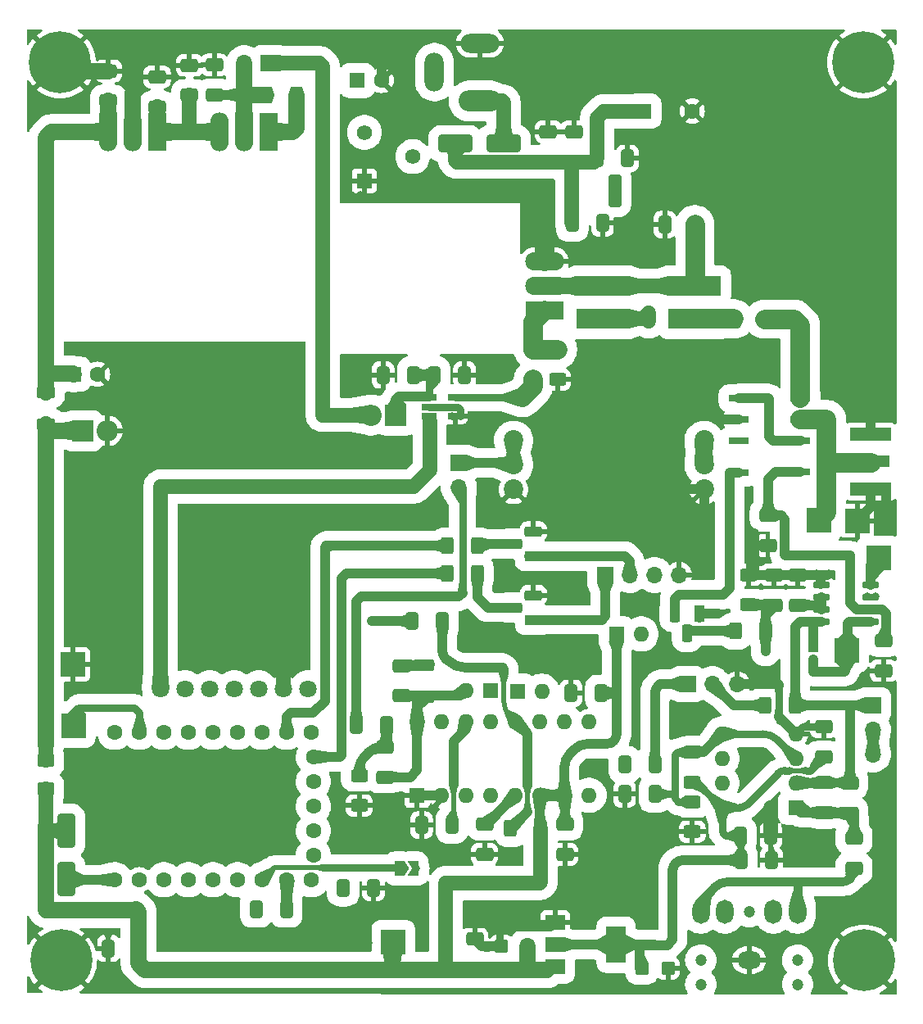
<source format=gbr>
%TF.GenerationSoftware,KiCad,Pcbnew,8.99.0-unknown-498d2c9db1~178~ubuntu22.04.1*%
%TF.CreationDate,2024-05-19T12:04:38+05:30*%
%TF.ProjectId,DDX-1-R2.01,4444582d-312d-4523-922e-30312e6b6963,rev?*%
%TF.SameCoordinates,Original*%
%TF.FileFunction,Copper,L1,Top*%
%TF.FilePolarity,Positive*%
%FSLAX46Y46*%
G04 Gerber Fmt 4.6, Leading zero omitted, Abs format (unit mm)*
G04 Created by KiCad (PCBNEW 8.99.0-unknown-498d2c9db1~178~ubuntu22.04.1) date 2024-05-19 12:04:38*
%MOMM*%
%LPD*%
G01*
G04 APERTURE LIST*
G04 Aperture macros list*
%AMRoundRect*
0 Rectangle with rounded corners*
0 $1 Rounding radius*
0 $2 $3 $4 $5 $6 $7 $8 $9 X,Y pos of 4 corners*
0 Add a 4 corners polygon primitive as box body*
4,1,4,$2,$3,$4,$5,$6,$7,$8,$9,$2,$3,0*
0 Add four circle primitives for the rounded corners*
1,1,$1+$1,$2,$3*
1,1,$1+$1,$4,$5*
1,1,$1+$1,$6,$7*
1,1,$1+$1,$8,$9*
0 Add four rect primitives between the rounded corners*
20,1,$1+$1,$2,$3,$4,$5,0*
20,1,$1+$1,$4,$5,$6,$7,0*
20,1,$1+$1,$6,$7,$8,$9,0*
20,1,$1+$1,$8,$9,$2,$3,0*%
%AMFreePoly0*
4,1,6,1.000000,0.000000,0.500000,-0.750000,-0.500000,-0.750000,-0.500000,0.750000,0.500000,0.750000,1.000000,0.000000,1.000000,0.000000,$1*%
%AMFreePoly1*
4,1,6,0.500000,-0.750000,-0.650000,-0.750000,-0.150000,0.000000,-0.650000,0.750000,0.500000,0.750000,0.500000,-0.750000,0.500000,-0.750000,$1*%
G04 Aperture macros list end*
%TA.AperFunction,SMDPad,CuDef*%
%ADD10RoundRect,0.250000X0.412500X0.650000X-0.412500X0.650000X-0.412500X-0.650000X0.412500X-0.650000X0*%
%TD*%
%TA.AperFunction,ComponentPad*%
%ADD11R,4.000000X1.905000*%
%TD*%
%TA.AperFunction,ComponentPad*%
%ADD12O,4.000000X1.905000*%
%TD*%
%TA.AperFunction,SMDPad,CuDef*%
%ADD13RoundRect,0.250000X-1.500000X-0.650000X1.500000X-0.650000X1.500000X0.650000X-1.500000X0.650000X0*%
%TD*%
%TA.AperFunction,ComponentPad*%
%ADD14R,1.600000X1.600000*%
%TD*%
%TA.AperFunction,ComponentPad*%
%ADD15C,1.600000*%
%TD*%
%TA.AperFunction,SMDPad,CuDef*%
%ADD16RoundRect,0.250000X-0.400000X-0.625000X0.400000X-0.625000X0.400000X0.625000X-0.400000X0.625000X0*%
%TD*%
%TA.AperFunction,ComponentPad*%
%ADD17R,2.500000X2.500000*%
%TD*%
%TA.AperFunction,ComponentPad*%
%ADD18R,1.560000X1.560000*%
%TD*%
%TA.AperFunction,ComponentPad*%
%ADD19C,1.560000*%
%TD*%
%TA.AperFunction,SMDPad,CuDef*%
%ADD20R,2.000000X1.500000*%
%TD*%
%TA.AperFunction,SMDPad,CuDef*%
%ADD21R,2.000000X3.800000*%
%TD*%
%TA.AperFunction,SMDPad,CuDef*%
%ADD22RoundRect,0.250000X0.625000X-0.400000X0.625000X0.400000X-0.625000X0.400000X-0.625000X-0.400000X0*%
%TD*%
%TA.AperFunction,ComponentPad*%
%ADD23R,2.200000X2.200000*%
%TD*%
%TA.AperFunction,ComponentPad*%
%ADD24O,2.200000X2.200000*%
%TD*%
%TA.AperFunction,ComponentPad*%
%ADD25C,0.800000*%
%TD*%
%TA.AperFunction,ComponentPad*%
%ADD26C,6.400000*%
%TD*%
%TA.AperFunction,SMDPad,CuDef*%
%ADD27RoundRect,0.250000X-0.412500X-0.650000X0.412500X-0.650000X0.412500X0.650000X-0.412500X0.650000X0*%
%TD*%
%TA.AperFunction,SMDPad,CuDef*%
%ADD28R,1.560000X0.650000*%
%TD*%
%TA.AperFunction,SMDPad,CuDef*%
%ADD29R,3.600000X1.270000*%
%TD*%
%TA.AperFunction,SMDPad,CuDef*%
%ADD30R,4.200000X1.350000*%
%TD*%
%TA.AperFunction,SMDPad,CuDef*%
%ADD31RoundRect,0.250000X0.650000X-0.412500X0.650000X0.412500X-0.650000X0.412500X-0.650000X-0.412500X0*%
%TD*%
%TA.AperFunction,SMDPad,CuDef*%
%ADD32RoundRect,0.250000X-0.625000X0.400000X-0.625000X-0.400000X0.625000X-0.400000X0.625000X0.400000X0*%
%TD*%
%TA.AperFunction,SMDPad,CuDef*%
%ADD33RoundRect,0.250000X0.700000X-0.362500X0.700000X0.362500X-0.700000X0.362500X-0.700000X-0.362500X0*%
%TD*%
%TA.AperFunction,ComponentPad*%
%ADD34O,1.600000X1.600000*%
%TD*%
%TA.AperFunction,ComponentPad*%
%ADD35C,2.020000*%
%TD*%
%TA.AperFunction,ComponentPad*%
%ADD36O,4.400000X2.200000*%
%TD*%
%TA.AperFunction,ComponentPad*%
%ADD37O,4.000000X2.000000*%
%TD*%
%TA.AperFunction,ComponentPad*%
%ADD38O,2.000000X4.000000*%
%TD*%
%TA.AperFunction,ComponentPad*%
%ADD39R,1.700000X1.700000*%
%TD*%
%TA.AperFunction,ComponentPad*%
%ADD40O,1.700000X1.700000*%
%TD*%
%TA.AperFunction,WasherPad*%
%ADD41C,1.200000*%
%TD*%
%TA.AperFunction,ComponentPad*%
%ADD42O,1.800000X2.500000*%
%TD*%
%TA.AperFunction,ComponentPad*%
%ADD43O,2.500000X1.800000*%
%TD*%
%TA.AperFunction,SMDPad,CuDef*%
%ADD44RoundRect,0.250000X-0.650000X0.412500X-0.650000X-0.412500X0.650000X-0.412500X0.650000X0.412500X0*%
%TD*%
%TA.AperFunction,ComponentPad*%
%ADD45R,1.905000X4.000000*%
%TD*%
%TA.AperFunction,ComponentPad*%
%ADD46O,1.905000X4.000000*%
%TD*%
%TA.AperFunction,SMDPad,CuDef*%
%ADD47R,5.500000X2.150000*%
%TD*%
%TA.AperFunction,ComponentPad*%
%ADD48R,1.800000X1.100000*%
%TD*%
%TA.AperFunction,ComponentPad*%
%ADD49RoundRect,0.275000X0.625000X-0.275000X0.625000X0.275000X-0.625000X0.275000X-0.625000X-0.275000X0*%
%TD*%
%TA.AperFunction,SMDPad,CuDef*%
%ADD50RoundRect,0.250000X-0.450000X-0.425000X0.450000X-0.425000X0.450000X0.425000X-0.450000X0.425000X0*%
%TD*%
%TA.AperFunction,SMDPad,CuDef*%
%ADD51FreePoly0,0.000000*%
%TD*%
%TA.AperFunction,SMDPad,CuDef*%
%ADD52FreePoly1,0.000000*%
%TD*%
%TA.AperFunction,ComponentPad*%
%ADD53R,1.000000X1.000000*%
%TD*%
%TA.AperFunction,ComponentPad*%
%ADD54O,1.000000X1.000000*%
%TD*%
%TA.AperFunction,SMDPad,CuDef*%
%ADD55RoundRect,0.250001X-0.624999X0.462499X-0.624999X-0.462499X0.624999X-0.462499X0.624999X0.462499X0*%
%TD*%
%TA.AperFunction,SMDPad,CuDef*%
%ADD56R,2.150000X0.800000*%
%TD*%
%TA.AperFunction,SMDPad,CuDef*%
%ADD57RoundRect,0.250000X0.400000X0.625000X-0.400000X0.625000X-0.400000X-0.625000X0.400000X-0.625000X0*%
%TD*%
%TA.AperFunction,SMDPad,CuDef*%
%ADD58RoundRect,0.150000X-0.725000X-0.150000X0.725000X-0.150000X0.725000X0.150000X-0.725000X0.150000X0*%
%TD*%
%TA.AperFunction,SMDPad,CuDef*%
%ADD59RoundRect,0.250000X0.400000X1.450000X-0.400000X1.450000X-0.400000X-1.450000X0.400000X-1.450000X0*%
%TD*%
%TA.AperFunction,SMDPad,CuDef*%
%ADD60RoundRect,0.250000X0.450000X0.425000X-0.450000X0.425000X-0.450000X-0.425000X0.450000X-0.425000X0*%
%TD*%
%TA.AperFunction,SMDPad,CuDef*%
%ADD61RoundRect,0.250000X0.650000X-1.500000X0.650000X1.500000X-0.650000X1.500000X-0.650000X-1.500000X0*%
%TD*%
%TA.AperFunction,ComponentPad*%
%ADD62R,1.100000X1.800000*%
%TD*%
%TA.AperFunction,ComponentPad*%
%ADD63RoundRect,0.275000X0.275000X0.625000X-0.275000X0.625000X-0.275000X-0.625000X0.275000X-0.625000X0*%
%TD*%
%TA.AperFunction,ComponentPad*%
%ADD64C,1.800000*%
%TD*%
%TA.AperFunction,ViaPad*%
%ADD65C,0.800000*%
%TD*%
%TA.AperFunction,Conductor*%
%ADD66C,0.750000*%
%TD*%
%TA.AperFunction,Conductor*%
%ADD67C,2.000000*%
%TD*%
%TA.AperFunction,Conductor*%
%ADD68C,1.000000*%
%TD*%
%TA.AperFunction,Conductor*%
%ADD69C,0.500000*%
%TD*%
%TA.AperFunction,Conductor*%
%ADD70C,1.500000*%
%TD*%
%TA.AperFunction,Conductor*%
%ADD71C,1.700000*%
%TD*%
%TA.AperFunction,Conductor*%
%ADD72C,0.250000*%
%TD*%
%TA.AperFunction,Conductor*%
%ADD73C,0.900000*%
%TD*%
%TA.AperFunction,Conductor*%
%ADD74C,1.200000*%
%TD*%
G04 APERTURE END LIST*
D10*
%TO.P,C7,1*%
%TO.N,RF_OUT1*%
X213272500Y-92850000D03*
%TO.P,C7,2*%
%TO.N,Net-(C7-Pad2)*%
X210147500Y-92850000D03*
%TD*%
D11*
%TO.P,Q2,1,G*%
%TO.N,Net-(Q2-G)*%
X190536000Y-91947000D03*
D12*
%TO.P,Q2,2,D*%
%TO.N,/DRAIN*%
X190536000Y-89407000D03*
%TO.P,Q2,3,S*%
%TO.N,GND*%
X190536000Y-86867000D03*
%TD*%
D13*
%TO.P,D1,1,K*%
%TO.N,12V*%
X181302000Y-74704315D03*
%TO.P,D1,2,A*%
%TO.N,+VDC*%
X186302000Y-74704315D03*
%TD*%
D14*
%TO.P,C5,1*%
%TO.N,12V*%
X200797349Y-71350000D03*
D15*
%TO.P,C5,2*%
%TO.N,GND*%
X205797349Y-71350000D03*
%TD*%
D14*
%TO.P,C14,1*%
%TO.N,Net-(JP2-B)*%
X171169888Y-68175000D03*
D15*
%TO.P,C14,2*%
%TO.N,GND*%
X173669888Y-68175000D03*
%TD*%
D10*
%TO.P,C21,1*%
%TO.N,+5V*%
X148565000Y-157890000D03*
%TO.P,C21,2*%
%TO.N,GND*%
X145440000Y-157890000D03*
%TD*%
D16*
%TO.P,R5,1*%
%TO.N,G1*%
X180480000Y-116270000D03*
%TO.P,R5,2*%
%TO.N,Net-(Q4-B)*%
X183580000Y-116270000D03*
%TD*%
D17*
%TO.P,TP1,1,1*%
%TO.N,Net-(RZ1-GP1)*%
X141840000Y-134880000D03*
%TD*%
D18*
%TO.P,RV1,1,1*%
%TO.N,GND*%
X171910000Y-78550000D03*
D19*
%TO.P,RV1,2,2*%
%TO.N,Net-(U3-ADJ)*%
X176910000Y-76050000D03*
%TO.P,RV1,3,3*%
X171910000Y-73550000D03*
%TD*%
D20*
%TO.P,U4,1,GND*%
%TO.N,GND*%
X191630000Y-155190000D03*
%TO.P,U4,2,VO*%
%TO.N,+3.3V*%
X191630000Y-157490000D03*
D21*
X197930000Y-157490000D03*
D20*
%TO.P,U4,3,VI*%
%TO.N,+5V*%
X191630000Y-159790000D03*
%TD*%
D22*
%TO.P,R2,1*%
%TO.N,PTT*%
X211640000Y-122380000D03*
%TO.P,R2,2*%
%TO.N,GND*%
X211640000Y-119280000D03*
%TD*%
D14*
%TO.P,C44,1*%
%TO.N,Net-(U1-VO)*%
X141820000Y-98540000D03*
D15*
%TO.P,C44,2*%
%TO.N,GND*%
X144320000Y-98540000D03*
%TD*%
D17*
%TO.P,TP7,1,1*%
%TO.N,Net-(U6-VO1)*%
X221790000Y-127070000D03*
%TD*%
D23*
%TO.P,D5,1,K*%
%TO.N,Net-(D5-K)*%
X142780000Y-104370000D03*
D24*
%TO.P,D5,2,A*%
%TO.N,GND*%
X145320000Y-104370000D03*
%TD*%
D25*
%TO.P,H3,1,1*%
%TO.N,GND*%
X138152944Y-159132944D03*
X138855888Y-157435888D03*
X138855888Y-160830000D03*
X140552944Y-156732944D03*
D26*
X140552944Y-159132944D03*
D25*
X140552944Y-161532944D03*
X142250000Y-157435888D03*
X142250000Y-160830000D03*
X142952944Y-159132944D03*
%TD*%
D27*
%TO.P,C17,1*%
%TO.N,12V*%
X195967500Y-76220000D03*
%TO.P,C17,2*%
%TO.N,GND*%
X199092500Y-76220000D03*
%TD*%
D28*
%TO.P,U2,1,VDD*%
%TO.N,Net-(D4-K)*%
X178600000Y-100950000D03*
%TO.P,U2,2,GND*%
%TO.N,GND*%
X178600000Y-101900000D03*
%TO.P,U2,3,IN+*%
%TO.N,TX_RF*%
X178600000Y-102850000D03*
%TO.P,U2,4,IN-*%
%TO.N,GND*%
X181300000Y-102850000D03*
%TO.P,U2,5,OUT*%
%TO.N,Net-(U2-OUT)*%
X181300000Y-100950000D03*
%TD*%
D29*
%TO.P,ANTENNA1,1,In*%
%TO.N,ANTENNA*%
X224430000Y-107555000D03*
D30*
%TO.P,ANTENNA1,2,Ext*%
%TO.N,GND*%
X224230000Y-110380000D03*
X224230000Y-104730000D03*
%TD*%
D31*
%TO.P,C4,1*%
%TO.N,PTT*%
X214240000Y-122392500D03*
%TO.P,C4,2*%
%TO.N,GND*%
X214240000Y-119267500D03*
%TD*%
D32*
%TO.P,R1,1*%
%TO.N,Net-(Q2-G)*%
X191886000Y-96000000D03*
%TO.P,R1,2*%
%TO.N,GND*%
X191886000Y-99100000D03*
%TD*%
D33*
%TO.P,L5,1,1*%
%TO.N,Net-(D8-A)*%
X178190000Y-131912500D03*
%TO.P,L5,2,2*%
%TO.N,+5V*%
X178190000Y-128587500D03*
%TD*%
D14*
%TO.P,D3,1,K*%
%TO.N,+5V*%
X197970000Y-125390000D03*
D34*
%TO.P,D3,2,A*%
%TO.N,Net-(D3-A)*%
X200510000Y-125390000D03*
%TD*%
D35*
%TO.P,BPF2,1,ANT*%
%TO.N,RX*%
X187340000Y-105370000D03*
%TO.P,BPF2,2,ANT*%
X187340000Y-107910000D03*
%TO.P,BPF2,3,GND*%
%TO.N,GND*%
X187340000Y-110450000D03*
%TO.P,BPF2,4,RF*%
%TO.N,RX_AFTER_HPF*%
X207010000Y-105370000D03*
%TO.P,BPF2,5,RF*%
X207010000Y-107910000D03*
%TO.P,BPF2,6,GND*%
%TO.N,GND*%
X207010000Y-110450000D03*
%TD*%
D10*
%TO.P,C26,1*%
%TO.N,Net-(U7-AM_OSC)*%
X179982500Y-124070000D03*
%TO.P,C26,2*%
%TO.N,RX_OSC*%
X176857500Y-124070000D03*
%TD*%
D36*
%TO.P,Power1,1*%
%TO.N,+VDC*%
X183850000Y-70312500D03*
D37*
%TO.P,Power1,2*%
%TO.N,GND*%
X183850000Y-64312500D03*
D38*
%TO.P,Power1,3*%
%TO.N,unconnected-(Power1-Pad3)*%
X179150000Y-67312500D03*
%TD*%
D31*
%TO.P,C30,1*%
%TO.N,Net-(JP2-B)*%
X156400000Y-69700000D03*
%TO.P,C30,2*%
%TO.N,GND*%
X156400000Y-66575000D03*
%TD*%
D39*
%TO.P,VOL1,1,1*%
%TO.N,Net-(C38-Pad2)*%
X205334000Y-130580000D03*
D40*
%TO.P,VOL1,2,2*%
%TO.N,Net-(Rin1-Pad2)*%
X207874000Y-130580000D03*
%TO.P,VOL1,3,3*%
%TO.N,GND*%
X210414000Y-130580000D03*
%TD*%
D32*
%TO.P,R7,1*%
%TO.N,Net-(C31-Pad1)*%
X171370000Y-140010000D03*
%TO.P,R7,2*%
%TO.N,GND*%
X171370000Y-143110000D03*
%TD*%
D31*
%TO.P,C40,1*%
%TO.N,TO_ADC*%
X222086000Y-143898000D03*
%TO.P,C40,2*%
%TO.N,RIGHT*%
X222086000Y-140773000D03*
%TD*%
D41*
%TO.P,SPK1,*%
%TO.N,*%
X206680000Y-161590000D03*
X216680000Y-161590000D03*
X206680000Y-159090000D03*
X216680000Y-159090000D03*
X211680000Y-154090000D03*
D42*
%TO.P,SPK1,R*%
%TO.N,Net-(C43-Pad2)*%
X206680000Y-154090000D03*
%TO.P,SPK1,RN*%
%TO.N,unconnected-(SPK1-PadRN)*%
X209180000Y-154090000D03*
D43*
%TO.P,SPK1,S*%
%TO.N,GND*%
X211680000Y-159090000D03*
D42*
%TO.P,SPK1,T*%
%TO.N,Net-(C43-Pad2)*%
X216680000Y-154090000D03*
%TO.P,SPK1,TN*%
%TO.N,unconnected-(SPK1-PadTN)*%
X214180000Y-154090000D03*
%TD*%
D31*
%TO.P,C9,1*%
%TO.N,Net-(U1-VO)*%
X145450000Y-70312500D03*
%TO.P,C9,2*%
%TO.N,GND*%
X145450000Y-67187500D03*
%TD*%
D27*
%TO.P,C29,1*%
%TO.N,GND*%
X177813500Y-145128000D03*
%TO.P,C29,2*%
%TO.N,Net-(U7-FM{slash}AM_SW)*%
X180938500Y-145128000D03*
%TD*%
D10*
%TO.P,C39,1*%
%TO.N,Net-(U8A-+)*%
X201932500Y-141930000D03*
%TO.P,C39,2*%
%TO.N,GND*%
X198807500Y-141930000D03*
%TD*%
D27*
%TO.P,C16,1*%
%TO.N,Net-(D4-K)*%
X179137500Y-98624500D03*
%TO.P,C16,2*%
%TO.N,GND*%
X182262500Y-98624500D03*
%TD*%
D14*
%TO.P,U7,1,FM_RF_IN*%
%TO.N,GND*%
X177356000Y-142058000D03*
D34*
%TO.P,U7,2,GND_IN*%
X179896000Y-142058000D03*
%TO.P,U7,3,FM_MIX*%
%TO.N,unconnected-(U7-FM_MIX-Pad3)*%
X182436000Y-142058000D03*
%TO.P,U7,4,AM_MIX*%
%TO.N,RX_AUDIO*%
X184976000Y-142058000D03*
%TO.P,U7,5,AGC*%
%TO.N,Net-(U7-AGC)*%
X187516000Y-142058000D03*
%TO.P,U7,6,VCC*%
%TO.N,+5V*%
X190056000Y-142058000D03*
%TO.P,U7,7,AM_IF*%
X192596000Y-142058000D03*
%TO.P,U7,8,FM_IF*%
%TO.N,unconnected-(U7-FM_IF-Pad8)*%
X195136000Y-142058000D03*
%TO.P,U7,9,GND_OUT*%
%TO.N,GND*%
X195136000Y-134438000D03*
%TO.P,U7,10,FM_DET*%
%TO.N,unconnected-(U7-FM_DET-Pad10)*%
X192596000Y-134438000D03*
%TO.P,U7,11,DET_OUT*%
%TO.N,unconnected-(U7-DET_OUT-Pad11)*%
X190056000Y-134438000D03*
%TO.P,U7,12,AM_OSC*%
%TO.N,Net-(U7-AM_OSC)*%
X187516000Y-134438000D03*
%TO.P,U7,13,FM_OSC*%
%TO.N,unconnected-(U7-FM_OSC-Pad13)*%
X184976000Y-134438000D03*
%TO.P,U7,14,FM/AM_SW*%
%TO.N,Net-(U7-FM{slash}AM_SW)*%
X182436000Y-134438000D03*
%TO.P,U7,15,FM_TUNER*%
%TO.N,+5V*%
X179896000Y-134438000D03*
%TO.P,U7,16,AM_RF_IN*%
%TO.N,Net-(D8-A)*%
X177356000Y-134438000D03*
%TD*%
D14*
%TO.P,D9,1,K*%
%TO.N,Net-(D8-A)*%
X187714315Y-131280000D03*
D34*
%TO.P,D9,2,A*%
%TO.N,+5V*%
X190254315Y-131280000D03*
%TD*%
D27*
%TO.P,C42,1*%
%TO.N,+3.3V*%
X210811000Y-146233000D03*
%TO.P,C42,2*%
%TO.N,GND*%
X213936000Y-146233000D03*
%TD*%
D25*
%TO.P,H4,1,1*%
%TO.N,GND*%
X221130000Y-159130000D03*
X221832944Y-157432944D03*
X221832944Y-160827056D03*
X223530000Y-156730000D03*
D26*
X223530000Y-159130000D03*
D25*
X223530000Y-161530000D03*
X225227056Y-157432944D03*
X225227056Y-160827056D03*
X225930000Y-159130000D03*
%TD*%
D32*
%TO.P,R11,1*%
%TO.N,Net-(U8A-+)*%
X205800000Y-142720000D03*
%TO.P,R11,2*%
%TO.N,GND*%
X205800000Y-145820000D03*
%TD*%
D44*
%TO.P,C2,1*%
%TO.N,GND*%
X216700000Y-119267500D03*
%TO.P,C2,2*%
%TO.N,Net-(U6-+IN)*%
X216700000Y-122392500D03*
%TD*%
D17*
%TO.P,TP2,1,1*%
%TO.N,GND*%
X141770000Y-128540000D03*
%TD*%
D44*
%TO.P,C13,1*%
%TO.N,+5V*%
X213660000Y-113117500D03*
%TO.P,C13,2*%
%TO.N,GND*%
X213660000Y-116242500D03*
%TD*%
D31*
%TO.P,C1,1*%
%TO.N,12V*%
X150490000Y-70932500D03*
%TO.P,C1,2*%
%TO.N,GND*%
X150490000Y-67807500D03*
%TD*%
D17*
%TO.P,TP3,1,1*%
%TO.N,ANTENNA*%
X218920000Y-113650000D03*
%TD*%
D22*
%TO.P,R10,1*%
%TO.N,+3.3V*%
X205810000Y-140696000D03*
%TO.P,R10,2*%
%TO.N,Net-(U8A-+)*%
X205810000Y-137596000D03*
%TD*%
D45*
%TO.P,U1,1,VI*%
%TO.N,12V*%
X150520000Y-73510000D03*
D46*
%TO.P,U1,2,GND*%
%TO.N,GND*%
X147980000Y-73510000D03*
%TO.P,U1,3,VO*%
%TO.N,Net-(U1-VO)*%
X145440000Y-73510000D03*
%TD*%
D14*
%TO.P,U8,1*%
%TO.N,TO_ADC*%
X216496000Y-143333000D03*
D34*
%TO.P,U8,2,-*%
%TO.N,RIGHT*%
X216496000Y-140793000D03*
%TO.P,U8,3,+*%
%TO.N,Net-(U8A-+)*%
X216496000Y-138253000D03*
%TO.P,U8,4,V-*%
%TO.N,GND*%
X216496000Y-135713000D03*
%TO.P,U8,5,+*%
%TO.N,Net-(U8A-+)*%
X208876000Y-135713000D03*
%TO.P,U8,6,-*%
%TO.N,Net-(U8B--)*%
X208876000Y-138253000D03*
%TO.P,U8,7*%
X208876000Y-140793000D03*
%TO.P,U8,8,V+*%
%TO.N,+3.3V*%
X208876000Y-143333000D03*
%TD*%
D47*
%TO.P,T1,1*%
%TO.N,/DRAIN*%
X196540000Y-89390000D03*
%TO.P,T1,2*%
%TO.N,Net-(F1-Pad1)*%
X196540000Y-92820000D03*
%TO.P,T1,3*%
%TO.N,Net-(C7-Pad2)*%
X206040000Y-92820000D03*
%TO.P,T1,4*%
%TO.N,/DRAIN*%
X206040000Y-89390000D03*
%TD*%
D44*
%TO.P,C37,1*%
%TO.N,+5V*%
X192620000Y-145047500D03*
%TO.P,C37,2*%
%TO.N,GND*%
X192620000Y-148172500D03*
%TD*%
D16*
%TO.P,R3,1*%
%TO.N,G2*%
X180490000Y-119110000D03*
%TO.P,R3,2*%
%TO.N,Net-(Q3-B)*%
X183590000Y-119110000D03*
%TD*%
D31*
%TO.P,C10,1*%
%TO.N,12V*%
X193610000Y-76592500D03*
%TO.P,C10,2*%
%TO.N,GND*%
X193610000Y-73467500D03*
%TD*%
D10*
%TO.P,C35,1*%
%TO.N,Net-(C31-Pad1)*%
X174210000Y-134770000D03*
%TO.P,C35,2*%
%TO.N,RX_AFTER_HPF*%
X171085000Y-134770000D03*
%TD*%
D23*
%TO.P,D4,1,K*%
%TO.N,Net-(D4-K)*%
X175143234Y-102750000D03*
D24*
%TO.P,D4,2,A*%
%TO.N,11v*%
X172603234Y-102750000D03*
%TD*%
D31*
%TO.P,C32,1*%
%TO.N,12V*%
X153825000Y-69725000D03*
%TO.P,C32,2*%
%TO.N,GND*%
X153825000Y-66600000D03*
%TD*%
D17*
%TO.P,TP6,1,1*%
%TO.N,Net-(U6-VO2)*%
X225070000Y-117490000D03*
%TD*%
D48*
%TO.P,Q3,1,C*%
%TO.N,10m*%
X189380000Y-123920000D03*
D49*
%TO.P,Q3,2,B*%
%TO.N,Net-(Q3-B)*%
X187310000Y-122650000D03*
%TO.P,Q3,3,E*%
%TO.N,GND*%
X189380000Y-121380000D03*
%TD*%
D44*
%TO.P,C36,1*%
%TO.N,Net-(U7-AGC)*%
X184324000Y-145020000D03*
%TO.P,C36,2*%
%TO.N,GND*%
X184324000Y-148145000D03*
%TD*%
D50*
%TO.P,C46,1*%
%TO.N,+3.3V*%
X200587500Y-159940000D03*
%TO.P,C46,2*%
%TO.N,GND*%
X203287500Y-159940000D03*
%TD*%
D27*
%TO.P,C38,1*%
%TO.N,RX_AUDIO*%
X198807500Y-138880000D03*
%TO.P,C38,2*%
%TO.N,Net-(C38-Pad2)*%
X201932500Y-138880000D03*
%TD*%
D10*
%TO.P,C3,1*%
%TO.N,/DRAIN*%
X206080000Y-83070000D03*
%TO.P,C3,2*%
%TO.N,GND*%
X202955000Y-83070000D03*
%TD*%
%TO.P,C23,1*%
%TO.N,Net-(D4-K)*%
X176967100Y-98624500D03*
%TO.P,C23,2*%
%TO.N,GND*%
X173842100Y-98624500D03*
%TD*%
D39*
%TO.P,J2,1,Pin_1*%
%TO.N,10m*%
X196790000Y-119290000D03*
D40*
%TO.P,J2,2,Pin_2*%
%TO.N,20m*%
X199330000Y-119290000D03*
%TO.P,J2,3,Pin_3*%
%TO.N,11v*%
X201870000Y-119290000D03*
%TO.P,J2,4,Pin_4*%
%TO.N,GND*%
X204410000Y-119290000D03*
%TD*%
D27*
%TO.P,C27,1*%
%TO.N,Net-(U5-S2)*%
X160707500Y-153830000D03*
%TO.P,C27,2*%
%TO.N,CAL*%
X163832500Y-153830000D03*
%TD*%
D31*
%TO.P,C41,1*%
%TO.N,+3.3V*%
X219376000Y-138122500D03*
%TO.P,C41,2*%
%TO.N,GND*%
X219376000Y-134997500D03*
%TD*%
%TO.P,C47,1*%
%TO.N,+5V*%
X183320000Y-160050000D03*
%TO.P,C47,2*%
%TO.N,GND*%
X183320000Y-156925000D03*
%TD*%
D15*
%TO.P,RZ1,1,GP0*%
%TO.N,unconnected-(RZ1-GP0-Pad1)*%
X146110000Y-135550000D03*
%TO.P,RZ1,2,GP1*%
%TO.N,Net-(RZ1-GP1)*%
X148650000Y-135550000D03*
%TO.P,RZ1,3,GP2*%
%TO.N,unconnected-(RZ1-GP2-Pad3)*%
X151190000Y-135550000D03*
%TO.P,RZ1,4,GP3*%
%TO.N,unconnected-(RZ1-GP3-Pad4)*%
X153730000Y-135550000D03*
%TO.P,RZ1,5,GP4*%
%TO.N,unconnected-(RZ1-GP4-Pad5)*%
X156270000Y-135550000D03*
%TO.P,RZ1,6,GP5*%
%TO.N,unconnected-(RZ1-GP5-Pad6)*%
X158810000Y-135550000D03*
%TO.P,RZ1,7,GP6*%
%TO.N,unconnected-(RZ1-GP6-Pad7)*%
X161350000Y-135550000D03*
%TO.P,RZ1,8,GP7*%
%TO.N,G1*%
X163890000Y-135550000D03*
%TO.P,RZ1,9,GP8*%
%TO.N,PTT*%
X166430000Y-135550000D03*
%TO.P,RZ1,10,GP9*%
%TO.N,G2*%
X166640000Y-138090000D03*
%TO.P,RZ1,11,GP10*%
%TO.N,unconnected-(RZ1-GP10-Pad11)*%
X166640000Y-140630000D03*
%TO.P,RZ1,12,GP11*%
%TO.N,unconnected-(RZ1-GP11-Pad12)*%
X166640000Y-143170000D03*
%TO.P,RZ1,13,GP12*%
%TO.N,SDA*%
X166640000Y-145710000D03*
%TO.P,RZ1,14,GP13*%
%TO.N,SCL*%
X166640000Y-148250000D03*
%TO.P,RZ1,15,GP14*%
%TO.N,unconnected-(RZ1-GP14-Pad15)*%
X166430000Y-150790000D03*
%TO.P,RZ1,16,GP15*%
%TO.N,CAL*%
X163890000Y-150790000D03*
%TO.P,RZ1,17,GP26*%
%TO.N,Net-(JP4-A)*%
X161350000Y-150790000D03*
%TO.P,RZ1,18,GP27*%
%TO.N,unconnected-(RZ1-GP27-Pad18)*%
X158810000Y-150790000D03*
%TO.P,RZ1,19,GP28*%
%TO.N,unconnected-(RZ1-GP28-Pad19)*%
X156270000Y-150790000D03*
%TO.P,RZ1,20,GP29*%
%TO.N,unconnected-(RZ1-GP29-Pad20)*%
X153730000Y-150790000D03*
%TO.P,RZ1,21,3V3*%
%TO.N,unconnected-(RZ1-3V3-Pad21)*%
X151190000Y-150790000D03*
%TO.P,RZ1,22,5V*%
%TO.N,Net-(D2-K)*%
X146110000Y-150790000D03*
%TO.P,RZ1,23,GND*%
%TO.N,GND*%
X148650000Y-150790000D03*
%TD*%
D51*
%TO.P,JP4,1,A*%
%TO.N,Net-(JP4-A)*%
X175530000Y-149640000D03*
D52*
%TO.P,JP4,2,B*%
%TO.N,TO_ADC*%
X176980000Y-149640000D03*
%TD*%
D27*
%TO.P,C6,1*%
%TO.N,12V*%
X193397500Y-82930000D03*
%TO.P,C6,2*%
%TO.N,GND*%
X196522500Y-82930000D03*
%TD*%
D31*
%TO.P,C15,1*%
%TO.N,GND*%
X225570000Y-129172500D03*
%TO.P,C15,2*%
%TO.N,+5V*%
X225570000Y-126047500D03*
%TD*%
D44*
%TO.P,C43,1*%
%TO.N,TO_ADC*%
X222526000Y-146490000D03*
%TO.P,C43,2*%
%TO.N,Net-(C43-Pad2)*%
X222526000Y-149615000D03*
%TD*%
D39*
%TO.P,GAIN1,1,1*%
%TO.N,RIGHT*%
X224510000Y-132740000D03*
D40*
%TO.P,GAIN1,2,2*%
%TO.N,TO_ADC*%
X224510000Y-135280000D03*
%TO.P,GAIN1,3,3*%
X224510000Y-137820000D03*
%TD*%
D25*
%TO.P,H1,1,1*%
%TO.N,GND*%
X138042944Y-66312944D03*
X138745888Y-64615888D03*
X138745888Y-68010000D03*
X140442944Y-63912944D03*
D26*
X140442944Y-66312944D03*
D25*
X140442944Y-68712944D03*
X142140000Y-64615888D03*
X142140000Y-68010000D03*
X142842944Y-66312944D03*
%TD*%
D14*
%TO.P,D8,1,K*%
%TO.N,+5V*%
X184916000Y-131248000D03*
D34*
%TO.P,D8,2,A*%
%TO.N,Net-(D8-A)*%
X182376000Y-131248000D03*
%TD*%
D44*
%TO.P,C31,1*%
%TO.N,Net-(C31-Pad1)*%
X173990000Y-137047500D03*
%TO.P,C31,2*%
%TO.N,Net-(D8-A)*%
X173990000Y-140172500D03*
%TD*%
D53*
%TO.P,GAIN2,1,1*%
%TO.N,RIGHT*%
X218300000Y-126720000D03*
D54*
%TO.P,GAIN2,2,2*%
%TO.N,Net-(U6-VO1)*%
X218300000Y-127990000D03*
%TO.P,GAIN2,3,3*%
X218300000Y-129260000D03*
%TD*%
D55*
%TO.P,F2,1*%
%TO.N,Net-(D5-K)*%
X138980000Y-138450000D03*
%TO.P,F2,2*%
%TO.N,+5V*%
X138980000Y-141425000D03*
%TD*%
D45*
%TO.P,U3,1,ADJ*%
%TO.N,Net-(U3-ADJ)*%
X162020000Y-73510000D03*
D46*
%TO.P,U3,2,VO*%
%TO.N,Net-(JP2-B)*%
X159480000Y-73510000D03*
%TO.P,U3,3,VI*%
%TO.N,12V*%
X156940000Y-73510000D03*
%TD*%
D31*
%TO.P,CX1,1*%
%TO.N,Net-(D8-A)*%
X175720000Y-131782500D03*
%TO.P,CX1,2*%
%TO.N,+5V*%
X175720000Y-128657500D03*
%TD*%
D16*
%TO.P,R14,1*%
%TO.N,Net-(JP2-B)*%
X161750000Y-69650000D03*
%TO.P,R14,2*%
%TO.N,Net-(U3-ADJ)*%
X164850000Y-69650000D03*
%TD*%
D56*
%TO.P,K1,1,1*%
%TO.N,+5V*%
X216970000Y-108620000D03*
%TO.P,K1,2,2*%
%TO.N,RX*%
X216970000Y-105420000D03*
%TO.P,K1,3,3*%
%TO.N,ANTENNA*%
X216970000Y-103220000D03*
%TO.P,K1,4,4*%
%TO.N,RF_OUT1*%
X216970000Y-101020000D03*
%TO.P,K1,5,5*%
%TO.N,RX*%
X210620000Y-101020000D03*
%TO.P,K1,6,6*%
%TO.N,GND*%
X210620000Y-103220000D03*
%TO.P,K1,7,7*%
%TO.N,unconnected-(K1-Pad7)*%
X210620000Y-105420000D03*
%TO.P,K1,8,8*%
%TO.N,Net-(D3-A)*%
X210620000Y-108700000D03*
%TD*%
D33*
%TO.P,L4,1*%
%TO.N,Net-(D5-K)*%
X138990000Y-103712500D03*
%TO.P,L4,2*%
%TO.N,Net-(U1-VO)*%
X138990000Y-100387500D03*
%TD*%
D57*
%TO.P,Rin1,1*%
%TO.N,RIGHT*%
X216434000Y-132768000D03*
%TO.P,Rin1,2*%
%TO.N,Net-(Rin1-Pad2)*%
X213334000Y-132768000D03*
%TD*%
D58*
%TO.P,U6,1,SD*%
%TO.N,GND*%
X219115000Y-120310000D03*
%TO.P,U6,2,Bypass*%
%TO.N,Net-(U6-+IN)*%
X219115000Y-121580000D03*
%TO.P,U6,3,+IN*%
X219115000Y-122850000D03*
%TO.P,U6,4,-IN*%
%TO.N,RIGHT*%
X219115000Y-124120000D03*
%TO.P,U6,5,VO1*%
%TO.N,Net-(U6-VO1)*%
X224265000Y-124120000D03*
%TO.P,U6,6,VDD*%
%TO.N,+5V*%
X224265000Y-122850000D03*
%TO.P,U6,7,GND*%
%TO.N,GND*%
X224265000Y-121580000D03*
%TO.P,U6,8,VO2*%
%TO.N,Net-(U6-VO2)*%
X224265000Y-120310000D03*
%TD*%
D59*
%TO.P,F1,1*%
%TO.N,Net-(F1-Pad1)*%
X197815000Y-79570000D03*
%TO.P,F1,2*%
%TO.N,12V*%
X193365000Y-79570000D03*
%TD*%
D22*
%TO.P,Rf1,1*%
%TO.N,TO_ADC*%
X219426000Y-143853000D03*
%TO.P,Rf1,2*%
%TO.N,RIGHT*%
X219426000Y-140753000D03*
%TD*%
D10*
%TO.P,C28,1*%
%TO.N,+5V*%
X196402500Y-131504000D03*
%TO.P,C28,2*%
%TO.N,GND*%
X193277500Y-131504000D03*
%TD*%
D60*
%TO.P,C45,1*%
%TO.N,+5V*%
X188760000Y-157630000D03*
%TO.P,C45,2*%
%TO.N,GND*%
X186060000Y-157630000D03*
%TD*%
D22*
%TO.P,R12,1*%
%TO.N,Net-(U2-OUT)*%
X189350000Y-99100000D03*
%TO.P,R12,2*%
%TO.N,Net-(Q2-G)*%
X189350000Y-96000000D03*
%TD*%
D25*
%TO.P,H2,1,1*%
%TO.N,GND*%
X221057056Y-66302944D03*
X221760000Y-64605888D03*
X221760000Y-68000000D03*
X223457056Y-63902944D03*
D26*
X223457056Y-66302944D03*
D25*
X223457056Y-68702944D03*
X225154112Y-64605888D03*
X225154112Y-68000000D03*
X225857056Y-66302944D03*
%TD*%
D48*
%TO.P,Q4,1,C*%
%TO.N,20m*%
X189370000Y-117340000D03*
D49*
%TO.P,Q4,2,B*%
%TO.N,Net-(Q4-B)*%
X187300000Y-116070000D03*
%TO.P,Q4,3,E*%
%TO.N,GND*%
X189370000Y-114800000D03*
%TD*%
D61*
%TO.P,D2,1,K*%
%TO.N,Net-(D2-K)*%
X141100000Y-150710000D03*
%TO.P,D2,2,A*%
%TO.N,+5V*%
X141100000Y-145710000D03*
%TD*%
D39*
%TO.P,JP1,1,A*%
%TO.N,RX*%
X181680000Y-107700000D03*
D40*
%TO.P,JP1,2,B*%
%TO.N,RX_AFTER_HPF*%
X181680000Y-110240000D03*
%TD*%
D10*
%TO.P,C12,1*%
%TO.N,GND*%
X172852500Y-151610000D03*
%TO.P,C12,2*%
%TO.N,+3.3V*%
X169727500Y-151610000D03*
%TD*%
D39*
%TO.P,JP2,1,A*%
%TO.N,11v*%
X162030000Y-66400000D03*
D40*
%TO.P,JP2,2,B*%
%TO.N,Net-(JP2-B)*%
X159490000Y-66400000D03*
%TD*%
D17*
%TO.P,TP5,1,1*%
%TO.N,+5V*%
X174900000Y-157200000D03*
%TD*%
%TO.P,TP4,1,1*%
%TO.N,GND*%
X222840000Y-113670000D03*
%TD*%
D57*
%TO.P,R4,1*%
%TO.N,PTT*%
X213380000Y-125090000D03*
%TO.P,R4,2*%
%TO.N,Net-(Q1-B)*%
X210280000Y-125090000D03*
%TD*%
D62*
%TO.P,Q1,1,E*%
%TO.N,GND*%
X206530000Y-123260000D03*
D63*
%TO.P,Q1,2,B*%
%TO.N,Net-(Q1-B)*%
X205260000Y-125330000D03*
%TO.P,Q1,3,C*%
%TO.N,Net-(D3-A)*%
X203990000Y-123260000D03*
%TD*%
D27*
%TO.P,C25,1*%
%TO.N,+3.3V*%
X210857500Y-148780000D03*
%TO.P,C25,2*%
%TO.N,GND*%
X213982500Y-148780000D03*
%TD*%
D16*
%TO.P,R6,1*%
%TO.N,Net-(U7-AM_OSC)*%
X187014000Y-145496000D03*
%TO.P,R6,2*%
%TO.N,+5V*%
X190114000Y-145496000D03*
%TD*%
D64*
%TO.P,U5,1,VIN*%
%TO.N,+3.3V*%
X166070500Y-131043200D03*
%TO.P,U5,2,GND*%
%TO.N,GND*%
X163530500Y-131043200D03*
%TO.P,U5,3,SDA*%
%TO.N,SDA*%
X160990500Y-131043200D03*
%TO.P,U5,4,SCL*%
%TO.N,SCL*%
X158450500Y-131043200D03*
%TO.P,U5,5,S2*%
%TO.N,Net-(U5-S2)*%
X155910500Y-131043200D03*
%TO.P,U5,6,S1*%
%TO.N,RX_OSC*%
X153370500Y-131043200D03*
%TO.P,U5,7,SO*%
%TO.N,TX_RF*%
X150830500Y-131043200D03*
%TD*%
D31*
%TO.P,C11,1*%
%TO.N,12V*%
X190910000Y-76582500D03*
%TO.P,C11,2*%
%TO.N,GND*%
X190910000Y-73457500D03*
%TD*%
D65*
%TO.N,GND*%
X217757381Y-69037500D03*
X163510000Y-126050000D03*
X213670000Y-116210000D03*
X190650000Y-80240000D03*
X224750000Y-104720000D03*
X162460000Y-96020000D03*
X194897381Y-69037500D03*
X152300000Y-96020000D03*
X225870000Y-110350000D03*
X206231750Y-135077500D03*
X225754600Y-102057500D03*
X163490000Y-126880000D03*
X172037381Y-63957500D03*
X225870000Y-114450000D03*
X156797381Y-63957500D03*
X225377381Y-81737500D03*
X174954600Y-142697500D03*
X207950000Y-101690000D03*
X198611750Y-145237500D03*
X149177381Y-145237500D03*
X215217381Y-63957500D03*
X154840000Y-101100000D03*
X190616600Y-81895000D03*
X220297381Y-71577500D03*
X164417381Y-117297500D03*
X198620000Y-146380000D03*
X166940000Y-112400000D03*
X213940000Y-144360000D03*
X199917219Y-109510000D03*
X154634600Y-147777500D03*
X200820000Y-153000000D03*
X144510000Y-116120000D03*
X152300000Y-98560000D03*
X192357381Y-66497500D03*
X223900000Y-121520000D03*
X162460000Y-98560000D03*
X160511750Y-127457500D03*
X221471750Y-99517500D03*
X156797381Y-117297500D03*
X185570000Y-80240000D03*
X146637381Y-99517500D03*
X218970000Y-134980000D03*
X212210000Y-116210000D03*
X199977381Y-129997500D03*
X146320000Y-160490000D03*
X207020000Y-118520000D03*
X144510000Y-123740000D03*
X223214600Y-102057500D03*
X200810000Y-151930000D03*
X217757381Y-66497500D03*
X159890000Y-104970000D03*
X213120000Y-129310000D03*
X182990000Y-78970000D03*
X210137381Y-69037500D03*
X201160000Y-146380000D03*
X141970000Y-121200000D03*
X225870000Y-113430000D03*
X219820000Y-134960000D03*
X211340000Y-138680000D03*
X225377381Y-71577500D03*
X191920000Y-109510000D03*
X207000000Y-113740000D03*
X175560000Y-106360000D03*
X175751750Y-63957500D03*
X198640000Y-147420000D03*
X213120000Y-130580000D03*
X154257381Y-63957500D03*
X207597381Y-63957500D03*
X169787219Y-157300000D03*
X184570000Y-110060000D03*
X161147219Y-157300000D03*
X212677381Y-66497500D03*
X171006000Y-97052000D03*
X144510000Y-121200000D03*
X207500000Y-123310000D03*
X166957381Y-63957500D03*
X189817381Y-63957500D03*
X223850000Y-110380000D03*
X224297219Y-152870000D03*
X213920000Y-143330000D03*
X151717381Y-63957500D03*
X217757381Y-71577500D03*
X152094600Y-147777500D03*
X196100000Y-147420000D03*
X170200000Y-105230000D03*
X225860000Y-112250000D03*
X199390000Y-99920000D03*
X225377381Y-79197500D03*
X222810000Y-110390000D03*
X159920000Y-96020000D03*
X156780000Y-112370000D03*
X178390000Y-147710000D03*
X144510000Y-118660000D03*
X144097381Y-145237500D03*
X188070000Y-78970000D03*
X161877381Y-117297500D03*
X141970000Y-113580000D03*
X147050000Y-116120000D03*
X154257381Y-119837500D03*
X173220000Y-147620000D03*
X187277381Y-66497500D03*
X186296000Y-97022000D03*
X211900000Y-76260000D03*
X175560000Y-107550000D03*
X169497381Y-63957500D03*
X181790000Y-102840000D03*
X225377381Y-84277500D03*
X162460000Y-101100000D03*
X212190000Y-114960000D03*
X149177381Y-99517500D03*
X212677381Y-71577500D03*
X164330000Y-157300000D03*
X193360000Y-131350000D03*
X224960000Y-110370000D03*
X175760000Y-147360000D03*
X210080000Y-95690000D03*
X207597381Y-69037500D03*
X225754600Y-147777500D03*
X221757219Y-152870000D03*
X197437381Y-63957500D03*
X141970000Y-116120000D03*
X165591750Y-127457500D03*
X214110000Y-129260000D03*
X211311750Y-137617500D03*
X161877381Y-114757500D03*
X152270000Y-107510000D03*
X215217381Y-69037500D03*
X156797381Y-119837500D03*
X204480000Y-135080000D03*
X162430000Y-107510000D03*
X224730000Y-121520000D03*
X204847219Y-99920000D03*
X208450000Y-123310000D03*
X151330000Y-153680000D03*
X190610000Y-78970000D03*
X210080000Y-98230000D03*
X197437381Y-69037500D03*
X154810000Y-102430000D03*
X154257381Y-114757500D03*
X164417381Y-122377500D03*
X149177381Y-96977500D03*
X147050000Y-123740000D03*
X196850000Y-99920000D03*
X149177381Y-147777500D03*
X155690000Y-157300000D03*
X192357381Y-69037500D03*
X147950000Y-69400000D03*
X157380000Y-101100000D03*
X207990000Y-100630000D03*
X162430000Y-104970000D03*
X161877381Y-63957500D03*
X221471750Y-94437500D03*
X144097381Y-147777500D03*
X219910000Y-119110000D03*
X207020000Y-116780000D03*
X208000000Y-99670000D03*
X164417381Y-63957500D03*
X206820000Y-78800000D03*
X184970000Y-97010000D03*
X173211750Y-145237500D03*
X154840000Y-98560000D03*
X208760000Y-156770000D03*
X219500000Y-152870000D03*
X152094600Y-145237500D03*
X157350000Y-104970000D03*
X215217381Y-66497500D03*
X222770000Y-104700000D03*
X141970000Y-118660000D03*
X212677381Y-69037500D03*
X180980000Y-102840000D03*
X202517381Y-66497500D03*
X199217219Y-162040000D03*
X157350000Y-107510000D03*
X157380000Y-96020000D03*
X152270000Y-104970000D03*
X155431750Y-127457500D03*
X145420000Y-156440000D03*
X223700000Y-104730000D03*
X225377381Y-74117500D03*
X179250000Y-111320000D03*
X190616600Y-83266600D03*
X206820000Y-76260000D03*
X222837381Y-74117500D03*
X146637381Y-145237500D03*
X225377381Y-76657500D03*
X193220000Y-107010000D03*
X218620000Y-119110000D03*
X219660000Y-148210000D03*
X225377381Y-89357500D03*
X209360000Y-78800000D03*
X211677219Y-156770000D03*
X154840000Y-96020000D03*
X154810000Y-107510000D03*
X152270000Y-102430000D03*
X154634600Y-145237500D03*
X164417381Y-119837500D03*
X201180000Y-147420000D03*
X189817381Y-69037500D03*
X202517381Y-63957500D03*
X159337381Y-63957500D03*
X210137381Y-66497500D03*
X191830000Y-107010000D03*
X146637381Y-147777500D03*
X204480000Y-134060000D03*
X211900000Y-78800000D03*
X154810000Y-104970000D03*
X164410000Y-112400000D03*
X201151750Y-145237500D03*
X214217219Y-156770000D03*
X225754600Y-152857500D03*
X199977381Y-63957500D03*
X211900000Y-81340000D03*
X221747219Y-154460000D03*
X163510000Y-128730000D03*
X144510000Y-113580000D03*
X163490000Y-127830000D03*
X209360000Y-76260000D03*
X185530000Y-78970000D03*
X210137381Y-71577500D03*
X221471750Y-96977500D03*
X187277381Y-63957500D03*
X197437381Y-66497500D03*
X158607219Y-157300000D03*
X215217381Y-71577500D03*
X151330000Y-154900000D03*
X219660000Y-147190000D03*
X178850000Y-143540000D03*
X162430000Y-102430000D03*
X183330000Y-156860000D03*
X154257381Y-117297500D03*
X157971750Y-127457500D03*
X205057381Y-66497500D03*
X209360000Y-81340000D03*
X159890000Y-107510000D03*
X171500000Y-80050000D03*
X141970000Y-123740000D03*
X157380000Y-98560000D03*
X164417381Y-114757500D03*
X197377219Y-109510000D03*
X205057381Y-63957500D03*
X196071750Y-145237500D03*
X157350000Y-102430000D03*
X207597381Y-66497500D03*
X159337381Y-117297500D03*
X212677381Y-63957500D03*
X166870000Y-157300000D03*
X219110000Y-120250000D03*
X159337381Y-114757500D03*
X145410000Y-158090000D03*
X196080000Y-146380000D03*
X200820000Y-154110000D03*
X219500000Y-154460000D03*
X147050000Y-118660000D03*
X159337381Y-119837500D03*
X210137381Y-63957500D03*
X188110000Y-80240000D03*
X194460000Y-109510000D03*
X147050000Y-113580000D03*
X212620000Y-98230000D03*
X159890000Y-102430000D03*
X171050000Y-98450000D03*
X199977381Y-66497500D03*
X172327219Y-157300000D03*
X217757381Y-63957500D03*
X193760000Y-162040000D03*
X147050000Y-121200000D03*
X224287219Y-154460000D03*
X212620000Y-95690000D03*
X196677219Y-162040000D03*
X152300000Y-101100000D03*
X211340000Y-139700000D03*
X189817381Y-66497500D03*
X153150000Y-157300000D03*
X202307219Y-99920000D03*
X156797381Y-114757500D03*
X141934600Y-107137500D03*
X159920000Y-101100000D03*
X161877381Y-119837500D03*
X159920000Y-98560000D03*
X194897381Y-66497500D03*
X192357381Y-63957500D03*
X225690000Y-104700000D03*
X222837381Y-71577500D03*
X194897381Y-63957500D03*
X225754600Y-150317500D03*
%TO.N,PTT*%
X213380000Y-127280000D03*
%TO.N,+5V*%
X176140000Y-128580000D03*
X217040000Y-108740000D03*
X177810000Y-128540000D03*
X175290000Y-128610000D03*
X178700000Y-128520000D03*
X197960000Y-128550000D03*
%TO.N,12V*%
X181275000Y-74700000D03*
X180475000Y-74200000D03*
X182275000Y-74650000D03*
%TO.N,RX*%
X217130000Y-105350000D03*
%TO.N,RX_OSC*%
X172680000Y-124070000D03*
X176710000Y-124040000D03*
%TO.N,+3.3V*%
X197670000Y-157080000D03*
X169710000Y-152180000D03*
X169660000Y-151330000D03*
X197670000Y-156030000D03*
X197690000Y-158060000D03*
%TO.N,RX_AUDIO*%
X198770000Y-138960000D03*
%TO.N,TO_ADC*%
X177240000Y-149640000D03*
%TO.N,Net-(U5-S2)*%
X160550000Y-153900000D03*
%TO.N,Net-(F1-Pad1)*%
X201290000Y-93080000D03*
X201290000Y-92190000D03*
X197890000Y-79520000D03*
X197930000Y-80440000D03*
X197890000Y-78640000D03*
%TD*%
D66*
%TO.N,Net-(U2-OUT)*%
X188240000Y-100950000D02*
X181300000Y-100950000D01*
X188240000Y-100950000D02*
X188700000Y-100950000D01*
D67*
X189350000Y-99100000D02*
X189350000Y-99840000D01*
X189350000Y-99840000D02*
X188240000Y-100950000D01*
%TO.N,GND*%
X190536000Y-86867000D02*
X190536000Y-80354000D01*
%TO.N,Net-(Q2-G)*%
X189350000Y-96000000D02*
X189350000Y-93133000D01*
X189350000Y-93133000D02*
X190536000Y-91947000D01*
X189350000Y-96000000D02*
X191886000Y-96000000D01*
D66*
%TO.N,GND*%
X218952500Y-134997500D02*
X217211500Y-134997500D01*
D68*
X207010000Y-110450000D02*
X207010000Y-118970000D01*
X214750000Y-133967000D02*
X216496000Y-135713000D01*
D69*
X213936000Y-146233000D02*
X213936000Y-147640000D01*
D70*
X163530500Y-122320000D02*
X163530500Y-119898000D01*
D68*
X224230000Y-111300000D02*
X224230000Y-112280000D01*
X219110000Y-119280000D02*
X219740000Y-119280000D01*
D67*
X163470000Y-119837500D02*
X164417381Y-119837500D01*
D68*
X207950000Y-102970000D02*
X208200000Y-103220000D01*
D69*
X179896000Y-142494000D02*
X178850000Y-143540000D01*
D67*
X163588000Y-122377500D02*
X163530500Y-122320000D01*
D69*
X213936000Y-146233000D02*
X213936000Y-148733500D01*
D67*
X161877381Y-119837500D02*
X163470000Y-119837500D01*
D68*
X214650000Y-130580000D02*
X214750000Y-130680000D01*
X212210000Y-116210000D02*
X213627500Y-116210000D01*
D67*
X164417381Y-122377500D02*
X163588000Y-122377500D01*
D66*
X181790000Y-102840000D02*
X181790000Y-102180000D01*
D68*
X225870000Y-110350000D02*
X225870000Y-112240000D01*
X212210000Y-118710000D02*
X211640000Y-119280000D01*
D66*
X191630000Y-155190000D02*
X191097500Y-155722500D01*
D68*
X173580000Y-63957500D02*
X175751750Y-63957500D01*
X213120000Y-130580000D02*
X214650000Y-130580000D01*
X186060000Y-157630000D02*
X184025000Y-157630000D01*
X224240000Y-102520000D02*
X224230000Y-102530000D01*
D66*
X191097500Y-155722500D02*
X185847500Y-155722500D01*
X214750000Y-133967000D02*
X214750000Y-130680000D01*
D68*
X212210000Y-116210000D02*
X212210000Y-117780000D01*
X173669888Y-68175000D02*
X173669888Y-64047388D01*
X207950000Y-101690000D02*
X207950000Y-99720000D01*
D66*
X181790000Y-102180000D02*
X181560000Y-101950000D01*
D68*
X212210000Y-117780000D02*
X212210000Y-118710000D01*
X172037381Y-63957500D02*
X173580000Y-63957500D01*
X210414000Y-130580000D02*
X213120000Y-130580000D01*
X224240000Y-102057500D02*
X224240000Y-102520000D01*
D70*
X163530500Y-119898000D02*
X163470000Y-119837500D01*
D68*
X219110000Y-120250000D02*
X219110000Y-119280000D01*
X207950000Y-101690000D02*
X207950000Y-102970000D01*
X184025000Y-157630000D02*
X183330000Y-156935000D01*
X211640000Y-119280000D02*
X219110000Y-119280000D01*
X208450000Y-123310000D02*
X207500000Y-123310000D01*
D70*
X213920000Y-143330000D02*
X213920000Y-146217000D01*
D68*
X207010000Y-110450000D02*
X200857219Y-110450000D01*
D66*
X181560000Y-101950000D02*
X178600000Y-101950000D01*
X217211500Y-134997500D02*
X216496000Y-135713000D01*
D68*
X173669888Y-64047388D02*
X173580000Y-63957500D01*
X200857219Y-110450000D02*
X199917219Y-109510000D01*
X212210000Y-116210000D02*
X212210000Y-114980000D01*
X224230000Y-102530000D02*
X224230000Y-104730000D01*
D71*
X147980000Y-73510000D02*
X147980000Y-69430000D01*
D68*
X223214600Y-102057500D02*
X224240000Y-102057500D01*
X224230000Y-110380000D02*
X224230000Y-111300000D01*
X224240000Y-102057500D02*
X225754600Y-102057500D01*
X177356000Y-142058000D02*
X179896000Y-142058000D01*
D70*
X213920000Y-146217000D02*
X213936000Y-146233000D01*
X163530500Y-131043200D02*
X163530500Y-125170000D01*
D68*
X208200000Y-103220000D02*
X210620000Y-103220000D01*
X207500000Y-123310000D02*
X206880000Y-123310000D01*
D69*
X214073500Y-147777500D02*
X213936000Y-147640000D01*
D68*
X206880000Y-123310000D02*
X206530000Y-123660000D01*
D71*
X145450000Y-67187500D02*
X141317500Y-67187500D01*
D70*
X163530500Y-125170000D02*
X163530500Y-122320000D01*
D68*
X224230000Y-112280000D02*
X222840000Y-113670000D01*
D66*
X185847500Y-155722500D02*
X185847500Y-157630000D01*
D68*
X225870000Y-112240000D02*
X225860000Y-112250000D01*
D70*
%TO.N,+VDC*%
X186302000Y-70452000D02*
X186302000Y-74704315D01*
X183850000Y-70312500D02*
X186162500Y-70312500D01*
X186162500Y-70312500D02*
X186302000Y-70452000D01*
D67*
%TO.N,Net-(C7-Pad2)*%
X206040000Y-92820000D02*
X210117500Y-92820000D01*
D68*
%TO.N,PTT*%
X213380000Y-125090000D02*
X213380000Y-127200000D01*
X213380000Y-125090000D02*
X213380000Y-122670000D01*
X211640000Y-122380000D02*
X214227500Y-122380000D01*
D70*
%TO.N,/DRAIN*%
X190536000Y-89407000D02*
X196523000Y-89407000D01*
D67*
X206080000Y-83070000D02*
X206080000Y-89350000D01*
D70*
X196540000Y-89390000D02*
X206040000Y-89390000D01*
D68*
%TO.N,+5V*%
X178610000Y-128610000D02*
X178700000Y-128520000D01*
D71*
X138990000Y-153890000D02*
X139000000Y-153900000D01*
D68*
X193580213Y-137325787D02*
X193181786Y-137724214D01*
X197970000Y-133370000D02*
X197970000Y-128490000D01*
D71*
X138990000Y-145210000D02*
X138990000Y-146440000D01*
D68*
X215360000Y-113500000D02*
X214977500Y-113117500D01*
D70*
X190114000Y-151056000D02*
X190114000Y-145496000D01*
X180010000Y-160100000D02*
X180330000Y-159780000D01*
D68*
X175290000Y-128610000D02*
X178610000Y-128610000D01*
X213660000Y-109380000D02*
X214420000Y-108620000D01*
X196970000Y-136740000D02*
X194994427Y-136740000D01*
X225840000Y-125777500D02*
X225570000Y-126047500D01*
D71*
X181340000Y-160100000D02*
X188640000Y-160100000D01*
D68*
X214420000Y-108620000D02*
X216970000Y-108620000D01*
X222110000Y-117270000D02*
X215440000Y-117270000D01*
D71*
X174800000Y-160100000D02*
X180010000Y-160100000D01*
X148565000Y-159415000D02*
X149250000Y-160100000D01*
X138990000Y-146440000D02*
X138990000Y-153890000D01*
D68*
X214977500Y-113117500D02*
X213660000Y-113117500D01*
X197970000Y-128490000D02*
X197970000Y-125910000D01*
D71*
X148565000Y-155750000D02*
X148565000Y-157890000D01*
D68*
X215440000Y-117270000D02*
X215360000Y-117190000D01*
D70*
X180330000Y-151110000D02*
X190060000Y-151110000D01*
D68*
X222810000Y-122850000D02*
X222110000Y-122150000D01*
D70*
X138980000Y-141425000D02*
X138980000Y-145200000D01*
D68*
X192620000Y-145047500D02*
X192620000Y-142082000D01*
X192596000Y-139138427D02*
X192596000Y-142058000D01*
D71*
X148290000Y-153900000D02*
X148310000Y-153880000D01*
X148565000Y-154135000D02*
X148565000Y-155750000D01*
X148310000Y-153880000D02*
X148565000Y-154135000D01*
D68*
X225400000Y-122850000D02*
X225840000Y-123290000D01*
D71*
X149250000Y-160100000D02*
X174800000Y-160100000D01*
X139000000Y-153900000D02*
X148290000Y-153900000D01*
D68*
X215360000Y-117190000D02*
X215360000Y-113500000D01*
D70*
X190060000Y-151110000D02*
X190114000Y-151056000D01*
D68*
X222110000Y-122150000D02*
X222110000Y-117270000D01*
D70*
X138980000Y-145200000D02*
X138990000Y-145210000D01*
X139490000Y-145710000D02*
X138990000Y-145210000D01*
D68*
X224265000Y-122850000D02*
X225400000Y-122850000D01*
X225840000Y-123290000D02*
X225840000Y-125777500D01*
X196426500Y-131480000D02*
X197840000Y-131480000D01*
D71*
X148565000Y-155750000D02*
X148565000Y-159415000D01*
X174800000Y-160100000D02*
X174800000Y-157300000D01*
D70*
X180330000Y-159780000D02*
X180330000Y-151110000D01*
D71*
X188640000Y-160100000D02*
X188760000Y-159980000D01*
X180010000Y-160100000D02*
X181340000Y-160100000D01*
D68*
X197970000Y-133370000D02*
X197970000Y-135740000D01*
X197970000Y-131610000D02*
X197970000Y-133370000D01*
X224265000Y-122850000D02*
X222810000Y-122850000D01*
X197970000Y-128490000D02*
X197970000Y-125390000D01*
D70*
X141100000Y-145710000D02*
X139490000Y-145710000D01*
D71*
X181340000Y-160100000D02*
X190810000Y-160100000D01*
D68*
X213660000Y-113117500D02*
X213660000Y-109380000D01*
D71*
X188760000Y-159980000D02*
X188760000Y-157630000D01*
D68*
X190056000Y-142058000D02*
X192596000Y-142058000D01*
X190056000Y-142058000D02*
X190056000Y-145438000D01*
X197840000Y-131480000D02*
X197970000Y-131610000D01*
X192596000Y-139138427D02*
G75*
G02*
X193181772Y-137724200I2000000J27D01*
G01*
X194994427Y-136740000D02*
G75*
G03*
X193580199Y-137325773I-27J-2000000D01*
G01*
X197970000Y-135740000D02*
G75*
G02*
X196970000Y-136740000I-1000000J0D01*
G01*
D70*
%TO.N,12V*%
X153825000Y-69725000D02*
X153825000Y-73160000D01*
X181474500Y-76592500D02*
X181302000Y-76420000D01*
X193365000Y-79570000D02*
X193365000Y-76837500D01*
X193365000Y-76837500D02*
X193610000Y-76592500D01*
D71*
X150520000Y-70962500D02*
X150490000Y-70932500D01*
X150520000Y-73510000D02*
X154175000Y-73510000D01*
X154175000Y-73510000D02*
X156940000Y-73510000D01*
D70*
X196670000Y-71350000D02*
X200797349Y-71350000D01*
X195967500Y-72052500D02*
X196670000Y-71350000D01*
X195595000Y-76592500D02*
X195967500Y-76220000D01*
X193610000Y-76592500D02*
X181474500Y-76592500D01*
D71*
X150520000Y-73510000D02*
X150520000Y-70962500D01*
D70*
X193365000Y-79570000D02*
X193365000Y-82897500D01*
X181302000Y-74704315D02*
X181302000Y-76420000D01*
X195967500Y-76220000D02*
X195967500Y-72052500D01*
X193610000Y-76592500D02*
X195595000Y-76592500D01*
X153825000Y-73160000D02*
X154175000Y-73510000D01*
D68*
%TO.N,Net-(D3-A)*%
X209640000Y-120680000D02*
X208990000Y-121330000D01*
X209640000Y-108700000D02*
X209640000Y-120680000D01*
X204420000Y-121330000D02*
X203990000Y-121760000D01*
X208990000Y-121330000D02*
X204420000Y-121330000D01*
X203990000Y-121760000D02*
X203990000Y-123660000D01*
X210620000Y-108700000D02*
X209640000Y-108700000D01*
%TO.N,RX*%
X213640000Y-101020000D02*
X210620000Y-101020000D01*
X181680000Y-107700000D02*
X187130000Y-107700000D01*
X213710000Y-101090000D02*
X213640000Y-101020000D01*
X216970000Y-105420000D02*
X214140000Y-105420000D01*
X214140000Y-105420000D02*
X213710000Y-104990000D01*
X213710000Y-104990000D02*
X213710000Y-101090000D01*
X187340000Y-105370000D02*
X187340000Y-107910000D01*
%TO.N,Net-(Q1-B)*%
X205420000Y-125090000D02*
X205260000Y-124930000D01*
X210280000Y-125090000D02*
X205420000Y-125090000D01*
D69*
%TO.N,Net-(U7-AM_OSC)*%
X186330000Y-129500000D02*
X186330000Y-132423573D01*
D68*
X187014000Y-145496000D02*
X188766000Y-143744000D01*
X188766000Y-135688000D02*
X188641000Y-135563000D01*
X188766000Y-141030000D02*
X188766000Y-135688000D01*
X186330000Y-129032000D02*
X186330000Y-129500000D01*
D69*
X188766000Y-141030000D02*
X188766000Y-143744000D01*
D68*
X186188000Y-128890000D02*
X186330000Y-129032000D01*
X182502641Y-128890000D02*
X186188000Y-128890000D01*
X179982500Y-124070000D02*
X179982500Y-127198286D01*
X180275393Y-127905393D02*
X180381321Y-128011321D01*
D69*
X187516000Y-134438000D02*
X186915786Y-133837786D01*
D68*
X188641000Y-135563000D02*
X187516000Y-134438000D01*
D69*
X186915786Y-133837786D02*
G75*
G02*
X186330019Y-132423573I1414214J1414186D01*
G01*
D68*
X180275393Y-127905393D02*
G75*
G02*
X179982510Y-127198286I707107J707093D01*
G01*
X180381321Y-128011321D02*
G75*
G03*
X182502641Y-128889971I2121279J2121321D01*
G01*
%TO.N,RX_OSC*%
X172680000Y-124070000D02*
X176857500Y-124070000D01*
%TO.N,Net-(U7-FM{slash}AM_SW)*%
X182436000Y-134438000D02*
X182436000Y-135238000D01*
X181146000Y-136528000D02*
X181146000Y-140940000D01*
D69*
X181146000Y-140940000D02*
X181146000Y-144920500D01*
D68*
X182436000Y-135238000D02*
X181146000Y-136528000D01*
%TO.N,Net-(C31-Pad1)*%
X174210000Y-134770000D02*
X174210000Y-136827500D01*
X171955787Y-137991713D02*
X172314214Y-137633286D01*
X171370000Y-140010000D02*
X171370000Y-139405927D01*
X174210000Y-136827500D02*
X173990000Y-137047500D01*
X173728427Y-137047500D02*
G75*
G03*
X172314200Y-137633272I-27J-2000000D01*
G01*
X171370000Y-139405927D02*
G75*
G02*
X171955773Y-137991699I2000000J27D01*
G01*
%TO.N,Net-(D8-A)*%
X176671000Y-140173000D02*
X177356000Y-139488000D01*
X177180000Y-131782500D02*
X177356000Y-131958500D01*
D69*
X177446000Y-136210000D02*
X177356000Y-136300000D01*
D68*
X181841500Y-131782500D02*
X182376000Y-131248000D01*
X177356000Y-139488000D02*
X177356000Y-136300000D01*
X173571000Y-140173000D02*
X176671000Y-140173000D01*
X177180000Y-131782500D02*
X181841500Y-131782500D01*
X175590000Y-131782500D02*
X177180000Y-131782500D01*
X177356000Y-131958500D02*
X177356000Y-134438000D01*
X177356000Y-136300000D02*
X177356000Y-134438000D01*
%TO.N,+3.3V*%
X203784000Y-156956000D02*
X203784000Y-149784214D01*
X201940000Y-157540000D02*
X201890000Y-157490000D01*
X200160000Y-157490000D02*
X197930000Y-157490000D01*
D66*
X211414143Y-143040107D02*
X214657107Y-139797143D01*
D68*
X200780000Y-157540000D02*
X202410000Y-157540000D01*
X203200000Y-157540000D02*
X203784000Y-156956000D01*
D66*
X208876000Y-143333000D02*
X208876000Y-145830000D01*
X215364214Y-139504250D02*
X215730000Y-139504250D01*
D69*
X215730000Y-139504250D02*
X217590000Y-139504250D01*
D66*
X206239000Y-140696000D02*
X208876000Y-143333000D01*
X208876000Y-145830000D02*
X209008000Y-145962000D01*
D68*
X204788214Y-148780000D02*
X210857500Y-148780000D01*
X202410000Y-157540000D02*
X201940000Y-157540000D01*
X202410000Y-157540000D02*
X203200000Y-157540000D01*
D66*
X208876000Y-143333000D02*
X210707036Y-143333000D01*
D68*
X197930000Y-157490000D02*
X191630000Y-157490000D01*
X200375000Y-157705000D02*
X200160000Y-157490000D01*
D66*
X217994250Y-139504250D02*
X219376000Y-138122500D01*
D68*
X204076893Y-149077107D02*
X204081107Y-149072893D01*
X200375000Y-159940000D02*
X200375000Y-157705000D01*
D72*
X210811000Y-146233000D02*
X210811000Y-148733500D01*
D66*
X210811000Y-146233000D02*
X209279000Y-146233000D01*
D68*
X200780000Y-157540000D02*
X200750000Y-157510000D01*
D66*
X217590000Y-139504250D02*
X217994250Y-139504250D01*
X209279000Y-146233000D02*
X209008000Y-145962000D01*
D68*
X201890000Y-157490000D02*
X191630000Y-157490000D01*
X204081107Y-149072893D02*
G75*
G02*
X204788214Y-148780010I707093J-707107D01*
G01*
D66*
X211414143Y-143040107D02*
G75*
G02*
X210707036Y-143333026I-707143J707107D01*
G01*
D68*
X203784000Y-149784214D02*
G75*
G02*
X204076886Y-149077100I1000000J14D01*
G01*
D66*
X214657107Y-139797143D02*
G75*
G02*
X215364214Y-139504245I707093J-707057D01*
G01*
D68*
%TO.N,Net-(U6-+IN)*%
X219115000Y-122850000D02*
X219115000Y-122390000D01*
X219115000Y-122390000D02*
X219115000Y-121580000D01*
X216700000Y-122392500D02*
X219112500Y-122392500D01*
X219112500Y-122392500D02*
X219115000Y-122390000D01*
D66*
%TO.N,Net-(U8A-+)*%
X213127573Y-135713000D02*
X208876000Y-135713000D01*
X204380000Y-142720000D02*
X204000000Y-142340000D01*
X204234000Y-137596000D02*
X205810000Y-137596000D01*
X205800000Y-142720000D02*
X204380000Y-142720000D01*
D68*
X206993000Y-137596000D02*
X205810000Y-137596000D01*
D66*
X204000000Y-141720000D02*
X204000000Y-140360000D01*
X204000000Y-137830000D02*
X204234000Y-137596000D01*
X203790000Y-141930000D02*
X204000000Y-141720000D01*
X216496000Y-138253000D02*
X214541786Y-136298786D01*
X204000000Y-140360000D02*
X204000000Y-142340000D01*
X201932500Y-141930000D02*
X203790000Y-141930000D01*
D68*
X208244500Y-136344500D02*
X206993000Y-137596000D01*
D66*
X204000000Y-140360000D02*
X204000000Y-137830000D01*
D68*
X208244500Y-136344500D02*
X208876000Y-135713000D01*
D66*
X213127573Y-135713000D02*
G75*
G02*
X214541800Y-136298772I27J-2000000D01*
G01*
D68*
%TO.N,Net-(C38-Pad2)*%
X201932500Y-138880000D02*
X201932500Y-131531714D01*
X202225393Y-130824607D02*
X202470000Y-130580000D01*
X202470000Y-130580000D02*
X205334000Y-130580000D01*
X201932500Y-131531714D02*
G75*
G02*
X202225386Y-130824600I1000000J14D01*
G01*
D73*
%TO.N,Net-(C43-Pad2)*%
X216660000Y-151000000D02*
X221315786Y-151000000D01*
X222022893Y-150707107D02*
X222233107Y-150496893D01*
X206680000Y-154090000D02*
X206680000Y-153000000D01*
X206680000Y-153000000D02*
X208094213Y-151585787D01*
X216680000Y-151020000D02*
X216660000Y-151000000D01*
X209508427Y-151000000D02*
X216660000Y-151000000D01*
X216680000Y-154090000D02*
X216680000Y-151020000D01*
X222526000Y-149789786D02*
G75*
G02*
X222233114Y-150496900I-1000000J-14D01*
G01*
X221315786Y-151000000D02*
G75*
G03*
X222022900Y-150707114I14J1000000D01*
G01*
X208094213Y-151585787D02*
G75*
G02*
X209508427Y-151000019I1414187J-1414213D01*
G01*
D68*
%TO.N,Net-(Rin1-Pad2)*%
X207874000Y-130580000D02*
X210062000Y-132768000D01*
X210198000Y-132768000D02*
X213334000Y-132768000D01*
X210062000Y-132768000D02*
X210198000Y-132768000D01*
D66*
%TO.N,Net-(U2-OUT)*%
X189416000Y-100234000D02*
X189416000Y-99222000D01*
D69*
X189416000Y-99732000D02*
X189416000Y-99222000D01*
D67*
%TO.N,RF_OUT1*%
X216970000Y-101020000D02*
X216970000Y-93440000D01*
X213272500Y-92850000D02*
X216380000Y-92850000D01*
X216380000Y-92850000D02*
X216970000Y-93440000D01*
D68*
%TO.N,Net-(D2-K)*%
X146110000Y-150790000D02*
X141015269Y-150790000D01*
X146110000Y-150790000D02*
X141310000Y-150790000D01*
D71*
%TO.N,Net-(JP2-B)*%
X159490000Y-69650000D02*
X159490000Y-73500000D01*
X159480000Y-73510000D02*
X159480000Y-66410000D01*
X161750000Y-69650000D02*
X159490000Y-69650000D01*
D68*
X157412500Y-69650000D02*
X159490000Y-69650000D01*
D71*
X159490000Y-68570000D02*
X159490000Y-69650000D01*
X159480000Y-66410000D02*
X159490000Y-66400000D01*
D74*
%TO.N,CAL*%
X163890000Y-150790000D02*
X163890000Y-153772500D01*
D68*
%TO.N,TO_ADC*%
X222526000Y-144338000D02*
X222086000Y-143898000D01*
X222526000Y-146490000D02*
X222526000Y-144338000D01*
X224510000Y-135280000D02*
X224510000Y-137820000D01*
X217016000Y-143853000D02*
X219426000Y-143853000D01*
X219426000Y-143853000D02*
X222041000Y-143853000D01*
X216496000Y-143333000D02*
X217016000Y-143853000D01*
D70*
%TO.N,TX_RF*%
X177350000Y-109800000D02*
X178650000Y-108500000D01*
X178650000Y-108500000D02*
X178650000Y-103350000D01*
X150853600Y-124600000D02*
X150830500Y-124623100D01*
X150850000Y-110150000D02*
X177000000Y-110150000D01*
X177000000Y-110150000D02*
X177350000Y-109800000D01*
X150853600Y-110153600D02*
X150850000Y-110150000D01*
X150830500Y-124623100D02*
X150830500Y-131043200D01*
X150853600Y-124600000D02*
X150853600Y-110153600D01*
D68*
%TO.N,G1*%
X167850000Y-132300000D02*
X166600000Y-133550000D01*
D66*
X168530000Y-116270000D02*
X168390000Y-116410000D01*
D68*
X166600000Y-133550000D02*
X164320000Y-133550000D01*
D66*
X180480000Y-116270000D02*
X168530000Y-116270000D01*
D68*
X164320000Y-133550000D02*
X163890000Y-133980000D01*
X167850000Y-116395000D02*
X167975000Y-116270000D01*
X167850000Y-116395000D02*
X167850000Y-132300000D01*
X167975000Y-116270000D02*
X180480000Y-116270000D01*
X163890000Y-133980000D02*
X163890000Y-135550000D01*
%TO.N,RX_AFTER_HPF*%
X171610000Y-121490000D02*
X171085000Y-122015000D01*
X181680000Y-121490000D02*
X182030000Y-121140000D01*
D66*
X182030000Y-110590000D02*
X181680000Y-110240000D01*
D68*
X171610000Y-121490000D02*
X181680000Y-121490000D01*
X171085000Y-122015000D02*
X171085000Y-134770000D01*
D66*
X182030000Y-121140000D02*
X182030000Y-110590000D01*
D71*
X207010000Y-105370000D02*
X207010000Y-107910000D01*
D68*
%TO.N,Net-(D4-K)*%
X175475000Y-100875000D02*
X178600000Y-100875000D01*
X175143234Y-101206766D02*
X175475000Y-100875000D01*
X175143234Y-102750000D02*
X175143234Y-101206766D01*
D66*
X178600000Y-99162000D02*
X179137500Y-98624500D01*
D68*
X176967100Y-98624500D02*
X179137500Y-98624500D01*
D66*
X178600000Y-100950000D02*
X178600000Y-99162000D01*
D68*
%TO.N,G2*%
X169500000Y-134390000D02*
X169500000Y-135220000D01*
X180490000Y-119110000D02*
X179020000Y-119110000D01*
X169500000Y-119640000D02*
X169500000Y-134390000D01*
X169500000Y-137960000D02*
X169370000Y-138090000D01*
X169500000Y-134390000D02*
X169500000Y-136080000D01*
X169370000Y-138090000D02*
X166640000Y-138090000D01*
X179020000Y-119110000D02*
X170030000Y-119110000D01*
X169500000Y-135220000D02*
X169500000Y-136100000D01*
X169500000Y-134390000D02*
X169500000Y-137960000D01*
D66*
X169500000Y-136080000D02*
X169500000Y-136100000D01*
D68*
X170030000Y-119110000D02*
X169500000Y-119640000D01*
D66*
%TO.N,Net-(JP4-A)*%
X167720000Y-149540000D02*
X175430000Y-149540000D01*
D69*
X167720000Y-149540000D02*
X162600000Y-149540000D01*
X162600000Y-149540000D02*
X161350000Y-150790000D01*
D70*
%TO.N,Net-(F1-Pad1)*%
X201290000Y-92190000D02*
X201290000Y-93080000D01*
X200660000Y-92820000D02*
X201290000Y-92190000D01*
X196540000Y-92820000D02*
X200660000Y-92820000D01*
X196540000Y-92820000D02*
X199750000Y-92820000D01*
X199750000Y-92820000D02*
X200660000Y-92820000D01*
X199750000Y-92820000D02*
X200940000Y-92820000D01*
D71*
%TO.N,Net-(U1-VO)*%
X138990000Y-74095000D02*
X138990000Y-95500000D01*
X145440000Y-70322500D02*
X145450000Y-70312500D01*
X138990000Y-95500000D02*
X138990000Y-97800000D01*
X138990000Y-95500000D02*
X138990000Y-100387500D01*
D70*
X138990000Y-100387500D02*
X138990000Y-97800000D01*
D71*
X145440000Y-73510000D02*
X139575000Y-73510000D01*
X145440000Y-73510000D02*
X145440000Y-70322500D01*
X139700000Y-98500000D02*
X141780000Y-98500000D01*
X139575000Y-73510000D02*
X138990000Y-74095000D01*
X141780000Y-98500000D02*
X141820000Y-98540000D01*
D68*
%TO.N,10m*%
X196790000Y-123570000D02*
X196440000Y-123920000D01*
X196790000Y-119290000D02*
X196790000Y-123570000D01*
X196440000Y-123920000D02*
X188980000Y-123920000D01*
%TO.N,20m*%
X199330000Y-117820000D02*
X198850000Y-117340000D01*
X199330000Y-119290000D02*
X199330000Y-117820000D01*
X188970000Y-117340000D02*
X198850000Y-117340000D01*
%TO.N,Net-(Q3-B)*%
X183590000Y-121560000D02*
X184680000Y-122650000D01*
X183590000Y-119110000D02*
X183590000Y-121560000D01*
X184680000Y-122650000D02*
X187710000Y-122650000D01*
%TO.N,Net-(Q4-B)*%
X183780000Y-116070000D02*
X183580000Y-116270000D01*
X187700000Y-116070000D02*
X183780000Y-116070000D01*
D66*
%TO.N,Net-(RZ1-GP1)*%
X148110000Y-133000000D02*
X148650000Y-133540000D01*
X141840000Y-133530000D02*
X142390000Y-132980000D01*
X141840000Y-134880000D02*
X141840000Y-133530000D01*
X142390000Y-132980000D02*
X148110000Y-132980000D01*
X148110000Y-132980000D02*
X148110000Y-133000000D01*
X148650000Y-133540000D02*
X148650000Y-135550000D01*
D70*
%TO.N,11v*%
X167600000Y-66720000D02*
X167280000Y-66400000D01*
X167280000Y-66400000D02*
X162030000Y-66400000D01*
X167600000Y-102750000D02*
X167600000Y-66720000D01*
X172603234Y-102750000D02*
X167600000Y-102750000D01*
D71*
%TO.N,Net-(U3-ADJ)*%
X164850000Y-69650000D02*
X164850000Y-73150000D01*
X164490000Y-73510000D02*
X162020000Y-73510000D01*
X164850000Y-73150000D02*
X164490000Y-73510000D01*
D67*
%TO.N,ANTENNA*%
X219700000Y-112870000D02*
X218920000Y-113650000D01*
X219700000Y-107670000D02*
X219700000Y-109940000D01*
X219700000Y-107670000D02*
X224315000Y-107670000D01*
X219700000Y-103220000D02*
X219700000Y-107670000D01*
X219700000Y-109940000D02*
X219700000Y-112870000D01*
X219700000Y-109940000D02*
X219700000Y-112540000D01*
X219700000Y-103220000D02*
X216970000Y-103220000D01*
D68*
%TO.N,Net-(U7-AGC)*%
X184554000Y-145020000D02*
X187516000Y-142058000D01*
D66*
X184244000Y-145330000D02*
X187516000Y-142058000D01*
D71*
%TO.N,Net-(D5-K)*%
X141635000Y-104360000D02*
X139130000Y-104360000D01*
D70*
X138980000Y-136890000D02*
X138990000Y-136880000D01*
X139637500Y-104360000D02*
X138990000Y-103712500D01*
D71*
X138990000Y-106400000D02*
X138990000Y-136880000D01*
X138990000Y-106400000D02*
X138990000Y-103712500D01*
D70*
X138980000Y-138450000D02*
X138980000Y-136890000D01*
X141785000Y-104360000D02*
X139637500Y-104360000D01*
D71*
X139130000Y-104360000D02*
X139140000Y-104370000D01*
X139140000Y-104370000D02*
X142780000Y-104370000D01*
D68*
%TO.N,RIGHT*%
X222086000Y-133192000D02*
X222086000Y-140773000D01*
X218300000Y-126720000D02*
X218300000Y-124180000D01*
X224510000Y-132740000D02*
X216462000Y-132740000D01*
X216434000Y-132768000D02*
X216434000Y-124646000D01*
X216434000Y-124646000D02*
X216960000Y-124120000D01*
X218300000Y-124180000D02*
X218240000Y-124120000D01*
X216496000Y-140793000D02*
X219386000Y-140793000D01*
X218240000Y-124120000D02*
X219115000Y-124120000D01*
X216960000Y-124120000D02*
X218240000Y-124120000D01*
D66*
X219426000Y-140753000D02*
X222066000Y-140753000D01*
D68*
%TO.N,Net-(U6-VO1)*%
X221860000Y-127520000D02*
X221860000Y-125070000D01*
X221600000Y-128190000D02*
X222170000Y-127620000D01*
X221600000Y-129200000D02*
X221600000Y-128190000D01*
X222060000Y-124120000D02*
X224265000Y-124120000D01*
X218300000Y-127990000D02*
X218300000Y-129260000D01*
X221540000Y-129260000D02*
X221600000Y-129200000D01*
X221860000Y-125070000D02*
X221860000Y-124320000D01*
X221860000Y-124320000D02*
X222060000Y-124120000D01*
X218300000Y-129260000D02*
X221540000Y-129260000D01*
X221860000Y-125070000D02*
X221860000Y-127000000D01*
%TO.N,Net-(U6-VO2)*%
X224265000Y-118795000D02*
X225070000Y-117990000D01*
X225350000Y-118030000D02*
X224265000Y-119115000D01*
X224265000Y-119790000D02*
X224265000Y-120310000D01*
X224265000Y-118295000D02*
X225070000Y-117490000D01*
X224265000Y-119115000D02*
X224265000Y-118295000D01*
X224265000Y-119790000D02*
X224265000Y-118795000D01*
X224265000Y-119115000D02*
X224265000Y-119790000D01*
%TD*%
%TA.AperFunction,Conductor*%
%TO.N,GND*%
G36*
X226327121Y-161567911D02*
G01*
X226533950Y-161312501D01*
X226675827Y-161094029D01*
X226729704Y-161047792D01*
X226800025Y-161038022D01*
X226864465Y-161067822D01*
X226902564Y-161127730D01*
X226907500Y-161162653D01*
X226907500Y-162549494D01*
X226887498Y-162617615D01*
X226833842Y-162664108D01*
X226781272Y-162675494D01*
X225269114Y-162672760D01*
X225201030Y-162652635D01*
X225154634Y-162598895D01*
X225144657Y-162528603D01*
X225174267Y-162464076D01*
X225212139Y-162434493D01*
X225386535Y-162345633D01*
X225386541Y-162345630D01*
X225712501Y-162133950D01*
X225967911Y-161927121D01*
X224818119Y-160777328D01*
X224977056Y-160777328D01*
X224977056Y-160876784D01*
X225015116Y-160968670D01*
X225085442Y-161038996D01*
X225177328Y-161077056D01*
X225276784Y-161077056D01*
X225368670Y-161038996D01*
X225438996Y-160968670D01*
X225477056Y-160876784D01*
X225477056Y-160777328D01*
X225438996Y-160685442D01*
X225368670Y-160615116D01*
X225276784Y-160577056D01*
X225177328Y-160577056D01*
X225085442Y-160615116D01*
X225015116Y-160685442D01*
X224977056Y-160777328D01*
X224818119Y-160777328D01*
X224467422Y-160426631D01*
X224572330Y-160350412D01*
X224750412Y-160172330D01*
X224826632Y-160067422D01*
X226327121Y-161567911D01*
G37*
%TD.AperFunction*%
%TA.AperFunction,Conductor*%
G36*
X224254252Y-127539518D02*
G01*
X224292446Y-127565979D01*
X224500011Y-127660260D01*
X224721075Y-127715963D01*
X224854958Y-127726500D01*
X224854961Y-127726500D01*
X226285039Y-127726500D01*
X226285042Y-127726500D01*
X226418925Y-127715963D01*
X226639989Y-127660260D01*
X226729392Y-127619650D01*
X226799686Y-127609690D01*
X226864206Y-127639315D01*
X226902468Y-127699119D01*
X226907500Y-127734371D01*
X226907500Y-128071335D01*
X226887498Y-128139456D01*
X226833842Y-128185949D01*
X226763568Y-128196053D01*
X226698988Y-128166559D01*
X226693807Y-128161735D01*
X226693339Y-128161365D01*
X226542525Y-128068342D01*
X226374321Y-128012606D01*
X226374318Y-128012605D01*
X226270516Y-128002000D01*
X225824000Y-128002000D01*
X225824000Y-130343000D01*
X226270517Y-130343000D01*
X226270516Y-130342999D01*
X226374318Y-130332394D01*
X226374321Y-130332393D01*
X226542525Y-130276657D01*
X226693339Y-130183634D01*
X226699097Y-130179082D01*
X226700109Y-130180362D01*
X226754717Y-130150544D01*
X226825532Y-130155609D01*
X226882368Y-130198156D01*
X226907179Y-130264676D01*
X226907500Y-130273665D01*
X226907500Y-157097345D01*
X226887498Y-157165466D01*
X226833842Y-157211959D01*
X226763568Y-157222063D01*
X226698988Y-157192569D01*
X226675827Y-157165969D01*
X226533957Y-156947508D01*
X226533952Y-156947501D01*
X226327121Y-156692087D01*
X224826631Y-158192577D01*
X224750412Y-158087670D01*
X224572330Y-157909588D01*
X224467421Y-157833367D01*
X224917572Y-157383216D01*
X224977056Y-157383216D01*
X224977056Y-157482672D01*
X225015116Y-157574558D01*
X225085442Y-157644884D01*
X225177328Y-157682944D01*
X225276784Y-157682944D01*
X225368670Y-157644884D01*
X225438996Y-157574558D01*
X225477056Y-157482672D01*
X225477056Y-157383216D01*
X225438996Y-157291330D01*
X225368670Y-157221004D01*
X225276784Y-157182944D01*
X225177328Y-157182944D01*
X225085442Y-157221004D01*
X225015116Y-157291330D01*
X224977056Y-157383216D01*
X224917572Y-157383216D01*
X225967911Y-156332877D01*
X225712501Y-156126049D01*
X225386541Y-155914369D01*
X225386535Y-155914365D01*
X225040247Y-155737923D01*
X225040239Y-155737919D01*
X224677414Y-155598644D01*
X224301995Y-155498051D01*
X223918114Y-155437250D01*
X223530006Y-155416911D01*
X223529994Y-155416911D01*
X223141885Y-155437250D01*
X222758004Y-155498051D01*
X222382585Y-155598644D01*
X222019760Y-155737919D01*
X222019752Y-155737923D01*
X221673455Y-155914371D01*
X221347508Y-156126042D01*
X221347491Y-156126054D01*
X221092088Y-156332876D01*
X221092087Y-156332877D01*
X222592577Y-157833367D01*
X222487670Y-157909588D01*
X222309588Y-158087670D01*
X222233367Y-158192577D01*
X221424006Y-157383216D01*
X221582944Y-157383216D01*
X221582944Y-157482672D01*
X221621004Y-157574558D01*
X221691330Y-157644884D01*
X221783216Y-157682944D01*
X221882672Y-157682944D01*
X221974558Y-157644884D01*
X222044884Y-157574558D01*
X222082944Y-157482672D01*
X222082944Y-157383216D01*
X222044884Y-157291330D01*
X221974558Y-157221004D01*
X221882672Y-157182944D01*
X221783216Y-157182944D01*
X221691330Y-157221004D01*
X221621004Y-157291330D01*
X221582944Y-157383216D01*
X221424006Y-157383216D01*
X220732877Y-156692087D01*
X220732876Y-156692088D01*
X220526054Y-156947491D01*
X220526042Y-156947508D01*
X220314371Y-157273455D01*
X220137923Y-157619752D01*
X220137919Y-157619760D01*
X219998644Y-157982585D01*
X219898051Y-158358004D01*
X219837250Y-158741885D01*
X219816911Y-159129993D01*
X219816911Y-159130006D01*
X219837250Y-159518114D01*
X219898051Y-159901995D01*
X219998644Y-160277414D01*
X220137919Y-160640239D01*
X220137923Y-160640247D01*
X220314365Y-160986535D01*
X220314369Y-160986541D01*
X220526049Y-161312501D01*
X220732877Y-161567911D01*
X221523460Y-160777328D01*
X221582944Y-160777328D01*
X221582944Y-160876784D01*
X221621004Y-160968670D01*
X221691330Y-161038996D01*
X221783216Y-161077056D01*
X221882672Y-161077056D01*
X221974558Y-161038996D01*
X222044884Y-160968670D01*
X222082944Y-160876784D01*
X222082944Y-160777328D01*
X222044884Y-160685442D01*
X221974558Y-160615116D01*
X221882672Y-160577056D01*
X221783216Y-160577056D01*
X221691330Y-160615116D01*
X221621004Y-160685442D01*
X221582944Y-160777328D01*
X221523460Y-160777328D01*
X222233367Y-160067421D01*
X222309588Y-160172330D01*
X222487670Y-160350412D01*
X222592577Y-160426631D01*
X221092087Y-161927121D01*
X221347498Y-162133950D01*
X221673458Y-162345630D01*
X221673464Y-162345633D01*
X221835467Y-162428178D01*
X221887082Y-162476926D01*
X221904148Y-162545841D01*
X221881247Y-162613043D01*
X221825650Y-162657195D01*
X221778036Y-162666445D01*
X218145017Y-162659874D01*
X218076933Y-162639749D01*
X218030537Y-162586009D01*
X218020560Y-162515717D01*
X218037813Y-162468039D01*
X218112826Y-162345630D01*
X218124766Y-162326145D01*
X218222137Y-162091071D01*
X218281536Y-161843658D01*
X218301499Y-161590000D01*
X218281536Y-161336342D01*
X218222137Y-161088929D01*
X218124766Y-160853855D01*
X217991820Y-160636907D01*
X217975723Y-160618060D01*
X217826574Y-160443428D01*
X217817658Y-160435813D01*
X217778847Y-160376363D01*
X217778339Y-160305368D01*
X217816294Y-160245369D01*
X217817658Y-160244187D01*
X217826573Y-160236573D01*
X217991820Y-160043093D01*
X218124766Y-159826145D01*
X218222137Y-159591071D01*
X218281536Y-159343658D01*
X218301499Y-159090000D01*
X218281536Y-158836342D01*
X218222137Y-158588929D01*
X218124766Y-158353855D01*
X217991820Y-158136907D01*
X217980795Y-158123998D01*
X217826573Y-157943426D01*
X217633096Y-157778182D01*
X217633094Y-157778181D01*
X217633093Y-157778180D01*
X217416145Y-157645234D01*
X217393852Y-157636000D01*
X217318772Y-157604901D01*
X217181071Y-157547863D01*
X217181069Y-157547862D01*
X217181068Y-157547862D01*
X217013627Y-157507663D01*
X216933658Y-157488464D01*
X216680000Y-157468501D01*
X216426342Y-157488464D01*
X216178931Y-157547862D01*
X215943856Y-157645233D01*
X215726905Y-157778181D01*
X215726903Y-157778182D01*
X215533426Y-157943426D01*
X215368182Y-158136903D01*
X215368181Y-158136905D01*
X215235233Y-158353856D01*
X215137862Y-158588931D01*
X215094202Y-158770789D01*
X215078464Y-158836342D01*
X215058501Y-159090000D01*
X215078464Y-159343658D01*
X215087189Y-159380000D01*
X215124962Y-159537337D01*
X215137863Y-159591071D01*
X215235234Y-159826145D01*
X215346217Y-160007253D01*
X215368181Y-160043094D01*
X215368182Y-160043096D01*
X215533424Y-160236571D01*
X215542345Y-160244190D01*
X215581153Y-160303642D01*
X215581659Y-160374636D01*
X215543702Y-160434634D01*
X215542345Y-160435810D01*
X215533424Y-160443428D01*
X215368182Y-160636903D01*
X215368181Y-160636905D01*
X215235233Y-160853856D01*
X215137862Y-161088931D01*
X215091284Y-161282944D01*
X215078464Y-161336342D01*
X215058501Y-161590000D01*
X215078464Y-161843658D01*
X215137863Y-162091071D01*
X215235234Y-162326145D01*
X215247176Y-162345633D01*
X215318935Y-162462734D01*
X215337473Y-162531267D01*
X215316016Y-162598944D01*
X215261377Y-162644277D01*
X215211274Y-162654568D01*
X208156088Y-162641808D01*
X208088004Y-162621683D01*
X208041608Y-162567943D01*
X208031631Y-162497651D01*
X208048884Y-162449973D01*
X208112824Y-162345633D01*
X208124766Y-162326145D01*
X208222137Y-162091071D01*
X208281536Y-161843658D01*
X208301499Y-161590000D01*
X208281536Y-161336342D01*
X208222137Y-161088929D01*
X208124766Y-160853855D01*
X207991820Y-160636907D01*
X207975723Y-160618060D01*
X207826574Y-160443428D01*
X207817658Y-160435813D01*
X207778847Y-160376363D01*
X207778339Y-160305368D01*
X207816294Y-160245369D01*
X207817658Y-160244187D01*
X207826573Y-160236573D01*
X207991820Y-160043093D01*
X208124766Y-159826145D01*
X208222137Y-159591071D01*
X208281536Y-159343658D01*
X208301499Y-159090000D01*
X208281536Y-158836342D01*
X208281454Y-158836000D01*
X209944678Y-158836000D01*
X210907032Y-158836000D01*
X210860667Y-158916306D01*
X210830000Y-159030756D01*
X210830000Y-159149244D01*
X210860667Y-159263694D01*
X210907032Y-159344000D01*
X209944678Y-159344000D01*
X209956669Y-159419709D01*
X210025155Y-159630483D01*
X210025156Y-159630485D01*
X210125772Y-159827956D01*
X210256039Y-160007253D01*
X210412746Y-160163960D01*
X210592043Y-160294227D01*
X210789514Y-160394843D01*
X210789516Y-160394844D01*
X211000289Y-160463329D01*
X211219191Y-160498000D01*
X211426000Y-160498000D01*
X211426000Y-159540000D01*
X211934000Y-159540000D01*
X211934000Y-160498000D01*
X212140809Y-160498000D01*
X212359710Y-160463329D01*
X212570483Y-160394844D01*
X212570485Y-160394843D01*
X212767956Y-160294227D01*
X212947253Y-160163960D01*
X213103960Y-160007253D01*
X213234227Y-159827956D01*
X213334843Y-159630485D01*
X213334844Y-159630483D01*
X213403330Y-159419709D01*
X213415322Y-159344000D01*
X212452968Y-159344000D01*
X212499333Y-159263694D01*
X212530000Y-159149244D01*
X212530000Y-159030756D01*
X212499333Y-158916306D01*
X212452968Y-158836000D01*
X213415321Y-158836000D01*
X213403330Y-158760290D01*
X213334844Y-158549516D01*
X213334843Y-158549514D01*
X213234227Y-158352043D01*
X213103960Y-158172746D01*
X212947253Y-158016039D01*
X212767956Y-157885772D01*
X212570485Y-157785156D01*
X212570483Y-157785155D01*
X212359710Y-157716670D01*
X212140809Y-157682000D01*
X211934000Y-157682000D01*
X211934000Y-158640000D01*
X211426000Y-158640000D01*
X211426000Y-157682000D01*
X211219191Y-157682000D01*
X211000289Y-157716670D01*
X210789516Y-157785155D01*
X210789514Y-157785156D01*
X210592043Y-157885772D01*
X210412746Y-158016039D01*
X210256039Y-158172746D01*
X210125772Y-158352043D01*
X210025156Y-158549514D01*
X210025155Y-158549516D01*
X209956669Y-158760290D01*
X209944678Y-158836000D01*
X208281454Y-158836000D01*
X208222137Y-158588929D01*
X208124766Y-158353855D01*
X207991820Y-158136907D01*
X207980795Y-158123998D01*
X207826573Y-157943426D01*
X207633096Y-157778182D01*
X207633094Y-157778181D01*
X207633093Y-157778180D01*
X207416145Y-157645234D01*
X207393852Y-157636000D01*
X207318772Y-157604901D01*
X207181071Y-157547863D01*
X207181069Y-157547862D01*
X207181068Y-157547862D01*
X207013627Y-157507663D01*
X206933658Y-157488464D01*
X206680000Y-157468501D01*
X206426342Y-157488464D01*
X206178931Y-157547862D01*
X205943856Y-157645233D01*
X205726905Y-157778181D01*
X205726903Y-157778182D01*
X205533426Y-157943426D01*
X205368182Y-158136903D01*
X205368181Y-158136905D01*
X205235233Y-158353856D01*
X205137862Y-158588931D01*
X205094202Y-158770789D01*
X205078464Y-158836342D01*
X205058501Y-159090000D01*
X205078464Y-159343658D01*
X205087189Y-159380000D01*
X205124962Y-159537337D01*
X205137863Y-159591071D01*
X205235234Y-159826145D01*
X205346217Y-160007253D01*
X205368181Y-160043094D01*
X205368182Y-160043096D01*
X205533424Y-160236571D01*
X205542345Y-160244190D01*
X205581153Y-160303642D01*
X205581659Y-160374636D01*
X205543702Y-160434634D01*
X205542345Y-160435810D01*
X205533424Y-160443428D01*
X205368182Y-160636903D01*
X205368181Y-160636905D01*
X205235233Y-160853856D01*
X205137862Y-161088931D01*
X205091284Y-161282944D01*
X205078464Y-161336342D01*
X205058501Y-161590000D01*
X205078464Y-161843658D01*
X205096214Y-161917592D01*
X205137862Y-162091068D01*
X205230409Y-162314498D01*
X205235234Y-162326145D01*
X205247176Y-162345633D01*
X205307840Y-162444627D01*
X205326378Y-162513161D01*
X205304921Y-162580838D01*
X205250282Y-162626171D01*
X205200179Y-162636462D01*
X142565753Y-162523183D01*
X142497669Y-162503058D01*
X142451273Y-162449318D01*
X142441296Y-162379026D01*
X142470906Y-162314498D01*
X142497357Y-162291510D01*
X142735445Y-162136894D01*
X142990855Y-161930065D01*
X141841063Y-160780272D01*
X142000000Y-160780272D01*
X142000000Y-160879728D01*
X142038060Y-160971614D01*
X142108386Y-161041940D01*
X142200272Y-161080000D01*
X142299728Y-161080000D01*
X142391614Y-161041940D01*
X142461940Y-160971614D01*
X142500000Y-160879728D01*
X142500000Y-160780272D01*
X142461940Y-160688386D01*
X142391614Y-160618060D01*
X142299728Y-160580000D01*
X142200272Y-160580000D01*
X142108386Y-160618060D01*
X142038060Y-160688386D01*
X142000000Y-160780272D01*
X141841063Y-160780272D01*
X141490366Y-160429575D01*
X141595274Y-160353356D01*
X141773356Y-160175274D01*
X141849576Y-160070366D01*
X143350065Y-161570855D01*
X143556894Y-161315445D01*
X143768574Y-160989485D01*
X143768578Y-160989479D01*
X143945020Y-160643191D01*
X143945024Y-160643183D01*
X144084299Y-160280358D01*
X144184892Y-159904939D01*
X144245693Y-159521059D01*
X144265286Y-159147184D01*
X144288825Y-159080203D01*
X144344841Y-159036582D01*
X144415547Y-159030170D01*
X144478496Y-159063002D01*
X144480208Y-159064683D01*
X144554154Y-159138629D01*
X144554160Y-159138634D01*
X144704974Y-159231657D01*
X144873178Y-159287393D01*
X144873181Y-159287394D01*
X144976983Y-159297999D01*
X144976983Y-159298000D01*
X145186000Y-159298000D01*
X145186000Y-158144000D01*
X144223445Y-158144000D01*
X144155324Y-158123998D01*
X144108831Y-158070342D01*
X144101738Y-158050612D01*
X144084298Y-157985527D01*
X143945024Y-157622704D01*
X143945018Y-157622691D01*
X143768572Y-157276399D01*
X143712128Y-157189483D01*
X144269500Y-157189483D01*
X144269500Y-157636000D01*
X145186000Y-157636000D01*
X145186000Y-156482000D01*
X144976983Y-156482000D01*
X144873181Y-156492605D01*
X144873178Y-156492606D01*
X144704974Y-156548342D01*
X144554160Y-156641365D01*
X144554154Y-156641370D01*
X144428870Y-156766654D01*
X144428865Y-156766660D01*
X144335842Y-156917474D01*
X144280106Y-157085678D01*
X144280105Y-157085681D01*
X144269500Y-157189483D01*
X143712128Y-157189483D01*
X143556901Y-156950452D01*
X143556896Y-156950445D01*
X143350065Y-156695031D01*
X141849575Y-158195521D01*
X141773356Y-158090614D01*
X141595274Y-157912532D01*
X141490365Y-157836311D01*
X141940516Y-157386160D01*
X142000000Y-157386160D01*
X142000000Y-157485616D01*
X142038060Y-157577502D01*
X142108386Y-157647828D01*
X142200272Y-157685888D01*
X142299728Y-157685888D01*
X142391614Y-157647828D01*
X142461940Y-157577502D01*
X142500000Y-157485616D01*
X142500000Y-157386160D01*
X142461940Y-157294274D01*
X142391614Y-157223948D01*
X142299728Y-157185888D01*
X142200272Y-157185888D01*
X142108386Y-157223948D01*
X142038060Y-157294274D01*
X142000000Y-157386160D01*
X141940516Y-157386160D01*
X142990855Y-156335821D01*
X142735445Y-156128993D01*
X142533998Y-155998173D01*
X142487761Y-155944296D01*
X142477991Y-155873975D01*
X142507791Y-155809535D01*
X142567699Y-155771436D01*
X142602622Y-155766500D01*
X146572500Y-155766500D01*
X146640621Y-155786502D01*
X146687114Y-155840158D01*
X146698500Y-155892500D01*
X146698500Y-156723413D01*
X146678498Y-156791534D01*
X146624842Y-156838027D01*
X146554568Y-156848131D01*
X146489988Y-156818637D01*
X146465259Y-156789560D01*
X146451134Y-156766660D01*
X146451129Y-156766654D01*
X146325845Y-156641370D01*
X146325839Y-156641365D01*
X146175025Y-156548342D01*
X146006821Y-156492606D01*
X146006818Y-156492605D01*
X145903016Y-156482000D01*
X145694000Y-156482000D01*
X145694000Y-159298000D01*
X145903017Y-159298000D01*
X145903016Y-159297999D01*
X146006818Y-159287394D01*
X146006821Y-159287393D01*
X146175025Y-159231657D01*
X146325839Y-159138634D01*
X146325845Y-159138629D01*
X146451132Y-159013342D01*
X146465258Y-158990440D01*
X146518044Y-158942962D01*
X146588118Y-158931558D01*
X146653234Y-158959850D01*
X146692718Y-159018854D01*
X146698500Y-159056586D01*
X146698500Y-159537339D01*
X146730434Y-159779910D01*
X146793762Y-160016254D01*
X146847188Y-160145235D01*
X146887391Y-160242296D01*
X146887395Y-160242305D01*
X146917373Y-160294227D01*
X146972845Y-160390307D01*
X147009729Y-160454193D01*
X147009731Y-160454196D01*
X147009732Y-160454197D01*
X147158680Y-160648310D01*
X147158684Y-160648314D01*
X147158689Y-160648320D01*
X147336076Y-160825707D01*
X147336096Y-160825725D01*
X148016685Y-161506315D01*
X148016698Y-161506327D01*
X148210798Y-161655265D01*
X148210805Y-161655270D01*
X148422684Y-161777598D01*
X148422696Y-161777605D01*
X148516330Y-161816388D01*
X148516331Y-161816389D01*
X148648738Y-161871235D01*
X148648741Y-161871236D01*
X148648746Y-161871238D01*
X148821756Y-161917595D01*
X148885082Y-161934564D01*
X148885086Y-161934564D01*
X148885088Y-161934565D01*
X148947608Y-161942795D01*
X149127663Y-161966500D01*
X149127670Y-161966500D01*
X190932330Y-161966500D01*
X190932337Y-161966500D01*
X191151567Y-161937637D01*
X191174910Y-161934565D01*
X191174910Y-161934564D01*
X191174917Y-161934564D01*
X191411254Y-161871238D01*
X191637303Y-161777605D01*
X191849197Y-161655268D01*
X191943982Y-161582537D01*
X192010203Y-161556937D01*
X192020686Y-161556500D01*
X192679925Y-161556500D01*
X192679934Y-161556500D01*
X192777179Y-161546922D01*
X192829260Y-161541793D01*
X192829263Y-161541793D01*
X192829264Y-161541792D01*
X192829269Y-161541792D01*
X193020880Y-161483667D01*
X193197469Y-161389278D01*
X193352252Y-161262252D01*
X193479278Y-161107469D01*
X193573667Y-160930880D01*
X193631792Y-160739269D01*
X193646500Y-160589934D01*
X193646500Y-159132500D01*
X193666502Y-159064379D01*
X193720158Y-159017886D01*
X193772500Y-159006500D01*
X195649111Y-159006500D01*
X195705459Y-159019802D01*
X195778857Y-159056500D01*
X195843848Y-159088995D01*
X195895832Y-159137349D01*
X195913500Y-159201693D01*
X195913500Y-159439942D01*
X195928206Y-159589260D01*
X195928206Y-159589263D01*
X195986332Y-159780877D01*
X195986334Y-159780883D01*
X196051070Y-159901995D01*
X196080722Y-159957469D01*
X196207748Y-160112252D01*
X196362531Y-160239278D01*
X196539120Y-160333667D01*
X196730731Y-160391792D01*
X196730736Y-160391792D01*
X196730738Y-160391793D01*
X196840069Y-160402560D01*
X196880066Y-160406500D01*
X198752674Y-160406500D01*
X198820795Y-160426502D01*
X198867288Y-160480158D01*
X198878285Y-160522613D01*
X198881536Y-160563920D01*
X198881537Y-160563925D01*
X198937239Y-160784985D01*
X198937242Y-160784994D01*
X199031518Y-160992549D01*
X199031520Y-160992552D01*
X199031521Y-160992554D01*
X199149365Y-161162653D01*
X199161349Y-161179951D01*
X199161357Y-161179960D01*
X199322539Y-161341142D01*
X199322548Y-161341150D01*
X199322550Y-161341152D01*
X199509946Y-161470979D01*
X199717511Y-161565260D01*
X199938575Y-161620963D01*
X200072458Y-161631500D01*
X200072461Y-161631500D01*
X201102539Y-161631500D01*
X201102542Y-161631500D01*
X201236425Y-161620963D01*
X201457489Y-161565260D01*
X201665054Y-161470979D01*
X201852450Y-161341152D01*
X202013652Y-161179950D01*
X202143479Y-160992554D01*
X202146227Y-160986503D01*
X202192609Y-160932754D01*
X202260688Y-160912612D01*
X202328850Y-160932474D01*
X202350042Y-160949517D01*
X202364154Y-160963629D01*
X202364160Y-160963634D01*
X202514974Y-161056657D01*
X202683178Y-161112393D01*
X202683181Y-161112394D01*
X202786983Y-161122999D01*
X202786983Y-161123000D01*
X203033500Y-161123000D01*
X203541500Y-161123000D01*
X203788017Y-161123000D01*
X203788016Y-161122999D01*
X203891818Y-161112394D01*
X203891821Y-161112393D01*
X204060025Y-161056657D01*
X204210839Y-160963634D01*
X204210845Y-160963629D01*
X204336129Y-160838345D01*
X204336134Y-160838339D01*
X204429157Y-160687525D01*
X204484893Y-160519321D01*
X204484894Y-160519318D01*
X204495499Y-160415516D01*
X204495500Y-160415516D01*
X204495500Y-160194000D01*
X203541500Y-160194000D01*
X203541500Y-161123000D01*
X203033500Y-161123000D01*
X203033500Y-159812000D01*
X203053502Y-159743879D01*
X203107158Y-159697386D01*
X203159500Y-159686000D01*
X204495500Y-159686000D01*
X204495500Y-159464483D01*
X204484894Y-159360681D01*
X204484893Y-159360678D01*
X204429157Y-159192474D01*
X204336134Y-159041660D01*
X204336129Y-159041654D01*
X204210845Y-158916370D01*
X204210837Y-158916363D01*
X204194938Y-158906557D01*
X204147461Y-158853771D01*
X204136058Y-158783696D01*
X204164351Y-158718581D01*
X204184220Y-158700006D01*
X204184165Y-158699941D01*
X204185621Y-158698696D01*
X204187042Y-158697369D01*
X204187934Y-158696721D01*
X204940722Y-157943933D01*
X205030385Y-157820521D01*
X205081027Y-157750819D01*
X205189395Y-157538134D01*
X205237316Y-157390649D01*
X205263159Y-157311114D01*
X205300500Y-157075351D01*
X205300500Y-156836649D01*
X205300500Y-156052670D01*
X205320502Y-155984549D01*
X205374158Y-155938056D01*
X205444432Y-155927952D01*
X205503203Y-155952707D01*
X205506703Y-155955393D01*
X205612962Y-156036929D01*
X205612968Y-156036933D01*
X205830522Y-156162538D01*
X205830526Y-156162539D01*
X205830535Y-156162545D01*
X206062640Y-156258685D01*
X206305307Y-156323708D01*
X206305313Y-156323708D01*
X206305314Y-156323709D01*
X206333894Y-156327471D01*
X206554386Y-156356500D01*
X206554393Y-156356500D01*
X206805607Y-156356500D01*
X206805614Y-156356500D01*
X207054693Y-156323708D01*
X207297360Y-156258685D01*
X207529465Y-156162545D01*
X207747035Y-156036931D01*
X207853298Y-155955391D01*
X207919515Y-155929792D01*
X207989064Y-155944056D01*
X208006695Y-155955386D01*
X208112965Y-156036931D01*
X208178438Y-156074732D01*
X208330522Y-156162538D01*
X208330526Y-156162539D01*
X208330535Y-156162545D01*
X208562640Y-156258685D01*
X208805307Y-156323708D01*
X208805313Y-156323708D01*
X208805314Y-156323709D01*
X208833894Y-156327471D01*
X209054386Y-156356500D01*
X209054393Y-156356500D01*
X209305607Y-156356500D01*
X209305614Y-156356500D01*
X209554693Y-156323708D01*
X209797360Y-156258685D01*
X210029465Y-156162545D01*
X210247035Y-156036931D01*
X210446347Y-155883993D01*
X210623993Y-155706347D01*
X210746783Y-155546323D01*
X210804117Y-155504460D01*
X210874988Y-155500238D01*
X210912577Y-155515599D01*
X210943851Y-155534764D01*
X210943853Y-155534764D01*
X210943855Y-155534766D01*
X211178929Y-155632137D01*
X211426342Y-155691536D01*
X211680000Y-155711499D01*
X211933658Y-155691536D01*
X212181071Y-155632137D01*
X212416145Y-155534766D01*
X212447424Y-155515597D01*
X212515954Y-155497060D01*
X212583631Y-155518515D01*
X212613219Y-155546327D01*
X212736002Y-155706341D01*
X212736021Y-155706362D01*
X212913637Y-155883978D01*
X212913647Y-155883987D01*
X212913653Y-155883993D01*
X212913656Y-155883995D01*
X212913658Y-155883997D01*
X213112962Y-156036929D01*
X213112968Y-156036933D01*
X213330522Y-156162538D01*
X213330526Y-156162539D01*
X213330535Y-156162545D01*
X213562640Y-156258685D01*
X213805307Y-156323708D01*
X213805313Y-156323708D01*
X213805314Y-156323709D01*
X213833894Y-156327471D01*
X214054386Y-156356500D01*
X214054393Y-156356500D01*
X214305607Y-156356500D01*
X214305614Y-156356500D01*
X214554693Y-156323708D01*
X214797360Y-156258685D01*
X215029465Y-156162545D01*
X215247035Y-156036931D01*
X215353298Y-155955391D01*
X215419515Y-155929792D01*
X215489064Y-155944056D01*
X215506695Y-155955386D01*
X215612965Y-156036931D01*
X215678438Y-156074732D01*
X215830522Y-156162538D01*
X215830526Y-156162539D01*
X215830535Y-156162545D01*
X216062640Y-156258685D01*
X216305307Y-156323708D01*
X216305313Y-156323708D01*
X216305314Y-156323709D01*
X216333894Y-156327471D01*
X216554386Y-156356500D01*
X216554393Y-156356500D01*
X216805607Y-156356500D01*
X216805614Y-156356500D01*
X217054693Y-156323708D01*
X217297360Y-156258685D01*
X217529465Y-156162545D01*
X217747035Y-156036931D01*
X217946347Y-155883993D01*
X218123993Y-155706347D01*
X218276931Y-155507035D01*
X218402545Y-155289465D01*
X218498685Y-155057360D01*
X218563708Y-154814693D01*
X218596500Y-154565614D01*
X218596500Y-153614386D01*
X218563797Y-153365981D01*
X218563709Y-153365312D01*
X218561265Y-153356191D01*
X218553548Y-153327393D01*
X218550963Y-153315458D01*
X218546778Y-153290292D01*
X218442150Y-152901690D01*
X218367723Y-152625258D01*
X218369327Y-152554280D01*
X218409050Y-152495436D01*
X218474280Y-152467409D01*
X218489390Y-152466500D01*
X221436508Y-152466500D01*
X221436706Y-152466491D01*
X221454281Y-152466492D01*
X221729571Y-152435478D01*
X221770365Y-152426167D01*
X221999647Y-152373839D01*
X221999651Y-152373837D01*
X221999658Y-152373836D01*
X222261145Y-152282341D01*
X222510743Y-152162145D01*
X222745314Y-152014757D01*
X222745317Y-152014754D01*
X222745321Y-152014752D01*
X222829447Y-151947665D01*
X222961908Y-151842033D01*
X222974224Y-151829716D01*
X222974261Y-151829683D01*
X222978250Y-151825693D01*
X222978254Y-151825691D01*
X223115792Y-151688153D01*
X223141467Y-151662479D01*
X223141468Y-151662476D01*
X223148639Y-151655306D01*
X223148649Y-151655293D01*
X223184078Y-151619864D01*
X223184091Y-151619854D01*
X223188476Y-151615469D01*
X223188479Y-151615467D01*
X223233178Y-151570767D01*
X223233208Y-151570750D01*
X223270095Y-151533861D01*
X223270096Y-151533862D01*
X223368041Y-151435914D01*
X223491951Y-151280530D01*
X223550060Y-151239743D01*
X223559664Y-151236912D01*
X223586242Y-151230215D01*
X223595986Y-151227761D01*
X223595987Y-151227760D01*
X223595989Y-151227760D01*
X223803554Y-151133479D01*
X223990950Y-151003652D01*
X224152152Y-150842450D01*
X224281979Y-150655054D01*
X224376260Y-150447489D01*
X224431963Y-150226425D01*
X224442500Y-150092542D01*
X224442500Y-149137458D01*
X224431963Y-149003575D01*
X224376260Y-148782511D01*
X224295848Y-148605479D01*
X224281981Y-148574950D01*
X224281980Y-148574949D01*
X224281979Y-148574946D01*
X224152152Y-148387550D01*
X224152150Y-148387548D01*
X224152142Y-148387539D01*
X223990960Y-148226357D01*
X223990946Y-148226345D01*
X223966809Y-148209623D01*
X223889510Y-148156071D01*
X223844907Y-148100838D01*
X223837245Y-148030256D01*
X223868959Y-147966736D01*
X223889507Y-147948930D01*
X223990950Y-147878652D01*
X224152152Y-147717450D01*
X224281979Y-147530054D01*
X224376260Y-147322489D01*
X224431963Y-147101425D01*
X224442500Y-146967542D01*
X224442500Y-146012458D01*
X224431963Y-145878575D01*
X224376260Y-145657511D01*
X224281979Y-145449946D01*
X224152152Y-145262550D01*
X224152150Y-145262548D01*
X224152142Y-145262539D01*
X224109914Y-145220311D01*
X224076610Y-145161126D01*
X224046101Y-145036276D01*
X224042500Y-145006366D01*
X224042500Y-144218652D01*
X224042301Y-144217398D01*
X224020102Y-144077237D01*
X224013201Y-144033661D01*
X224004385Y-143977995D01*
X224004986Y-143977899D01*
X224002500Y-143956895D01*
X224002500Y-143420461D01*
X224000493Y-143394960D01*
X223991963Y-143286575D01*
X223936260Y-143065511D01*
X223871754Y-142923498D01*
X223841981Y-142857950D01*
X223841980Y-142857949D01*
X223841979Y-142857946D01*
X223712152Y-142670550D01*
X223712150Y-142670548D01*
X223712142Y-142670539D01*
X223550960Y-142509357D01*
X223550946Y-142509345D01*
X223485675Y-142464126D01*
X223449510Y-142439071D01*
X223404907Y-142383838D01*
X223397245Y-142313256D01*
X223428959Y-142249736D01*
X223449507Y-142231930D01*
X223550950Y-142161652D01*
X223712152Y-142000450D01*
X223841979Y-141813054D01*
X223936260Y-141605489D01*
X223991963Y-141384425D01*
X224002500Y-141250542D01*
X224002500Y-140295458D01*
X223991963Y-140161575D01*
X223936260Y-139940511D01*
X223871160Y-139797191D01*
X223861200Y-139726898D01*
X223890825Y-139662378D01*
X223950629Y-139624116D01*
X224012664Y-139621964D01*
X224243691Y-139672221D01*
X224510000Y-139691268D01*
X224776309Y-139672221D01*
X225008953Y-139621611D01*
X225037188Y-139615470D01*
X225037189Y-139615470D01*
X225037190Y-139615469D01*
X225037197Y-139615468D01*
X225287353Y-139522165D01*
X225521684Y-139394211D01*
X225735420Y-139234210D01*
X225924210Y-139045420D01*
X226084211Y-138831684D01*
X226212165Y-138597353D01*
X226305468Y-138347197D01*
X226362221Y-138086309D01*
X226381268Y-137820000D01*
X226362221Y-137553691D01*
X226328404Y-137398236D01*
X226305470Y-137292811D01*
X226305467Y-137292799D01*
X226288969Y-137248564D01*
X226283654Y-137230138D01*
X226219589Y-136921439D01*
X226147816Y-136575599D01*
X226147816Y-136524398D01*
X226283653Y-135869857D01*
X226288969Y-135851431D01*
X226290111Y-135848369D01*
X226305468Y-135807197D01*
X226362221Y-135546309D01*
X226381268Y-135280000D01*
X226362221Y-135013691D01*
X226326011Y-134847236D01*
X226305470Y-134752811D01*
X226305470Y-134752810D01*
X226305468Y-134752806D01*
X226305468Y-134752803D01*
X226212165Y-134502647D01*
X226138571Y-134367869D01*
X226123481Y-134298498D01*
X226148292Y-134231978D01*
X226151748Y-134227568D01*
X226209278Y-134157469D01*
X226303667Y-133980880D01*
X226361792Y-133789269D01*
X226376500Y-133639934D01*
X226376500Y-131840066D01*
X226361793Y-131690739D01*
X226361793Y-131690736D01*
X226361792Y-131690733D01*
X226361792Y-131690731D01*
X226303667Y-131499120D01*
X226277252Y-131449702D01*
X226209279Y-131322533D01*
X226209278Y-131322531D01*
X226082252Y-131167748D01*
X225927469Y-131040722D01*
X225927467Y-131040721D01*
X225927466Y-131040720D01*
X225750883Y-130946334D01*
X225750877Y-130946332D01*
X225717521Y-130936213D01*
X225559269Y-130888208D01*
X225559266Y-130888207D01*
X225559261Y-130888206D01*
X225409942Y-130873500D01*
X225409934Y-130873500D01*
X223690232Y-130873500D01*
X223677619Y-130872867D01*
X223663916Y-130871488D01*
X223663635Y-130871487D01*
X223654962Y-130871469D01*
X223654932Y-130871469D01*
X223654931Y-130871469D01*
X223639886Y-130872919D01*
X223627800Y-130873500D01*
X223610057Y-130873500D01*
X223460739Y-130888206D01*
X223460736Y-130888206D01*
X223269113Y-130946334D01*
X223268580Y-130946556D01*
X223265178Y-130947864D01*
X222774661Y-131149842D01*
X222627121Y-131210594D01*
X222618827Y-131214009D01*
X222570853Y-131223500D01*
X218076500Y-131223500D01*
X218008379Y-131203498D01*
X217961886Y-131149842D01*
X217950500Y-131097500D01*
X217950500Y-130889989D01*
X217970502Y-130821868D01*
X218024158Y-130775375D01*
X218086383Y-130764377D01*
X218116690Y-130766762D01*
X218126500Y-130767923D01*
X218180649Y-130776500D01*
X218235464Y-130776500D01*
X218245349Y-130776888D01*
X218249548Y-130777218D01*
X218300000Y-130781189D01*
X218350451Y-130777218D01*
X218354651Y-130776888D01*
X218364536Y-130776500D01*
X221659348Y-130776500D01*
X221659351Y-130776500D01*
X221895115Y-130739158D01*
X222122134Y-130665395D01*
X222334819Y-130557027D01*
X222433304Y-130485473D01*
X222527934Y-130416721D01*
X222756721Y-130187933D01*
X222771527Y-130167554D01*
X222897027Y-129994819D01*
X223005395Y-129782134D01*
X223029970Y-129706499D01*
X223033243Y-129696423D01*
X223044458Y-129671502D01*
X223065616Y-129635516D01*
X224162000Y-129635516D01*
X224172605Y-129739318D01*
X224172606Y-129739321D01*
X224228342Y-129907525D01*
X224321365Y-130058339D01*
X224321370Y-130058345D01*
X224446654Y-130183629D01*
X224446660Y-130183634D01*
X224597474Y-130276657D01*
X224765678Y-130332393D01*
X224765681Y-130332394D01*
X224869483Y-130342999D01*
X224869483Y-130343000D01*
X225316000Y-130343000D01*
X225316000Y-129426500D01*
X224162000Y-129426500D01*
X224162000Y-129635516D01*
X223065616Y-129635516D01*
X223227473Y-129360227D01*
X223279241Y-129311644D01*
X223299510Y-129303517D01*
X223430880Y-129263667D01*
X223607469Y-129169278D01*
X223762252Y-129042252D01*
X223889278Y-128887469D01*
X223924878Y-128820865D01*
X223974630Y-128770218D01*
X224043867Y-128754508D01*
X224110606Y-128778724D01*
X224153658Y-128835178D01*
X224162000Y-128880262D01*
X224162000Y-128918500D01*
X225316000Y-128918500D01*
X225316000Y-128002000D01*
X224869483Y-128002000D01*
X224765681Y-128012605D01*
X224765678Y-128012606D01*
X224597474Y-128068342D01*
X224446660Y-128161365D01*
X224446654Y-128161370D01*
X224321370Y-128286654D01*
X224321365Y-128286660D01*
X224289741Y-128337932D01*
X224236955Y-128385410D01*
X224166880Y-128396813D01*
X224101764Y-128368520D01*
X224062282Y-128309515D01*
X224056500Y-128271785D01*
X224056500Y-127643092D01*
X224076502Y-127574971D01*
X224130158Y-127528478D01*
X224200432Y-127518374D01*
X224254252Y-127539518D01*
G37*
%TD.AperFunction*%
%TA.AperFunction,Conductor*%
G36*
X139332532Y-160175274D02*
G01*
X139510614Y-160353356D01*
X139615521Y-160429575D01*
X138115031Y-161930065D01*
X138370442Y-162136894D01*
X138597288Y-162284209D01*
X138643525Y-162338086D01*
X138653295Y-162408407D01*
X138623495Y-162472847D01*
X138563586Y-162510946D01*
X138528436Y-162515882D01*
X137134272Y-162513360D01*
X137066188Y-162493235D01*
X137019792Y-162439495D01*
X137008500Y-162387360D01*
X137008500Y-160868981D01*
X137028502Y-160800860D01*
X137082158Y-160754367D01*
X137152432Y-160744263D01*
X137217012Y-160773757D01*
X137246767Y-160811778D01*
X137337310Y-160989479D01*
X137337313Y-160989485D01*
X137548993Y-161315445D01*
X137755821Y-161570855D01*
X138546404Y-160780272D01*
X138605888Y-160780272D01*
X138605888Y-160879728D01*
X138643948Y-160971614D01*
X138714274Y-161041940D01*
X138806160Y-161080000D01*
X138905616Y-161080000D01*
X138997502Y-161041940D01*
X139067828Y-160971614D01*
X139105888Y-160879728D01*
X139105888Y-160780272D01*
X139067828Y-160688386D01*
X138997502Y-160618060D01*
X138905616Y-160580000D01*
X138806160Y-160580000D01*
X138714274Y-160618060D01*
X138643948Y-160688386D01*
X138605888Y-160780272D01*
X138546404Y-160780272D01*
X139256311Y-160070365D01*
X139332532Y-160175274D01*
G37*
%TD.AperFunction*%
%TA.AperFunction,Conductor*%
G36*
X178521698Y-150928707D02*
G01*
X178559010Y-150989108D01*
X178563500Y-151022444D01*
X178563500Y-158107500D01*
X178543498Y-158175621D01*
X178489842Y-158222114D01*
X178437500Y-158233500D01*
X177292500Y-158233500D01*
X177224379Y-158213498D01*
X177177886Y-158159842D01*
X177166500Y-158107500D01*
X177166500Y-155900075D01*
X177166499Y-155900057D01*
X177165350Y-155888395D01*
X177153028Y-155763278D01*
X177151793Y-155750739D01*
X177151793Y-155750736D01*
X177151792Y-155750733D01*
X177151792Y-155750731D01*
X177093667Y-155559120D01*
X177083482Y-155540066D01*
X176999279Y-155382533D01*
X176999278Y-155382531D01*
X176872252Y-155227748D01*
X176717469Y-155100722D01*
X176717467Y-155100721D01*
X176717466Y-155100720D01*
X176540883Y-155006334D01*
X176540877Y-155006332D01*
X176507521Y-154996213D01*
X176349269Y-154948208D01*
X176349266Y-154948207D01*
X176349261Y-154948206D01*
X176199942Y-154933500D01*
X176199934Y-154933500D01*
X173600066Y-154933500D01*
X173600057Y-154933500D01*
X173450739Y-154948206D01*
X173450736Y-154948206D01*
X173259122Y-155006332D01*
X173259116Y-155006334D01*
X173082533Y-155100720D01*
X172927748Y-155227748D01*
X172800720Y-155382533D01*
X172706334Y-155559116D01*
X172706332Y-155559122D01*
X172648206Y-155750736D01*
X172648206Y-155750739D01*
X172633500Y-155900057D01*
X172633500Y-158107500D01*
X172613498Y-158175621D01*
X172559842Y-158222114D01*
X172507500Y-158233500D01*
X150557500Y-158233500D01*
X150489379Y-158213498D01*
X150442886Y-158159842D01*
X150431500Y-158107500D01*
X150431500Y-154012670D01*
X150431500Y-154012663D01*
X150399564Y-153770083D01*
X150336238Y-153533746D01*
X150262692Y-153356191D01*
X150262692Y-153356189D01*
X150242611Y-153307709D01*
X150242602Y-153307690D01*
X150120270Y-153095805D01*
X150120265Y-153095798D01*
X149971327Y-152901698D01*
X149971315Y-152901685D01*
X149543316Y-152473687D01*
X149543309Y-152473680D01*
X149543305Y-152473677D01*
X149543303Y-152473675D01*
X149349199Y-152324733D01*
X149158725Y-152214762D01*
X149109732Y-152163379D01*
X149096297Y-152093665D01*
X149122684Y-152027755D01*
X149168477Y-151991448D01*
X149306496Y-151927089D01*
X149493978Y-151795812D01*
X149498191Y-151792278D01*
X149499490Y-151793826D01*
X149554018Y-151764031D01*
X149624835Y-151769074D01*
X149681683Y-151811604D01*
X149684912Y-151816120D01*
X149684928Y-151816140D01*
X149854677Y-152028999D01*
X150054255Y-152214180D01*
X150054261Y-152214184D01*
X150279200Y-152367545D01*
X150279208Y-152367550D01*
X150524487Y-152485670D01*
X150524505Y-152485677D01*
X150784646Y-152565920D01*
X150784648Y-152565920D01*
X150784657Y-152565923D01*
X151053872Y-152606500D01*
X151053876Y-152606500D01*
X151326124Y-152606500D01*
X151326128Y-152606500D01*
X151595343Y-152565923D01*
X151595353Y-152565920D01*
X151855494Y-152485677D01*
X151855496Y-152485675D01*
X151855503Y-152485674D01*
X151855508Y-152485671D01*
X151855512Y-152485670D01*
X152100791Y-152367550D01*
X152100791Y-152367549D01*
X152100797Y-152367547D01*
X152325745Y-152214180D01*
X152374298Y-152169128D01*
X152437838Y-152137457D01*
X152508415Y-152145166D01*
X152545701Y-152169128D01*
X152594255Y-152214180D01*
X152594261Y-152214184D01*
X152819200Y-152367545D01*
X152819208Y-152367550D01*
X153064487Y-152485670D01*
X153064505Y-152485677D01*
X153324646Y-152565920D01*
X153324648Y-152565920D01*
X153324657Y-152565923D01*
X153593872Y-152606500D01*
X153593876Y-152606500D01*
X153866124Y-152606500D01*
X153866128Y-152606500D01*
X154135343Y-152565923D01*
X154135353Y-152565920D01*
X154395494Y-152485677D01*
X154395496Y-152485675D01*
X154395503Y-152485674D01*
X154395508Y-152485671D01*
X154395512Y-152485670D01*
X154640791Y-152367550D01*
X154640791Y-152367549D01*
X154640797Y-152367547D01*
X154865745Y-152214180D01*
X154914298Y-152169128D01*
X154977838Y-152137457D01*
X155048415Y-152145166D01*
X155085701Y-152169128D01*
X155134255Y-152214180D01*
X155134261Y-152214184D01*
X155359200Y-152367545D01*
X155359208Y-152367550D01*
X155604487Y-152485670D01*
X155604505Y-152485677D01*
X155864646Y-152565920D01*
X155864648Y-152565920D01*
X155864657Y-152565923D01*
X156133872Y-152606500D01*
X156133876Y-152606500D01*
X156406124Y-152606500D01*
X156406128Y-152606500D01*
X156675343Y-152565923D01*
X156675353Y-152565920D01*
X156935494Y-152485677D01*
X156935496Y-152485675D01*
X156935503Y-152485674D01*
X156935508Y-152485671D01*
X156935512Y-152485670D01*
X157180791Y-152367550D01*
X157180791Y-152367549D01*
X157180797Y-152367547D01*
X157405745Y-152214180D01*
X157454298Y-152169128D01*
X157517838Y-152137457D01*
X157588415Y-152145166D01*
X157625701Y-152169128D01*
X157674255Y-152214180D01*
X157674261Y-152214184D01*
X157899200Y-152367545D01*
X157899208Y-152367550D01*
X158144487Y-152485670D01*
X158144505Y-152485677D01*
X158404646Y-152565920D01*
X158404648Y-152565920D01*
X158404657Y-152565923D01*
X158673872Y-152606500D01*
X158673876Y-152606500D01*
X158946128Y-152606500D01*
X158953591Y-152605375D01*
X159023932Y-152614999D01*
X159077903Y-152661126D01*
X159098369Y-152729109D01*
X159094553Y-152760752D01*
X159073004Y-152846272D01*
X159046450Y-152951657D01*
X159039037Y-152981075D01*
X159028500Y-153114958D01*
X159028500Y-154545042D01*
X159039037Y-154678925D01*
X159039037Y-154678928D01*
X159039038Y-154678929D01*
X159094739Y-154899985D01*
X159094742Y-154899994D01*
X159189018Y-155107549D01*
X159189020Y-155107552D01*
X159189021Y-155107554D01*
X159318848Y-155294950D01*
X159318849Y-155294951D01*
X159318857Y-155294960D01*
X159480039Y-155456142D01*
X159480048Y-155456150D01*
X159480050Y-155456152D01*
X159667446Y-155585979D01*
X159667449Y-155585980D01*
X159667450Y-155585981D01*
X159750472Y-155623691D01*
X159875011Y-155680260D01*
X160096075Y-155735963D01*
X160229958Y-155746500D01*
X160229961Y-155746500D01*
X161185039Y-155746500D01*
X161185042Y-155746500D01*
X161318925Y-155735963D01*
X161539989Y-155680260D01*
X161747554Y-155585979D01*
X161934950Y-155456152D01*
X162096152Y-155294950D01*
X162166428Y-155193510D01*
X162221662Y-155148907D01*
X162292244Y-155141245D01*
X162355764Y-155172959D01*
X162373569Y-155193507D01*
X162397291Y-155227748D01*
X162443845Y-155294946D01*
X162443857Y-155294960D01*
X162605039Y-155456142D01*
X162605048Y-155456150D01*
X162605050Y-155456152D01*
X162792446Y-155585979D01*
X162792449Y-155585980D01*
X162792450Y-155585981D01*
X162875472Y-155623691D01*
X163000011Y-155680260D01*
X163221075Y-155735963D01*
X163354958Y-155746500D01*
X163354961Y-155746500D01*
X164310039Y-155746500D01*
X164310042Y-155746500D01*
X164443925Y-155735963D01*
X164664989Y-155680260D01*
X164872554Y-155585979D01*
X165059950Y-155456152D01*
X165221152Y-155294950D01*
X165350979Y-155107554D01*
X165445260Y-154899989D01*
X165500963Y-154678925D01*
X165511500Y-154545042D01*
X165511500Y-153114958D01*
X165506887Y-153056357D01*
X165506500Y-153046472D01*
X165506500Y-152561957D01*
X165526502Y-152493836D01*
X165580158Y-152447343D01*
X165650432Y-152437239D01*
X165687168Y-152448434D01*
X165764497Y-152485674D01*
X165992992Y-152556155D01*
X166024650Y-152565921D01*
X166024657Y-152565923D01*
X166293872Y-152606500D01*
X166293876Y-152606500D01*
X166566124Y-152606500D01*
X166566128Y-152606500D01*
X166835343Y-152565923D01*
X166835353Y-152565920D01*
X167095494Y-152485677D01*
X167095496Y-152485675D01*
X167095503Y-152485674D01*
X167095508Y-152485671D01*
X167095512Y-152485670D01*
X167340791Y-152367550D01*
X167340791Y-152367549D01*
X167340797Y-152367547D01*
X167565745Y-152214180D01*
X167765323Y-152028999D01*
X167823989Y-151955434D01*
X167882100Y-151914646D01*
X167953037Y-151911749D01*
X168014279Y-151947665D01*
X168046382Y-152010989D01*
X168048500Y-152033993D01*
X168048500Y-152325042D01*
X168059037Y-152458925D01*
X168059037Y-152458928D01*
X168059038Y-152458929D01*
X168114739Y-152679985D01*
X168114742Y-152679994D01*
X168209018Y-152887549D01*
X168209020Y-152887552D01*
X168209021Y-152887554D01*
X168319119Y-153046472D01*
X168338849Y-153074951D01*
X168338857Y-153074960D01*
X168500039Y-153236142D01*
X168500048Y-153236150D01*
X168500050Y-153236152D01*
X168687446Y-153365979D01*
X168895011Y-153460260D01*
X169116075Y-153515963D01*
X169249958Y-153526500D01*
X169249971Y-153526500D01*
X169252423Y-153526597D01*
X169252419Y-153526693D01*
X169252426Y-153526694D01*
X169252412Y-153526866D01*
X169252402Y-153527118D01*
X169289610Y-153533327D01*
X169361078Y-153557862D01*
X169592625Y-153596500D01*
X169592629Y-153596500D01*
X169827371Y-153596500D01*
X169827375Y-153596500D01*
X170058922Y-153557862D01*
X170130390Y-153533327D01*
X170171302Y-153526500D01*
X170205039Y-153526500D01*
X170205042Y-153526500D01*
X170338925Y-153515963D01*
X170559989Y-153460260D01*
X170767554Y-153365979D01*
X170954950Y-153236152D01*
X171116152Y-153074950D01*
X171245979Y-152887554D01*
X171340260Y-152679989D01*
X171395963Y-152458925D01*
X171406500Y-152325042D01*
X171406500Y-152310516D01*
X171682000Y-152310516D01*
X171692605Y-152414318D01*
X171692606Y-152414321D01*
X171748342Y-152582525D01*
X171841365Y-152733339D01*
X171841370Y-152733345D01*
X171966654Y-152858629D01*
X171966660Y-152858634D01*
X172117474Y-152951657D01*
X172285678Y-153007393D01*
X172285681Y-153007394D01*
X172389483Y-153017999D01*
X172389483Y-153018000D01*
X172598500Y-153018000D01*
X173106500Y-153018000D01*
X173315517Y-153018000D01*
X173315516Y-153017999D01*
X173419318Y-153007394D01*
X173419321Y-153007393D01*
X173587525Y-152951657D01*
X173738339Y-152858634D01*
X173738345Y-152858629D01*
X173863629Y-152733345D01*
X173863634Y-152733339D01*
X173956657Y-152582525D01*
X174012393Y-152414321D01*
X174012394Y-152414318D01*
X174022999Y-152310516D01*
X174023000Y-152310516D01*
X174023000Y-151864000D01*
X173106500Y-151864000D01*
X173106500Y-153018000D01*
X172598500Y-153018000D01*
X172598500Y-151864000D01*
X171682000Y-151864000D01*
X171682000Y-152310516D01*
X171406500Y-152310516D01*
X171406500Y-151057500D01*
X171426502Y-150989379D01*
X171480158Y-150942886D01*
X171532500Y-150931500D01*
X171556000Y-150931500D01*
X171624121Y-150951502D01*
X171670614Y-151005158D01*
X171682000Y-151057500D01*
X171682000Y-151356000D01*
X174023000Y-151356000D01*
X174023000Y-151117560D01*
X174043002Y-151049439D01*
X174096658Y-151002946D01*
X174166932Y-150992842D01*
X174231512Y-151022336D01*
X174246398Y-151037625D01*
X174307690Y-151112310D01*
X174462485Y-151239346D01*
X174639089Y-151333743D01*
X174830715Y-151391872D01*
X174830719Y-151391872D01*
X174830721Y-151391873D01*
X174943994Y-151403029D01*
X175030000Y-151411500D01*
X175030009Y-151411500D01*
X176029940Y-151411500D01*
X176030000Y-151411500D01*
X176031069Y-151411499D01*
X176167317Y-151397934D01*
X176192149Y-151397922D01*
X176330000Y-151411500D01*
X176330008Y-151411500D01*
X177479991Y-151411500D01*
X177480000Y-151411500D01*
X177593279Y-151400342D01*
X177679278Y-151391873D01*
X177679279Y-151391872D01*
X177679285Y-151391872D01*
X177870911Y-151333743D01*
X178047515Y-151239346D01*
X178202310Y-151112310D01*
X178329346Y-150957515D01*
X178329353Y-150957500D01*
X178332734Y-150952443D01*
X178387211Y-150906915D01*
X178457654Y-150898066D01*
X178521698Y-150928707D01*
G37*
%TD.AperFunction*%
%TA.AperFunction,Conductor*%
G36*
X184806735Y-157698985D02*
G01*
X184846218Y-157757990D01*
X184852000Y-157795721D01*
X184852000Y-158107500D01*
X184831998Y-158175621D01*
X184778342Y-158222114D01*
X184726000Y-158233500D01*
X184405524Y-158233500D01*
X184337403Y-158213498D01*
X184290910Y-158159842D01*
X184280806Y-158089568D01*
X184310300Y-158024988D01*
X184339377Y-158000259D01*
X184443339Y-157936134D01*
X184443345Y-157936129D01*
X184568629Y-157810845D01*
X184568634Y-157810839D01*
X184618759Y-157729574D01*
X184671545Y-157682096D01*
X184741619Y-157670693D01*
X184806735Y-157698985D01*
G37*
%TD.AperFunction*%
%TA.AperFunction,Conductor*%
G36*
X137217012Y-154521857D02*
G01*
X137250909Y-154568863D01*
X137266050Y-154605417D01*
X137312395Y-154717305D01*
X137312401Y-154717315D01*
X137428959Y-154919198D01*
X137428962Y-154919203D01*
X137434727Y-154929190D01*
X137434730Y-154929195D01*
X137434732Y-154929197D01*
X137583680Y-155123310D01*
X137593679Y-155133309D01*
X137593680Y-155133310D01*
X137688118Y-155227748D01*
X137766690Y-155306320D01*
X137766697Y-155306325D01*
X137766699Y-155306327D01*
X137960797Y-155455265D01*
X138098497Y-155534766D01*
X138172696Y-155577605D01*
X138238904Y-155605029D01*
X138398746Y-155671238D01*
X138604349Y-155726328D01*
X138664969Y-155763278D01*
X138695990Y-155827139D01*
X138687562Y-155897633D01*
X138642359Y-155952381D01*
X138640360Y-155953706D01*
X138370457Y-156128983D01*
X138370435Y-156128998D01*
X138115032Y-156335820D01*
X138115031Y-156335821D01*
X139615521Y-157836311D01*
X139510614Y-157912532D01*
X139332532Y-158090614D01*
X139256311Y-158195521D01*
X138446950Y-157386160D01*
X138605888Y-157386160D01*
X138605888Y-157485616D01*
X138643948Y-157577502D01*
X138714274Y-157647828D01*
X138806160Y-157685888D01*
X138905616Y-157685888D01*
X138997502Y-157647828D01*
X139067828Y-157577502D01*
X139105888Y-157485616D01*
X139105888Y-157386160D01*
X139067828Y-157294274D01*
X138997502Y-157223948D01*
X138905616Y-157185888D01*
X138806160Y-157185888D01*
X138714274Y-157223948D01*
X138643948Y-157294274D01*
X138605888Y-157386160D01*
X138446950Y-157386160D01*
X137755821Y-156695031D01*
X137755820Y-156695032D01*
X137548998Y-156950435D01*
X137548986Y-156950452D01*
X137337315Y-157276399D01*
X137246767Y-157454109D01*
X137198018Y-157505724D01*
X137129103Y-157522790D01*
X137061902Y-157499889D01*
X137017750Y-157444291D01*
X137008500Y-157396906D01*
X137008500Y-154617081D01*
X137028502Y-154548960D01*
X137082158Y-154502467D01*
X137152432Y-154492363D01*
X137217012Y-154521857D01*
G37*
%TD.AperFunction*%
%TA.AperFunction,Conductor*%
G36*
X197070621Y-138276502D02*
G01*
X197117114Y-138330158D01*
X197128500Y-138382500D01*
X197128500Y-139595042D01*
X197139037Y-139728925D01*
X197139037Y-139728928D01*
X197139038Y-139728929D01*
X197194739Y-139949985D01*
X197194742Y-139949994D01*
X197289018Y-140157549D01*
X197289020Y-140157552D01*
X197289021Y-140157554D01*
X197418848Y-140344950D01*
X197418849Y-140344951D01*
X197418857Y-140344960D01*
X197580039Y-140506142D01*
X197580044Y-140506146D01*
X197580050Y-140506152D01*
X197763262Y-140633080D01*
X197807865Y-140688315D01*
X197815527Y-140758897D01*
X197798747Y-140802798D01*
X197703343Y-140957472D01*
X197647606Y-141125678D01*
X197647605Y-141125681D01*
X197637000Y-141229483D01*
X197637000Y-141676000D01*
X199978000Y-141676000D01*
X199978000Y-141229483D01*
X199967394Y-141125681D01*
X199967393Y-141125678D01*
X199911657Y-140957474D01*
X199816252Y-140802799D01*
X199797515Y-140734320D01*
X199818774Y-140666581D01*
X199851736Y-140633081D01*
X200034950Y-140506152D01*
X200196152Y-140344950D01*
X200266428Y-140243510D01*
X200321662Y-140198907D01*
X200392244Y-140191245D01*
X200455764Y-140222959D01*
X200473569Y-140243507D01*
X200496988Y-140277311D01*
X200535739Y-140333246D01*
X200558090Y-140400633D01*
X200540461Y-140469406D01*
X200535739Y-140476754D01*
X200414021Y-140652445D01*
X200414019Y-140652449D01*
X200319742Y-140860005D01*
X200319739Y-140860014D01*
X200271316Y-141052189D01*
X200264037Y-141081075D01*
X200253500Y-141214958D01*
X200253500Y-142645042D01*
X200264037Y-142778925D01*
X200264037Y-142778928D01*
X200264038Y-142778929D01*
X200319739Y-142999985D01*
X200319742Y-142999994D01*
X200414018Y-143207549D01*
X200414020Y-143207552D01*
X200414021Y-143207554D01*
X200522406Y-143364000D01*
X200543849Y-143394951D01*
X200543857Y-143394960D01*
X200705039Y-143556142D01*
X200705048Y-143556150D01*
X200705050Y-143556152D01*
X200892446Y-143685979D01*
X200892449Y-143685980D01*
X200892450Y-143685981D01*
X200967345Y-143720000D01*
X201100011Y-143780260D01*
X201321075Y-143835963D01*
X201454958Y-143846500D01*
X201454961Y-143846500D01*
X202410039Y-143846500D01*
X202410042Y-143846500D01*
X202543925Y-143835963D01*
X202764989Y-143780260D01*
X202972554Y-143685979D01*
X203125658Y-143579908D01*
X203193045Y-143557557D01*
X203261818Y-143575185D01*
X203286508Y-143594386D01*
X203315447Y-143623325D01*
X203315476Y-143623356D01*
X203473492Y-143781372D01*
X203473495Y-143781374D01*
X203473498Y-143781377D01*
X203650695Y-143910118D01*
X203845849Y-144009554D01*
X204054156Y-144077237D01*
X204246401Y-144107684D01*
X204275227Y-144115859D01*
X204642287Y-144269123D01*
X204645776Y-144270643D01*
X204755011Y-144320260D01*
X204976075Y-144375963D01*
X205109958Y-144386500D01*
X205109961Y-144386500D01*
X206490039Y-144386500D01*
X206490042Y-144386500D01*
X206623925Y-144375963D01*
X206844989Y-144320260D01*
X207052554Y-144225979D01*
X207064940Y-144217397D01*
X207132325Y-144195045D01*
X207201099Y-144212672D01*
X207249425Y-144264683D01*
X207257985Y-144286837D01*
X207479789Y-145075020D01*
X207484500Y-145109152D01*
X207484500Y-145716000D01*
X207484499Y-145716030D01*
X207484499Y-145720487D01*
X207484499Y-145939513D01*
X207491149Y-145981498D01*
X207516244Y-146139941D01*
X207518762Y-146155841D01*
X207518765Y-146155852D01*
X207557463Y-146274951D01*
X207586446Y-146364151D01*
X207685882Y-146559305D01*
X207814623Y-146736502D01*
X207814625Y-146736504D01*
X207814627Y-146736507D01*
X207973887Y-146895767D01*
X207973909Y-146895787D01*
X208126527Y-147048405D01*
X208160553Y-147110717D01*
X208155488Y-147181532D01*
X208112941Y-147238368D01*
X208046421Y-147263179D01*
X208037432Y-147263500D01*
X204664249Y-147263500D01*
X204664035Y-147263508D01*
X204646909Y-147263508D01*
X204366036Y-147295151D01*
X204090489Y-147358038D01*
X203823686Y-147451393D01*
X203569028Y-147574027D01*
X203329705Y-147724401D01*
X203108718Y-147900629D01*
X203095956Y-147913390D01*
X203095955Y-147913389D01*
X203095952Y-147913393D01*
X203095940Y-147913406D01*
X203093173Y-147916171D01*
X203093173Y-147916172D01*
X203088951Y-147920393D01*
X203088948Y-147920396D01*
X203060418Y-147948927D01*
X203041467Y-147967878D01*
X203041433Y-147967896D01*
X202904613Y-148104721D01*
X202728393Y-148325699D01*
X202578016Y-148565028D01*
X202455385Y-148819680D01*
X202362029Y-149086486D01*
X202299142Y-149362028D01*
X202299141Y-149362036D01*
X202267498Y-149642908D01*
X202267500Y-149751746D01*
X202267500Y-155866860D01*
X202247498Y-155934981D01*
X202193842Y-155981474D01*
X202123568Y-155991578D01*
X202121825Y-155991314D01*
X202009351Y-155973500D01*
X202009348Y-155973500D01*
X200210888Y-155973500D01*
X200154540Y-155960198D01*
X200016150Y-155891003D01*
X199964167Y-155842647D01*
X199946500Y-155778305D01*
X199946500Y-155540075D01*
X199946499Y-155540057D01*
X199931793Y-155390739D01*
X199931793Y-155390736D01*
X199931792Y-155390733D01*
X199931792Y-155390731D01*
X199873667Y-155199120D01*
X199870669Y-155193512D01*
X199779279Y-155022533D01*
X199779278Y-155022531D01*
X199652252Y-154867748D01*
X199497469Y-154740722D01*
X199497467Y-154740721D01*
X199497466Y-154740720D01*
X199320883Y-154646334D01*
X199320877Y-154646332D01*
X199287521Y-154636213D01*
X199129269Y-154588208D01*
X199129266Y-154588207D01*
X199129261Y-154588206D01*
X198979942Y-154573500D01*
X198979934Y-154573500D01*
X196880066Y-154573500D01*
X196880057Y-154573500D01*
X196730739Y-154588206D01*
X196730736Y-154588206D01*
X196539122Y-154646332D01*
X196539116Y-154646334D01*
X196362533Y-154740720D01*
X196207748Y-154867748D01*
X196080720Y-155022533D01*
X195986334Y-155199116D01*
X195986332Y-155199122D01*
X195928206Y-155390736D01*
X195928206Y-155390739D01*
X195913500Y-155540057D01*
X195913500Y-155778305D01*
X195893498Y-155846426D01*
X195843849Y-155891003D01*
X195705459Y-155960198D01*
X195649112Y-155973500D01*
X193581214Y-155973500D01*
X193541369Y-155967034D01*
X193224155Y-155861295D01*
X193165855Y-155820778D01*
X193138716Y-155755173D01*
X193138000Y-155741761D01*
X193138000Y-155444000D01*
X190122000Y-155444000D01*
X190122000Y-155783637D01*
X190101998Y-155851758D01*
X190066013Y-155888395D01*
X190062536Y-155890718D01*
X190062531Y-155890721D01*
X190062531Y-155890722D01*
X190055447Y-155896536D01*
X189907741Y-156017753D01*
X189903371Y-156022124D01*
X189902164Y-156020917D01*
X189850238Y-156056274D01*
X189779266Y-156058161D01*
X189748538Y-156045483D01*
X189587315Y-155952401D01*
X189587307Y-155952397D01*
X189587303Y-155952395D01*
X189361254Y-155858762D01*
X189199831Y-155815509D01*
X189124910Y-155795434D01*
X188882339Y-155763500D01*
X188882337Y-155763500D01*
X188637663Y-155763500D01*
X188637660Y-155763500D01*
X188395089Y-155795434D01*
X188228177Y-155840158D01*
X188158746Y-155858762D01*
X187967315Y-155938056D01*
X187932695Y-155952396D01*
X187932684Y-155952401D01*
X187720815Y-156074724D01*
X187720802Y-156074732D01*
X187710315Y-156082779D01*
X187685742Y-156097523D01*
X187682446Y-156099020D01*
X187682442Y-156099022D01*
X187495056Y-156228843D01*
X187495039Y-156228857D01*
X187333857Y-156390039D01*
X187333843Y-156390056D01*
X187204022Y-156577442D01*
X187204021Y-156577444D01*
X187201267Y-156583507D01*
X187154878Y-156637253D01*
X187086796Y-156657387D01*
X187018637Y-156637517D01*
X186997457Y-156620482D01*
X186983345Y-156606370D01*
X186983339Y-156606365D01*
X186832525Y-156513342D01*
X186664321Y-156457606D01*
X186664318Y-156457605D01*
X186560516Y-156447000D01*
X186314000Y-156447000D01*
X186314000Y-157758000D01*
X186293998Y-157826121D01*
X186240342Y-157872614D01*
X186188000Y-157884000D01*
X185932000Y-157884000D01*
X185863879Y-157863998D01*
X185817386Y-157810342D01*
X185806000Y-157758000D01*
X185806000Y-156447000D01*
X185559483Y-156447000D01*
X185455681Y-156457605D01*
X185455678Y-156457606D01*
X185287474Y-156513342D01*
X185136660Y-156606365D01*
X185136654Y-156606370D01*
X185011370Y-156731654D01*
X185011365Y-156731660D01*
X184961241Y-156812925D01*
X184908455Y-156860403D01*
X184838380Y-156871806D01*
X184773264Y-156843513D01*
X184733782Y-156784508D01*
X184728000Y-156746778D01*
X184728000Y-156461983D01*
X184717394Y-156358181D01*
X184717393Y-156358178D01*
X184661657Y-156189974D01*
X184568634Y-156039160D01*
X184568629Y-156039154D01*
X184443345Y-155913870D01*
X184443339Y-155913865D01*
X184292525Y-155820842D01*
X184124321Y-155765106D01*
X184124318Y-155765105D01*
X184020516Y-155754500D01*
X183574000Y-155754500D01*
X183574000Y-157053000D01*
X183553998Y-157121121D01*
X183500342Y-157167614D01*
X183448000Y-157179000D01*
X183192000Y-157179000D01*
X183123879Y-157158998D01*
X183077386Y-157105342D01*
X183066000Y-157053000D01*
X183066000Y-155754500D01*
X182619483Y-155754500D01*
X182515681Y-155765105D01*
X182515678Y-155765106D01*
X182347475Y-155820842D01*
X182288646Y-155857128D01*
X182220166Y-155875864D01*
X182152427Y-155854604D01*
X182106936Y-155800096D01*
X182096500Y-155749886D01*
X182096500Y-154391402D01*
X190122000Y-154391402D01*
X190122000Y-154936000D01*
X191376000Y-154936000D01*
X191884000Y-154936000D01*
X193138000Y-154936000D01*
X193138000Y-154391414D01*
X193137999Y-154391402D01*
X193131494Y-154330906D01*
X193080444Y-154194035D01*
X193080444Y-154194034D01*
X192992904Y-154077095D01*
X192875965Y-153989555D01*
X192739093Y-153938505D01*
X192678597Y-153932000D01*
X191884000Y-153932000D01*
X191884000Y-154936000D01*
X191376000Y-154936000D01*
X191376000Y-153932000D01*
X190581402Y-153932000D01*
X190520906Y-153938505D01*
X190384035Y-153989555D01*
X190384034Y-153989555D01*
X190267095Y-154077095D01*
X190179555Y-154194034D01*
X190179555Y-154194035D01*
X190128505Y-154330906D01*
X190122000Y-154391402D01*
X182096500Y-154391402D01*
X182096500Y-153002500D01*
X182116502Y-152934379D01*
X182170158Y-152887886D01*
X182222500Y-152876500D01*
X190175777Y-152876500D01*
X190175783Y-152876500D01*
X190381440Y-152849423D01*
X190405367Y-152846274D01*
X190629041Y-152786341D01*
X190842979Y-152697725D01*
X191043520Y-152581942D01*
X191227233Y-152440975D01*
X191444975Y-152223233D01*
X191585942Y-152039520D01*
X191701725Y-151838979D01*
X191790341Y-151625041D01*
X191850274Y-151401366D01*
X191852296Y-151386009D01*
X191880500Y-151171783D01*
X191880500Y-149469000D01*
X191900502Y-149400879D01*
X191954158Y-149354386D01*
X192006500Y-149343000D01*
X192366000Y-149343000D01*
X192874000Y-149343000D01*
X193320517Y-149343000D01*
X193320516Y-149342999D01*
X193424318Y-149332394D01*
X193424321Y-149332393D01*
X193592525Y-149276657D01*
X193743339Y-149183634D01*
X193743345Y-149183629D01*
X193868629Y-149058345D01*
X193868634Y-149058339D01*
X193961657Y-148907525D01*
X194017393Y-148739321D01*
X194017394Y-148739318D01*
X194027999Y-148635516D01*
X194028000Y-148635516D01*
X194028000Y-148426500D01*
X192874000Y-148426500D01*
X192874000Y-149343000D01*
X192366000Y-149343000D01*
X192366000Y-147918500D01*
X192874000Y-147918500D01*
X194028000Y-147918500D01*
X194028000Y-147709483D01*
X194017394Y-147605681D01*
X194017393Y-147605678D01*
X193961657Y-147437474D01*
X193868634Y-147286660D01*
X193868629Y-147286654D01*
X193743345Y-147161370D01*
X193743339Y-147161365D01*
X193592525Y-147068342D01*
X193424321Y-147012606D01*
X193424318Y-147012605D01*
X193320516Y-147002000D01*
X192874000Y-147002000D01*
X192874000Y-147918500D01*
X192366000Y-147918500D01*
X192366000Y-147002000D01*
X192006500Y-147002000D01*
X191938379Y-146981998D01*
X191891886Y-146928342D01*
X191880500Y-146876000D01*
X191880500Y-146852500D01*
X191900502Y-146784379D01*
X191954158Y-146737886D01*
X192006500Y-146726500D01*
X193335039Y-146726500D01*
X193335042Y-146726500D01*
X193468925Y-146715963D01*
X193689989Y-146660260D01*
X193897554Y-146565979D01*
X194084950Y-146436152D01*
X194246152Y-146274950D01*
X194249224Y-146270516D01*
X204417000Y-146270516D01*
X204427605Y-146374318D01*
X204427606Y-146374321D01*
X204483342Y-146542525D01*
X204576365Y-146693339D01*
X204576370Y-146693345D01*
X204701654Y-146818629D01*
X204701660Y-146818634D01*
X204852474Y-146911657D01*
X205020678Y-146967393D01*
X205020681Y-146967394D01*
X205124483Y-146977999D01*
X205124483Y-146978000D01*
X205546000Y-146978000D01*
X206054000Y-146978000D01*
X206475517Y-146978000D01*
X206475516Y-146977999D01*
X206579318Y-146967394D01*
X206579321Y-146967393D01*
X206747525Y-146911657D01*
X206898339Y-146818634D01*
X206898345Y-146818629D01*
X207023629Y-146693345D01*
X207023634Y-146693339D01*
X207116657Y-146542525D01*
X207172393Y-146374321D01*
X207172394Y-146374318D01*
X207182999Y-146270516D01*
X207183000Y-146270516D01*
X207183000Y-146074000D01*
X206054000Y-146074000D01*
X206054000Y-146978000D01*
X205546000Y-146978000D01*
X205546000Y-146074000D01*
X204417000Y-146074000D01*
X204417000Y-146270516D01*
X194249224Y-146270516D01*
X194375979Y-146087554D01*
X194470260Y-145879989D01*
X194525963Y-145658925D01*
X194536500Y-145525042D01*
X194536500Y-145369483D01*
X204417000Y-145369483D01*
X204417000Y-145566000D01*
X205546000Y-145566000D01*
X206054000Y-145566000D01*
X207183000Y-145566000D01*
X207183000Y-145369483D01*
X207172394Y-145265681D01*
X207172393Y-145265678D01*
X207116657Y-145097474D01*
X207023634Y-144946660D01*
X207023629Y-144946654D01*
X206898345Y-144821370D01*
X206898339Y-144821365D01*
X206747525Y-144728342D01*
X206579321Y-144672606D01*
X206579318Y-144672605D01*
X206475516Y-144662000D01*
X206054000Y-144662000D01*
X206054000Y-145566000D01*
X205546000Y-145566000D01*
X205546000Y-144662000D01*
X205124483Y-144662000D01*
X205020681Y-144672605D01*
X205020678Y-144672606D01*
X204852474Y-144728342D01*
X204701660Y-144821365D01*
X204701654Y-144821370D01*
X204576370Y-144946654D01*
X204576365Y-144946660D01*
X204483342Y-145097474D01*
X204427606Y-145265678D01*
X204427605Y-145265681D01*
X204417000Y-145369483D01*
X194536500Y-145369483D01*
X194536500Y-144569958D01*
X194525963Y-144436075D01*
X194470260Y-144215011D01*
X194375979Y-144007446D01*
X194334244Y-143947205D01*
X194311894Y-143879820D01*
X194329522Y-143811047D01*
X194381534Y-143762722D01*
X194451415Y-143750188D01*
X194474957Y-143755050D01*
X194730646Y-143833920D01*
X194730648Y-143833920D01*
X194730657Y-143833923D01*
X194999872Y-143874500D01*
X194999876Y-143874500D01*
X195272124Y-143874500D01*
X195272128Y-143874500D01*
X195541343Y-143833923D01*
X195615505Y-143811047D01*
X195801494Y-143753677D01*
X195801496Y-143753675D01*
X195801503Y-143753674D01*
X195801508Y-143753671D01*
X195801512Y-143753670D01*
X196046791Y-143635550D01*
X196046791Y-143635549D01*
X196046797Y-143635547D01*
X196271745Y-143482180D01*
X196471323Y-143296999D01*
X196641072Y-143084140D01*
X196746244Y-142901976D01*
X196777197Y-142848364D01*
X196777199Y-142848360D01*
X196862697Y-142630516D01*
X197637000Y-142630516D01*
X197647605Y-142734318D01*
X197647606Y-142734321D01*
X197703342Y-142902525D01*
X197796365Y-143053339D01*
X197796370Y-143053345D01*
X197921654Y-143178629D01*
X197921660Y-143178634D01*
X198072474Y-143271657D01*
X198240678Y-143327393D01*
X198240681Y-143327394D01*
X198344483Y-143337999D01*
X198344483Y-143338000D01*
X198553500Y-143338000D01*
X199061500Y-143338000D01*
X199270517Y-143338000D01*
X199270516Y-143337999D01*
X199374318Y-143327394D01*
X199374321Y-143327393D01*
X199542525Y-143271657D01*
X199693339Y-143178634D01*
X199693345Y-143178629D01*
X199818629Y-143053345D01*
X199818634Y-143053339D01*
X199911657Y-142902525D01*
X199967393Y-142734321D01*
X199967394Y-142734318D01*
X199977999Y-142630516D01*
X199978000Y-142630516D01*
X199978000Y-142184000D01*
X199061500Y-142184000D01*
X199061500Y-143338000D01*
X198553500Y-143338000D01*
X198553500Y-142184000D01*
X197637000Y-142184000D01*
X197637000Y-142630516D01*
X196862697Y-142630516D01*
X196876666Y-142594924D01*
X196937248Y-142329494D01*
X196957594Y-142058000D01*
X196937248Y-141786506D01*
X196876666Y-141521076D01*
X196777199Y-141267640D01*
X196777198Y-141267639D01*
X196777197Y-141267635D01*
X196641074Y-141031863D01*
X196581751Y-140957474D01*
X196471323Y-140819001D01*
X196271745Y-140633820D01*
X196235231Y-140608925D01*
X196046799Y-140480454D01*
X196046791Y-140480449D01*
X195801512Y-140362329D01*
X195801494Y-140362322D01*
X195541353Y-140282079D01*
X195541345Y-140282077D01*
X195541343Y-140282077D01*
X195272128Y-140241500D01*
X194999872Y-140241500D01*
X194730657Y-140282077D01*
X194730655Y-140282077D01*
X194730646Y-140282079D01*
X194470505Y-140362322D01*
X194470487Y-140362330D01*
X194294805Y-140446933D01*
X194224752Y-140458468D01*
X194159583Y-140430298D01*
X194119989Y-140371367D01*
X194116294Y-140356627D01*
X194114656Y-140347889D01*
X194112500Y-140324681D01*
X194112500Y-139257764D01*
X194112501Y-139257758D01*
X194112500Y-139144589D01*
X194113104Y-139132263D01*
X194120574Y-139056417D01*
X194125388Y-139032213D01*
X194145701Y-138965246D01*
X194155149Y-138942438D01*
X194188135Y-138880724D01*
X194201852Y-138860195D01*
X194250065Y-138801444D01*
X194258352Y-138792301D01*
X194629612Y-138421042D01*
X194648147Y-138402508D01*
X194657299Y-138394212D01*
X194716208Y-138345867D01*
X194736734Y-138332152D01*
X194798451Y-138299164D01*
X194821251Y-138289721D01*
X194888217Y-138269408D01*
X194912422Y-138264593D01*
X194988462Y-138257105D01*
X195000797Y-138256500D01*
X195113758Y-138256501D01*
X195113764Y-138256500D01*
X196850649Y-138256500D01*
X196970000Y-138256500D01*
X197002500Y-138256500D01*
X197070621Y-138276502D01*
G37*
%TD.AperFunction*%
%TA.AperFunction,Conductor*%
G36*
X169420621Y-139626502D02*
G01*
X169467114Y-139680158D01*
X169478500Y-139732500D01*
X169478500Y-140475042D01*
X169489037Y-140608925D01*
X169537888Y-140802798D01*
X169544739Y-140829985D01*
X169544742Y-140829994D01*
X169639018Y-141037549D01*
X169639020Y-141037552D01*
X169639021Y-141037554D01*
X169728648Y-141166924D01*
X169768849Y-141224951D01*
X169768857Y-141224960D01*
X169930039Y-141386142D01*
X169930048Y-141386150D01*
X169930050Y-141386152D01*
X170117446Y-141515979D01*
X170325011Y-141610260D01*
X170546075Y-141665963D01*
X170679958Y-141676500D01*
X170679961Y-141676500D01*
X172060039Y-141676500D01*
X172060042Y-141676500D01*
X172193925Y-141665963D01*
X172414989Y-141610260D01*
X172459184Y-141590184D01*
X172529478Y-141580224D01*
X172583046Y-141601331D01*
X172712446Y-141690979D01*
X172920011Y-141785260D01*
X173141075Y-141840963D01*
X173274958Y-141851500D01*
X174586456Y-141851500D01*
X174601390Y-141852388D01*
X174602965Y-141852575D01*
X174624979Y-141855204D01*
X174666140Y-141852006D01*
X174667796Y-141851878D01*
X174677553Y-141851500D01*
X174705039Y-141851500D01*
X174705042Y-141851500D01*
X174838925Y-141840963D01*
X174857590Y-141836259D01*
X174885714Y-141829173D01*
X174894469Y-141827294D01*
X175659707Y-141691439D01*
X175681732Y-141689500D01*
X175922000Y-141689500D01*
X175990121Y-141709502D01*
X176036614Y-141763158D01*
X176044803Y-141800804D01*
X176047999Y-141804000D01*
X177044314Y-141804000D01*
X177035920Y-141812394D01*
X176983259Y-141903606D01*
X176956000Y-142005339D01*
X176956000Y-142110661D01*
X176983259Y-142212394D01*
X177035920Y-142303606D01*
X177044314Y-142312000D01*
X176048000Y-142312000D01*
X176048000Y-142906597D01*
X176054505Y-142967093D01*
X176105555Y-143103964D01*
X176105555Y-143103965D01*
X176193095Y-143220904D01*
X176310034Y-143308444D01*
X176446906Y-143359494D01*
X176507402Y-143365999D01*
X176507415Y-143366000D01*
X177102000Y-143366000D01*
X177102000Y-142369686D01*
X177110394Y-142378080D01*
X177201606Y-142430741D01*
X177303339Y-142458000D01*
X177408661Y-142458000D01*
X177510394Y-142430741D01*
X177601606Y-142378080D01*
X177610000Y-142369686D01*
X177610000Y-143366000D01*
X178204585Y-143366000D01*
X178204597Y-143365999D01*
X178265093Y-143359494D01*
X178401964Y-143308444D01*
X178401965Y-143308444D01*
X178518904Y-143220904D01*
X178606444Y-143103965D01*
X178606444Y-143103964D01*
X178657494Y-142967093D01*
X178658642Y-142956421D01*
X178685810Y-142890828D01*
X178744128Y-142850336D01*
X178815079Y-142847801D01*
X178876138Y-142884028D01*
X178887132Y-142897615D01*
X178890185Y-142901976D01*
X179052019Y-143063810D01*
X179052025Y-143063815D01*
X179239501Y-143195087D01*
X179446926Y-143291811D01*
X179446930Y-143291813D01*
X179595728Y-143331683D01*
X179656351Y-143368635D01*
X179687372Y-143432495D01*
X179678944Y-143502990D01*
X179665404Y-143526966D01*
X179618769Y-143591799D01*
X179605579Y-143607317D01*
X179549852Y-143663045D01*
X179549849Y-143663048D01*
X179420018Y-143850450D01*
X179325742Y-144058005D01*
X179325739Y-144058014D01*
X179272828Y-144268000D01*
X179270037Y-144279075D01*
X179259500Y-144412958D01*
X179259500Y-145843042D01*
X179270037Y-145976925D01*
X179270037Y-145976928D01*
X179270038Y-145976929D01*
X179325739Y-146197985D01*
X179325742Y-146197994D01*
X179420018Y-146405549D01*
X179420020Y-146405552D01*
X179420021Y-146405554D01*
X179514914Y-146542525D01*
X179549849Y-146592951D01*
X179549857Y-146592960D01*
X179711039Y-146754142D01*
X179711048Y-146754150D01*
X179711050Y-146754152D01*
X179898446Y-146883979D01*
X179898449Y-146883980D01*
X179898450Y-146883981D01*
X179959381Y-146911657D01*
X180106011Y-146978260D01*
X180327075Y-147033963D01*
X180460958Y-147044500D01*
X180460961Y-147044500D01*
X181416039Y-147044500D01*
X181416042Y-147044500D01*
X181549925Y-147033963D01*
X181770989Y-146978260D01*
X181978554Y-146883979D01*
X182165950Y-146754152D01*
X182327152Y-146592950D01*
X182456979Y-146405554D01*
X182506383Y-146296787D01*
X182552766Y-146243037D01*
X182620846Y-146222896D01*
X182689007Y-146242759D01*
X182710198Y-146259801D01*
X182859039Y-146408642D01*
X182859048Y-146408650D01*
X182859050Y-146408652D01*
X183046446Y-146538479D01*
X183046449Y-146538480D01*
X183046450Y-146538481D01*
X183092302Y-146559308D01*
X183254011Y-146632760D01*
X183475075Y-146688463D01*
X183608958Y-146699000D01*
X183982505Y-146699000D01*
X184002215Y-146700550D01*
X184134487Y-146721501D01*
X184134490Y-146721501D01*
X184353510Y-146721501D01*
X184353513Y-146721501D01*
X184485784Y-146700550D01*
X184505495Y-146699000D01*
X185039039Y-146699000D01*
X185039042Y-146699000D01*
X185172925Y-146688463D01*
X185347115Y-146644571D01*
X185418054Y-146647322D01*
X185476248Y-146687991D01*
X185492618Y-146714644D01*
X185508017Y-146748547D01*
X185508019Y-146748550D01*
X185508021Y-146748554D01*
X185636162Y-146933516D01*
X185637849Y-146935951D01*
X185637857Y-146935960D01*
X185799039Y-147097142D01*
X185799048Y-147097150D01*
X185799050Y-147097152D01*
X185986446Y-147226979D01*
X185986449Y-147226980D01*
X185986450Y-147226981D01*
X186049448Y-147255596D01*
X186194011Y-147321260D01*
X186415075Y-147376963D01*
X186548958Y-147387500D01*
X186548961Y-147387500D01*
X187479039Y-147387500D01*
X187479042Y-147387500D01*
X187612925Y-147376963D01*
X187833989Y-147321260D01*
X188041554Y-147226979D01*
X188149747Y-147152023D01*
X188217131Y-147129672D01*
X188285904Y-147147300D01*
X188334230Y-147199311D01*
X188347500Y-147255596D01*
X188347500Y-149217500D01*
X188327498Y-149285621D01*
X188273842Y-149332114D01*
X188221500Y-149343500D01*
X185564165Y-149343500D01*
X185496044Y-149323498D01*
X185449551Y-149269842D01*
X185439447Y-149199568D01*
X185468941Y-149134988D01*
X185475070Y-149128405D01*
X185572629Y-149030845D01*
X185572634Y-149030839D01*
X185665657Y-148880025D01*
X185721393Y-148711821D01*
X185721394Y-148711818D01*
X185731999Y-148608016D01*
X185732000Y-148608016D01*
X185732000Y-148399000D01*
X182916000Y-148399000D01*
X182916000Y-148608016D01*
X182926605Y-148711818D01*
X182926606Y-148711821D01*
X182982342Y-148880025D01*
X183075365Y-149030839D01*
X183075370Y-149030845D01*
X183172930Y-149128405D01*
X183206956Y-149190717D01*
X183201891Y-149261532D01*
X183159344Y-149318368D01*
X183092824Y-149343179D01*
X183083835Y-149343500D01*
X180214215Y-149343500D01*
X179984641Y-149373724D01*
X179846006Y-149410871D01*
X179760959Y-149433659D01*
X179612768Y-149495042D01*
X179547019Y-149522276D01*
X179547009Y-149522281D01*
X179346483Y-149638055D01*
X179346476Y-149638060D01*
X179162772Y-149779021D01*
X179162751Y-149779040D01*
X178999040Y-149942751D01*
X178999021Y-149942772D01*
X178858060Y-150126476D01*
X178858059Y-150126477D01*
X178812862Y-150204761D01*
X178761479Y-150253754D01*
X178691765Y-150267189D01*
X178625854Y-150240802D01*
X178584673Y-150182970D01*
X178581295Y-150112054D01*
X178584125Y-150102369D01*
X178641968Y-149873956D01*
X178641969Y-149873950D01*
X178641970Y-149873947D01*
X178661355Y-149640000D01*
X178641970Y-149406053D01*
X178641969Y-149406049D01*
X178641968Y-149406043D01*
X178584342Y-149178487D01*
X178584340Y-149178483D01*
X178567695Y-149140537D01*
X178512113Y-149013821D01*
X178501500Y-148963207D01*
X178501500Y-148890009D01*
X178501500Y-148890000D01*
X178491651Y-148790005D01*
X178481873Y-148690721D01*
X178481872Y-148690719D01*
X178481872Y-148690715D01*
X178423743Y-148499089D01*
X178329346Y-148322485D01*
X178202310Y-148167690D01*
X178047515Y-148040654D01*
X178047513Y-148040653D01*
X178047512Y-148040652D01*
X177870911Y-147946257D01*
X177679285Y-147888128D01*
X177679284Y-147888127D01*
X177679278Y-147888126D01*
X177480006Y-147868500D01*
X177480000Y-147868500D01*
X176330000Y-147868500D01*
X176329998Y-147868500D01*
X176191909Y-147882027D01*
X176167275Y-147882020D01*
X176030006Y-147868500D01*
X176030000Y-147868500D01*
X175030000Y-147868500D01*
X175029993Y-147868500D01*
X174830721Y-147888126D01*
X174639088Y-147946257D01*
X174462487Y-148040652D01*
X174420945Y-148074745D01*
X174384419Y-148104721D01*
X174365923Y-148119900D01*
X174300575Y-148147653D01*
X174285990Y-148148500D01*
X168570898Y-148148500D01*
X168502777Y-148128498D01*
X168456284Y-148074842D01*
X168445251Y-148031920D01*
X168441248Y-147978506D01*
X168438826Y-147967896D01*
X168380667Y-147713080D01*
X168380666Y-147713079D01*
X168380666Y-147713076D01*
X168368463Y-147681983D01*
X182916000Y-147681983D01*
X182916000Y-147891000D01*
X184070000Y-147891000D01*
X184578000Y-147891000D01*
X185732000Y-147891000D01*
X185732000Y-147681983D01*
X185721394Y-147578181D01*
X185721393Y-147578178D01*
X185665657Y-147409974D01*
X185572634Y-147259160D01*
X185572629Y-147259154D01*
X185447345Y-147133870D01*
X185447339Y-147133865D01*
X185296525Y-147040842D01*
X185128321Y-146985106D01*
X185128318Y-146985105D01*
X185024516Y-146974500D01*
X184578000Y-146974500D01*
X184578000Y-147891000D01*
X184070000Y-147891000D01*
X184070000Y-146974500D01*
X183623483Y-146974500D01*
X183519681Y-146985105D01*
X183519678Y-146985106D01*
X183351474Y-147040842D01*
X183200660Y-147133865D01*
X183200654Y-147133870D01*
X183075370Y-147259154D01*
X183075365Y-147259160D01*
X182982342Y-147409974D01*
X182926606Y-147578178D01*
X182926605Y-147578181D01*
X182916000Y-147681983D01*
X168368463Y-147681983D01*
X168281199Y-147459640D01*
X168281198Y-147459639D01*
X168281197Y-147459635D01*
X168145074Y-147223863D01*
X168145072Y-147223860D01*
X168013248Y-147058557D01*
X167986415Y-146992830D01*
X167999377Y-146923026D01*
X168013245Y-146901446D01*
X168145072Y-146736140D01*
X168259191Y-146538479D01*
X168281197Y-146500364D01*
X168281199Y-146500360D01*
X168380666Y-146246924D01*
X168441248Y-145981494D01*
X168452712Y-145828516D01*
X176643000Y-145828516D01*
X176653605Y-145932318D01*
X176653606Y-145932321D01*
X176709342Y-146100525D01*
X176802365Y-146251339D01*
X176802370Y-146251345D01*
X176927654Y-146376629D01*
X176927660Y-146376634D01*
X177078474Y-146469657D01*
X177246678Y-146525393D01*
X177246681Y-146525394D01*
X177350483Y-146535999D01*
X177350483Y-146536000D01*
X177559500Y-146536000D01*
X178067500Y-146536000D01*
X178276517Y-146536000D01*
X178276516Y-146535999D01*
X178380318Y-146525394D01*
X178380321Y-146525393D01*
X178548525Y-146469657D01*
X178699339Y-146376634D01*
X178699345Y-146376629D01*
X178824629Y-146251345D01*
X178824634Y-146251339D01*
X178917657Y-146100525D01*
X178973393Y-145932321D01*
X178973394Y-145932318D01*
X178983999Y-145828516D01*
X178984000Y-145828516D01*
X178984000Y-145382000D01*
X178067500Y-145382000D01*
X178067500Y-146536000D01*
X177559500Y-146536000D01*
X177559500Y-145382000D01*
X176643000Y-145382000D01*
X176643000Y-145828516D01*
X168452712Y-145828516D01*
X168461594Y-145710000D01*
X168441248Y-145438506D01*
X168380666Y-145173076D01*
X168281199Y-144919640D01*
X168281198Y-144919639D01*
X168281197Y-144919635D01*
X168145074Y-144683863D01*
X168145072Y-144683860D01*
X168013248Y-144518557D01*
X167986415Y-144452830D01*
X167991122Y-144427483D01*
X176643000Y-144427483D01*
X176643000Y-144874000D01*
X177559500Y-144874000D01*
X178067500Y-144874000D01*
X178984000Y-144874000D01*
X178984000Y-144427483D01*
X178973394Y-144323681D01*
X178973393Y-144323678D01*
X178917657Y-144155474D01*
X178824634Y-144004660D01*
X178824629Y-144004654D01*
X178699345Y-143879370D01*
X178699339Y-143879365D01*
X178548525Y-143786342D01*
X178380321Y-143730606D01*
X178380318Y-143730605D01*
X178276516Y-143720000D01*
X178067500Y-143720000D01*
X178067500Y-144874000D01*
X177559500Y-144874000D01*
X177559500Y-143720000D01*
X177350483Y-143720000D01*
X177246681Y-143730605D01*
X177246678Y-143730606D01*
X177078474Y-143786342D01*
X176927660Y-143879365D01*
X176927654Y-143879370D01*
X176802370Y-144004654D01*
X176802365Y-144004660D01*
X176709342Y-144155474D01*
X176653606Y-144323678D01*
X176653605Y-144323681D01*
X176643000Y-144427483D01*
X167991122Y-144427483D01*
X167999377Y-144383026D01*
X168013245Y-144361446D01*
X168145072Y-144196140D01*
X168251922Y-144011070D01*
X168281197Y-143960364D01*
X168281199Y-143960360D01*
X168380666Y-143706924D01*
X168414082Y-143560516D01*
X169987000Y-143560516D01*
X169997605Y-143664318D01*
X169997606Y-143664321D01*
X170053342Y-143832525D01*
X170146365Y-143983339D01*
X170146370Y-143983345D01*
X170271654Y-144108629D01*
X170271660Y-144108634D01*
X170422474Y-144201657D01*
X170590678Y-144257393D01*
X170590681Y-144257394D01*
X170694483Y-144267999D01*
X170694483Y-144268000D01*
X171116000Y-144268000D01*
X171624000Y-144268000D01*
X172045517Y-144268000D01*
X172045516Y-144267999D01*
X172149318Y-144257394D01*
X172149321Y-144257393D01*
X172317525Y-144201657D01*
X172468339Y-144108634D01*
X172468345Y-144108629D01*
X172593629Y-143983345D01*
X172593634Y-143983339D01*
X172686657Y-143832525D01*
X172742393Y-143664321D01*
X172742394Y-143664318D01*
X172752999Y-143560516D01*
X172753000Y-143560516D01*
X172753000Y-143364000D01*
X171624000Y-143364000D01*
X171624000Y-144268000D01*
X171116000Y-144268000D01*
X171116000Y-143364000D01*
X169987000Y-143364000D01*
X169987000Y-143560516D01*
X168414082Y-143560516D01*
X168441248Y-143441494D01*
X168461594Y-143170000D01*
X168441248Y-142898506D01*
X168386693Y-142659483D01*
X169987000Y-142659483D01*
X169987000Y-142856000D01*
X171116000Y-142856000D01*
X171624000Y-142856000D01*
X172753000Y-142856000D01*
X172753000Y-142659483D01*
X172742394Y-142555681D01*
X172742393Y-142555678D01*
X172686657Y-142387474D01*
X172593634Y-142236660D01*
X172593629Y-142236654D01*
X172468345Y-142111370D01*
X172468339Y-142111365D01*
X172317525Y-142018342D01*
X172149321Y-141962606D01*
X172149318Y-141962605D01*
X172045516Y-141952000D01*
X171624000Y-141952000D01*
X171624000Y-142856000D01*
X171116000Y-142856000D01*
X171116000Y-141952000D01*
X170694483Y-141952000D01*
X170590681Y-141962605D01*
X170590678Y-141962606D01*
X170422474Y-142018342D01*
X170271660Y-142111365D01*
X170271654Y-142111370D01*
X170146370Y-142236654D01*
X170146365Y-142236660D01*
X170053342Y-142387474D01*
X169997606Y-142555678D01*
X169997605Y-142555681D01*
X169987000Y-142659483D01*
X168386693Y-142659483D01*
X168380666Y-142633076D01*
X168281199Y-142379640D01*
X168281198Y-142379639D01*
X168281197Y-142379635D01*
X168145074Y-142143863D01*
X168145072Y-142143860D01*
X168013248Y-141978557D01*
X167986415Y-141912830D01*
X167999377Y-141843026D01*
X168013245Y-141821446D01*
X168145072Y-141656140D01*
X168223051Y-141521076D01*
X168281197Y-141420364D01*
X168281199Y-141420360D01*
X168380666Y-141166924D01*
X168441248Y-140901494D01*
X168461594Y-140630000D01*
X168441248Y-140358506D01*
X168380666Y-140093076D01*
X168281200Y-139839642D01*
X168281200Y-139839641D01*
X168256543Y-139796935D01*
X168239805Y-139727939D01*
X168263025Y-139660847D01*
X168318832Y-139616960D01*
X168342439Y-139610093D01*
X168350106Y-139608655D01*
X168373313Y-139606500D01*
X169352500Y-139606500D01*
X169420621Y-139626502D01*
G37*
%TD.AperFunction*%
%TA.AperFunction,Conductor*%
G36*
X144315012Y-135958429D02*
G01*
X144353396Y-136018155D01*
X144355341Y-136025616D01*
X144369332Y-136086919D01*
X144468799Y-136340356D01*
X144468802Y-136340364D01*
X144604925Y-136576136D01*
X144604927Y-136576139D01*
X144604928Y-136576140D01*
X144774677Y-136788999D01*
X144974255Y-136974180D01*
X145072441Y-137041122D01*
X145199200Y-137127545D01*
X145199208Y-137127550D01*
X145444487Y-137245670D01*
X145444505Y-137245677D01*
X145704646Y-137325920D01*
X145704648Y-137325920D01*
X145704657Y-137325923D01*
X145973872Y-137366500D01*
X145973876Y-137366500D01*
X146246124Y-137366500D01*
X146246128Y-137366500D01*
X146515343Y-137325923D01*
X146515353Y-137325920D01*
X146775494Y-137245677D01*
X146775496Y-137245675D01*
X146775503Y-137245674D01*
X146775508Y-137245671D01*
X146775512Y-137245670D01*
X147020791Y-137127550D01*
X147020791Y-137127549D01*
X147020797Y-137127547D01*
X147245745Y-136974180D01*
X147294298Y-136929128D01*
X147357838Y-136897457D01*
X147428415Y-136905166D01*
X147465701Y-136929128D01*
X147514255Y-136974180D01*
X147612441Y-137041122D01*
X147739200Y-137127545D01*
X147739208Y-137127550D01*
X147984487Y-137245670D01*
X147984505Y-137245677D01*
X148244646Y-137325920D01*
X148244648Y-137325920D01*
X148244657Y-137325923D01*
X148513872Y-137366500D01*
X148513876Y-137366500D01*
X148786124Y-137366500D01*
X148786128Y-137366500D01*
X149055343Y-137325923D01*
X149055353Y-137325920D01*
X149315494Y-137245677D01*
X149315496Y-137245675D01*
X149315503Y-137245674D01*
X149315508Y-137245671D01*
X149315512Y-137245670D01*
X149560791Y-137127550D01*
X149560791Y-137127549D01*
X149560797Y-137127547D01*
X149785745Y-136974180D01*
X149834298Y-136929128D01*
X149897838Y-136897457D01*
X149968415Y-136905166D01*
X150005701Y-136929128D01*
X150054255Y-136974180D01*
X150152441Y-137041122D01*
X150279200Y-137127545D01*
X150279208Y-137127550D01*
X150524487Y-137245670D01*
X150524505Y-137245677D01*
X150784646Y-137325920D01*
X150784648Y-137325920D01*
X150784657Y-137325923D01*
X151053872Y-137366500D01*
X151053876Y-137366500D01*
X151326124Y-137366500D01*
X151326128Y-137366500D01*
X151595343Y-137325923D01*
X151595353Y-137325920D01*
X151855494Y-137245677D01*
X151855496Y-137245675D01*
X151855503Y-137245674D01*
X151855508Y-137245671D01*
X151855512Y-137245670D01*
X152100791Y-137127550D01*
X152100791Y-137127549D01*
X152100797Y-137127547D01*
X152325745Y-136974180D01*
X152374298Y-136929128D01*
X152437838Y-136897457D01*
X152508415Y-136905166D01*
X152545701Y-136929128D01*
X152594255Y-136974180D01*
X152692441Y-137041122D01*
X152819200Y-137127545D01*
X152819208Y-137127550D01*
X153064487Y-137245670D01*
X153064505Y-137245677D01*
X153324646Y-137325920D01*
X153324648Y-137325920D01*
X153324657Y-137325923D01*
X153593872Y-137366500D01*
X153593876Y-137366500D01*
X153866124Y-137366500D01*
X153866128Y-137366500D01*
X154135343Y-137325923D01*
X154135353Y-137325920D01*
X154395494Y-137245677D01*
X154395496Y-137245675D01*
X154395503Y-137245674D01*
X154395508Y-137245671D01*
X154395512Y-137245670D01*
X154640791Y-137127550D01*
X154640791Y-137127549D01*
X154640797Y-137127547D01*
X154865745Y-136974180D01*
X154914298Y-136929128D01*
X154977838Y-136897457D01*
X155048415Y-136905166D01*
X155085701Y-136929128D01*
X155134255Y-136974180D01*
X155232441Y-137041122D01*
X155359200Y-137127545D01*
X155359208Y-137127550D01*
X155604487Y-137245670D01*
X155604505Y-137245677D01*
X155864646Y-137325920D01*
X155864648Y-137325920D01*
X155864657Y-137325923D01*
X156133872Y-137366500D01*
X156133876Y-137366500D01*
X156406124Y-137366500D01*
X156406128Y-137366500D01*
X156675343Y-137325923D01*
X156675353Y-137325920D01*
X156935494Y-137245677D01*
X156935496Y-137245675D01*
X156935503Y-137245674D01*
X156935508Y-137245671D01*
X156935512Y-137245670D01*
X157180791Y-137127550D01*
X157180791Y-137127549D01*
X157180797Y-137127547D01*
X157405745Y-136974180D01*
X157454298Y-136929128D01*
X157517838Y-136897457D01*
X157588415Y-136905166D01*
X157625701Y-136929128D01*
X157674255Y-136974180D01*
X157772441Y-137041122D01*
X157899200Y-137127545D01*
X157899208Y-137127550D01*
X158144487Y-137245670D01*
X158144505Y-137245677D01*
X158404646Y-137325920D01*
X158404648Y-137325920D01*
X158404657Y-137325923D01*
X158673872Y-137366500D01*
X158673876Y-137366500D01*
X158946124Y-137366500D01*
X158946128Y-137366500D01*
X159215343Y-137325923D01*
X159215353Y-137325920D01*
X159475494Y-137245677D01*
X159475496Y-137245675D01*
X159475503Y-137245674D01*
X159475508Y-137245671D01*
X159475512Y-137245670D01*
X159720791Y-137127550D01*
X159720791Y-137127549D01*
X159720797Y-137127547D01*
X159945745Y-136974180D01*
X159994298Y-136929128D01*
X160057838Y-136897457D01*
X160128415Y-136905166D01*
X160165701Y-136929128D01*
X160214255Y-136974180D01*
X160312441Y-137041122D01*
X160439200Y-137127545D01*
X160439208Y-137127550D01*
X160684487Y-137245670D01*
X160684505Y-137245677D01*
X160944646Y-137325920D01*
X160944648Y-137325920D01*
X160944657Y-137325923D01*
X161213872Y-137366500D01*
X161213876Y-137366500D01*
X161486124Y-137366500D01*
X161486128Y-137366500D01*
X161755343Y-137325923D01*
X161755353Y-137325920D01*
X162015494Y-137245677D01*
X162015496Y-137245675D01*
X162015503Y-137245674D01*
X162015508Y-137245671D01*
X162015512Y-137245670D01*
X162260791Y-137127550D01*
X162260791Y-137127549D01*
X162260797Y-137127547D01*
X162485745Y-136974180D01*
X162534298Y-136929128D01*
X162597838Y-136897457D01*
X162668415Y-136905166D01*
X162705701Y-136929128D01*
X162754255Y-136974180D01*
X162852441Y-137041122D01*
X162979200Y-137127545D01*
X162979208Y-137127550D01*
X163224487Y-137245670D01*
X163224505Y-137245677D01*
X163484646Y-137325920D01*
X163484648Y-137325920D01*
X163484657Y-137325923D01*
X163753872Y-137366500D01*
X163753876Y-137366500D01*
X164026124Y-137366500D01*
X164026128Y-137366500D01*
X164295343Y-137325923D01*
X164295353Y-137325920D01*
X164555494Y-137245677D01*
X164555496Y-137245675D01*
X164555503Y-137245674D01*
X164555508Y-137245671D01*
X164555512Y-137245670D01*
X164800791Y-137127550D01*
X164800791Y-137127549D01*
X164800797Y-137127547D01*
X164835075Y-137104176D01*
X164902624Y-137082329D01*
X164971264Y-137100469D01*
X165019200Y-137152840D01*
X165031212Y-137222813D01*
X165015173Y-137271280D01*
X164998804Y-137299632D01*
X164998799Y-137299643D01*
X164899332Y-137553080D01*
X164845584Y-137788571D01*
X164838752Y-137818506D01*
X164818406Y-138090000D01*
X164838752Y-138361494D01*
X164838753Y-138361498D01*
X164899332Y-138626919D01*
X164998799Y-138880356D01*
X164998802Y-138880364D01*
X165134925Y-139116136D01*
X165134930Y-139116143D01*
X165266750Y-139281441D01*
X165293584Y-139347171D01*
X165280622Y-139416974D01*
X165266750Y-139438559D01*
X165134930Y-139603856D01*
X165134925Y-139603863D01*
X164998802Y-139839635D01*
X164998799Y-139839643D01*
X164899332Y-140093080D01*
X164848849Y-140314267D01*
X164838752Y-140358506D01*
X164818406Y-140630000D01*
X164838752Y-140901494D01*
X164838753Y-140901498D01*
X164899332Y-141166919D01*
X164998799Y-141420356D01*
X164998802Y-141420364D01*
X165134925Y-141656136D01*
X165134930Y-141656143D01*
X165266750Y-141821441D01*
X165293584Y-141887171D01*
X165280622Y-141956974D01*
X165266750Y-141978559D01*
X165134930Y-142143856D01*
X165134925Y-142143863D01*
X164998802Y-142379635D01*
X164998799Y-142379643D01*
X164899332Y-142633080D01*
X164845294Y-142869842D01*
X164838752Y-142898506D01*
X164818406Y-143170000D01*
X164838752Y-143441494D01*
X164838753Y-143441498D01*
X164899332Y-143706919D01*
X164998799Y-143960356D01*
X164998802Y-143960364D01*
X165134925Y-144196136D01*
X165134930Y-144196143D01*
X165266750Y-144361441D01*
X165293584Y-144427171D01*
X165280622Y-144496974D01*
X165266750Y-144518559D01*
X165134930Y-144683856D01*
X165134925Y-144683863D01*
X164998802Y-144919635D01*
X164998799Y-144919643D01*
X164899332Y-145173080D01*
X164851175Y-145384075D01*
X164838752Y-145438506D01*
X164818406Y-145710000D01*
X164838752Y-145981494D01*
X164838753Y-145981498D01*
X164899332Y-146246919D01*
X164998799Y-146500356D01*
X164998802Y-146500364D01*
X165134925Y-146736136D01*
X165134930Y-146736143D01*
X165266750Y-146901441D01*
X165293584Y-146967171D01*
X165280622Y-147036974D01*
X165266750Y-147058559D01*
X165134930Y-147223856D01*
X165134925Y-147223863D01*
X164998802Y-147459635D01*
X164998799Y-147459643D01*
X164899332Y-147713080D01*
X164839397Y-147975678D01*
X164838752Y-147978506D01*
X164825445Y-148156073D01*
X164825382Y-148156916D01*
X164800345Y-148223352D01*
X164743364Y-148265705D01*
X164699734Y-148273500D01*
X162699676Y-148273500D01*
X162500324Y-148273500D01*
X162303427Y-148304685D01*
X162303424Y-148304685D01*
X162303423Y-148304686D01*
X162128630Y-148361481D01*
X162128629Y-148361480D01*
X162113836Y-148366287D01*
X162113831Y-148366289D01*
X161936208Y-148456792D01*
X161832158Y-148532390D01*
X161774929Y-148573969D01*
X161743418Y-148605479D01*
X161706161Y-148631225D01*
X161095381Y-148906907D01*
X161095380Y-148906907D01*
X160633949Y-149115176D01*
X160633943Y-149115179D01*
X160595498Y-149136887D01*
X160588218Y-149140690D01*
X160439201Y-149212454D01*
X160439193Y-149212458D01*
X160214261Y-149365815D01*
X160214256Y-149365819D01*
X160165701Y-149410871D01*
X160102159Y-149442541D01*
X160031583Y-149434831D01*
X159994299Y-149410871D01*
X159979621Y-149397252D01*
X159945745Y-149365820D01*
X159945738Y-149365815D01*
X159720799Y-149212454D01*
X159720791Y-149212449D01*
X159475512Y-149094329D01*
X159475494Y-149094322D01*
X159215353Y-149014079D01*
X159215345Y-149014077D01*
X159215343Y-149014077D01*
X158946128Y-148973500D01*
X158673872Y-148973500D01*
X158404657Y-149014077D01*
X158404655Y-149014077D01*
X158404646Y-149014079D01*
X158144505Y-149094322D01*
X158144487Y-149094329D01*
X157899208Y-149212449D01*
X157899200Y-149212454D01*
X157674261Y-149365815D01*
X157674256Y-149365819D01*
X157625701Y-149410871D01*
X157562159Y-149442541D01*
X157491583Y-149434831D01*
X157454299Y-149410871D01*
X157439621Y-149397252D01*
X157405745Y-149365820D01*
X157405738Y-149365815D01*
X157180799Y-149212454D01*
X157180791Y-149212449D01*
X156935512Y-149094329D01*
X156935494Y-149094322D01*
X156675353Y-149014079D01*
X156675345Y-149014077D01*
X156675343Y-149014077D01*
X156406128Y-148973500D01*
X156133872Y-148973500D01*
X155864657Y-149014077D01*
X155864655Y-149014077D01*
X155864646Y-149014079D01*
X155604505Y-149094322D01*
X155604487Y-149094329D01*
X155359208Y-149212449D01*
X155359200Y-149212454D01*
X155134261Y-149365815D01*
X155134256Y-149365819D01*
X155085701Y-149410871D01*
X155022159Y-149442541D01*
X154951583Y-149434831D01*
X154914299Y-149410871D01*
X154899621Y-149397252D01*
X154865745Y-149365820D01*
X154865738Y-149365815D01*
X154640799Y-149212454D01*
X154640791Y-149212449D01*
X154395512Y-149094329D01*
X154395494Y-149094322D01*
X154135353Y-149014079D01*
X154135345Y-149014077D01*
X154135343Y-149014077D01*
X153866128Y-148973500D01*
X153593872Y-148973500D01*
X153324657Y-149014077D01*
X153324655Y-149014077D01*
X153324646Y-149014079D01*
X153064505Y-149094322D01*
X153064487Y-149094329D01*
X152819208Y-149212449D01*
X152819200Y-149212454D01*
X152594261Y-149365815D01*
X152594256Y-149365819D01*
X152545701Y-149410871D01*
X152482159Y-149442541D01*
X152411583Y-149434831D01*
X152374299Y-149410871D01*
X152359621Y-149397252D01*
X152325745Y-149365820D01*
X152325738Y-149365815D01*
X152100799Y-149212454D01*
X152100791Y-149212449D01*
X151855512Y-149094329D01*
X151855494Y-149094322D01*
X151595353Y-149014079D01*
X151595345Y-149014077D01*
X151595343Y-149014077D01*
X151326128Y-148973500D01*
X151053872Y-148973500D01*
X150784657Y-149014077D01*
X150784655Y-149014077D01*
X150784646Y-149014079D01*
X150524505Y-149094322D01*
X150524487Y-149094329D01*
X150279208Y-149212449D01*
X150279200Y-149212454D01*
X150054261Y-149365815D01*
X150054256Y-149365819D01*
X149914987Y-149495042D01*
X149854677Y-149551001D01*
X149781382Y-149642911D01*
X149681989Y-149767546D01*
X149681196Y-149766913D01*
X149630028Y-149808859D01*
X149559504Y-149817038D01*
X149498622Y-149787196D01*
X149498185Y-149787718D01*
X149496076Y-149785948D01*
X149495753Y-149785790D01*
X149494794Y-149784872D01*
X149493974Y-149784184D01*
X149306498Y-149652912D01*
X149099073Y-149556188D01*
X149099068Y-149556186D01*
X148878000Y-149496951D01*
X148878004Y-149496951D01*
X148650000Y-149477004D01*
X148421997Y-149496951D01*
X148200931Y-149556186D01*
X148200926Y-149556188D01*
X147993501Y-149652912D01*
X147806021Y-149784186D01*
X147801809Y-149787722D01*
X147800519Y-149786185D01*
X147745907Y-149815985D01*
X147675093Y-149810898D01*
X147618270Y-149768335D01*
X147615087Y-149763879D01*
X147605411Y-149751746D01*
X147445323Y-149551001D01*
X147245745Y-149365820D01*
X147245738Y-149365815D01*
X147020799Y-149212454D01*
X147020791Y-149212449D01*
X146775512Y-149094329D01*
X146775494Y-149094322D01*
X146515353Y-149014079D01*
X146515345Y-149014077D01*
X146515343Y-149014077D01*
X146246128Y-148973500D01*
X146246124Y-148973500D01*
X146135672Y-148973500D01*
X146121946Y-148972750D01*
X146107403Y-148971156D01*
X146107401Y-148971156D01*
X146097848Y-148971990D01*
X146086047Y-148973022D01*
X146075081Y-148973500D01*
X145973872Y-148973500D01*
X145820034Y-148996686D01*
X145704654Y-149014077D01*
X145607151Y-149044151D01*
X145593236Y-149047590D01*
X144578362Y-149237880D01*
X144399899Y-149271342D01*
X144376680Y-149273500D01*
X143176160Y-149273500D01*
X143120734Y-149260654D01*
X143086334Y-149243803D01*
X143033959Y-149195876D01*
X143016152Y-149140541D01*
X143005963Y-149011075D01*
X142950260Y-148790011D01*
X142855979Y-148582446D01*
X142726152Y-148395050D01*
X142726150Y-148395048D01*
X142726142Y-148395039D01*
X142630198Y-148299095D01*
X142596172Y-148236783D01*
X142601237Y-148165968D01*
X142630198Y-148120905D01*
X142726142Y-148024960D01*
X142726152Y-148024950D01*
X142855979Y-147837554D01*
X142950260Y-147629989D01*
X143005963Y-147408925D01*
X143016500Y-147275042D01*
X143016500Y-144144958D01*
X143005963Y-144011075D01*
X142950260Y-143790011D01*
X142875990Y-143626502D01*
X142855981Y-143582450D01*
X142855980Y-143582449D01*
X142855979Y-143582446D01*
X142726152Y-143395050D01*
X142726150Y-143395048D01*
X142726142Y-143395039D01*
X142564960Y-143233857D01*
X142564951Y-143233849D01*
X142564950Y-143233848D01*
X142377554Y-143104021D01*
X142377552Y-143104020D01*
X142377549Y-143104018D01*
X142169994Y-143009742D01*
X142169991Y-143009741D01*
X142169989Y-143009740D01*
X141948925Y-142954037D01*
X141815042Y-142943500D01*
X141815039Y-142943500D01*
X140872500Y-142943500D01*
X140804379Y-142923498D01*
X140757886Y-142869842D01*
X140746500Y-142817500D01*
X140746500Y-142464126D01*
X140757780Y-142412018D01*
X140805260Y-142307488D01*
X140860963Y-142086424D01*
X140871500Y-141952541D01*
X140871499Y-140897460D01*
X140860963Y-140763576D01*
X140805260Y-140542512D01*
X140723414Y-140362322D01*
X140710980Y-140334948D01*
X140710977Y-140334942D01*
X140581153Y-140147553D01*
X140581149Y-140147548D01*
X140460196Y-140026595D01*
X140426170Y-139964283D01*
X140431235Y-139893468D01*
X140460196Y-139848405D01*
X140581149Y-139727451D01*
X140581153Y-139727446D01*
X140710977Y-139540057D01*
X140710980Y-139540051D01*
X140805260Y-139332488D01*
X140860963Y-139111424D01*
X140871500Y-138977541D01*
X140871499Y-137922460D01*
X140860963Y-137788576D01*
X140805260Y-137567512D01*
X140781705Y-137515655D01*
X140771745Y-137445363D01*
X140774717Y-137430947D01*
X140824564Y-137244917D01*
X140824564Y-137244913D01*
X140825631Y-137240933D01*
X140827368Y-137241398D01*
X140856902Y-137184981D01*
X140918607Y-137149868D01*
X140947546Y-137146500D01*
X143139925Y-137146500D01*
X143139934Y-137146500D01*
X143237179Y-137136922D01*
X143289260Y-137131793D01*
X143289263Y-137131793D01*
X143289264Y-137131792D01*
X143289269Y-137131792D01*
X143480880Y-137073667D01*
X143657469Y-136979278D01*
X143812252Y-136852252D01*
X143939278Y-136697469D01*
X144033667Y-136520880D01*
X144091792Y-136329269D01*
X144106500Y-136179934D01*
X144106500Y-136053653D01*
X144126502Y-135985532D01*
X144180158Y-135939039D01*
X144250432Y-135928935D01*
X144315012Y-135958429D01*
G37*
%TD.AperFunction*%
%TA.AperFunction,Conductor*%
G36*
X214865947Y-141660345D02*
G01*
X214922783Y-141702892D01*
X214931032Y-141715397D01*
X214937384Y-141726398D01*
X214954125Y-141795392D01*
X214930906Y-141862485D01*
X214925667Y-141869334D01*
X214846723Y-141965529D01*
X214846721Y-141965532D01*
X214752334Y-142142116D01*
X214752332Y-142142122D01*
X214694206Y-142333736D01*
X214694206Y-142333739D01*
X214679500Y-142483057D01*
X214679500Y-144182942D01*
X214694206Y-144332260D01*
X214694206Y-144332263D01*
X214752332Y-144523877D01*
X214752334Y-144523883D01*
X214796680Y-144606848D01*
X214846722Y-144700469D01*
X214865327Y-144723139D01*
X214893079Y-144788487D01*
X214881096Y-144858465D01*
X214833182Y-144910856D01*
X214764550Y-144929026D01*
X214701779Y-144910312D01*
X214671025Y-144891342D01*
X214502821Y-144835606D01*
X214502818Y-144835605D01*
X214399016Y-144825000D01*
X214190000Y-144825000D01*
X214190000Y-145979000D01*
X215106500Y-145979000D01*
X215106500Y-145532483D01*
X215095894Y-145428681D01*
X215095893Y-145428678D01*
X215040156Y-145260472D01*
X214985779Y-145172312D01*
X214967042Y-145103833D01*
X214988302Y-145036094D01*
X215042809Y-144990603D01*
X215113258Y-144981802D01*
X215152410Y-144995041D01*
X215305120Y-145076667D01*
X215496731Y-145134792D01*
X215496736Y-145134792D01*
X215496738Y-145134793D01*
X215606069Y-145145560D01*
X215646066Y-145149500D01*
X216189897Y-145149500D01*
X216247098Y-145163232D01*
X216433866Y-145258395D01*
X216660885Y-145332158D01*
X216896649Y-145369500D01*
X217776033Y-145369500D01*
X217796747Y-145371214D01*
X218555664Y-145497700D01*
X218565720Y-145499802D01*
X218602075Y-145508963D01*
X218617061Y-145510142D01*
X218657008Y-145513287D01*
X218662098Y-145513791D01*
X218682793Y-145516268D01*
X218720286Y-145520757D01*
X218722429Y-145520914D01*
X218816305Y-145523463D01*
X218842686Y-145520361D01*
X218857397Y-145519500D01*
X219990222Y-145519500D01*
X220006477Y-145520552D01*
X220025210Y-145522990D01*
X220025211Y-145522989D01*
X220025212Y-145522990D01*
X220073021Y-145519783D01*
X220081455Y-145519500D01*
X220116039Y-145519500D01*
X220116042Y-145519500D01*
X220249925Y-145508963D01*
X220286293Y-145499798D01*
X220296326Y-145497700D01*
X220552141Y-145455065D01*
X220622620Y-145463596D01*
X220677301Y-145508879D01*
X220698821Y-145576535D01*
X220687574Y-145631455D01*
X220675742Y-145657505D01*
X220675739Y-145657514D01*
X220632651Y-145828516D01*
X220620037Y-145878575D01*
X220609500Y-146012458D01*
X220609500Y-146967542D01*
X220620037Y-147101425D01*
X220620037Y-147101428D01*
X220620038Y-147101429D01*
X220675739Y-147322485D01*
X220675742Y-147322494D01*
X220770018Y-147530049D01*
X220770020Y-147530052D01*
X220770021Y-147530054D01*
X220899848Y-147717450D01*
X220899849Y-147717451D01*
X220899857Y-147717460D01*
X221061039Y-147878642D01*
X221061048Y-147878650D01*
X221061050Y-147878652D01*
X221162489Y-147948928D01*
X221207092Y-148004163D01*
X221214754Y-148074745D01*
X221183040Y-148138264D01*
X221162492Y-148156069D01*
X221145719Y-148167690D01*
X221061048Y-148226349D01*
X221061039Y-148226357D01*
X220899857Y-148387539D01*
X220899849Y-148387548D01*
X220770018Y-148574950D01*
X220675742Y-148782505D01*
X220675739Y-148782514D01*
X220627736Y-148973022D01*
X220620037Y-149003575D01*
X220609545Y-149136887D01*
X220609500Y-149137461D01*
X220609500Y-149407500D01*
X220589498Y-149475621D01*
X220535842Y-149522114D01*
X220483500Y-149533500D01*
X216780633Y-149533500D01*
X216780609Y-149533499D01*
X216775416Y-149533499D01*
X216544584Y-149533499D01*
X216539391Y-149533499D01*
X216539367Y-149533500D01*
X215279000Y-149533500D01*
X215210879Y-149513498D01*
X215164386Y-149459842D01*
X215153000Y-149407500D01*
X215153000Y-149034000D01*
X212812000Y-149034000D01*
X212812000Y-149407500D01*
X212791998Y-149475621D01*
X212738342Y-149522114D01*
X212686000Y-149533500D01*
X212662500Y-149533500D01*
X212594379Y-149513498D01*
X212547886Y-149459842D01*
X212536500Y-149407500D01*
X212536500Y-148064961D01*
X212536500Y-148064958D01*
X212525963Y-147931075D01*
X212470260Y-147710011D01*
X212378239Y-147507421D01*
X212368278Y-147437127D01*
X212378239Y-147403204D01*
X212379282Y-147400908D01*
X212423760Y-147302989D01*
X212479463Y-147081925D01*
X212490000Y-146948042D01*
X212490000Y-146933516D01*
X212765500Y-146933516D01*
X212776105Y-147037318D01*
X212776106Y-147037321D01*
X212831842Y-147205525D01*
X212924865Y-147356339D01*
X212924870Y-147356345D01*
X213009180Y-147440655D01*
X213043206Y-147502967D01*
X213038141Y-147573782D01*
X213009180Y-147618845D01*
X212971370Y-147656654D01*
X212971365Y-147656660D01*
X212878342Y-147807474D01*
X212822606Y-147975678D01*
X212822605Y-147975681D01*
X212812000Y-148079483D01*
X212812000Y-148526000D01*
X213728500Y-148526000D01*
X213728500Y-147683999D01*
X213718905Y-147674404D01*
X213684879Y-147612092D01*
X213682000Y-147585309D01*
X213682000Y-147329001D01*
X214190000Y-147329001D01*
X214199595Y-147338596D01*
X214233621Y-147400908D01*
X214236500Y-147427691D01*
X214236500Y-148526000D01*
X215153000Y-148526000D01*
X215153000Y-148079483D01*
X215142394Y-147975681D01*
X215142393Y-147975678D01*
X215086657Y-147807474D01*
X214993634Y-147656660D01*
X214993629Y-147656654D01*
X214909320Y-147572345D01*
X214875294Y-147510033D01*
X214880359Y-147439218D01*
X214909320Y-147394155D01*
X214947129Y-147356345D01*
X214947134Y-147356339D01*
X215040157Y-147205525D01*
X215095893Y-147037321D01*
X215095894Y-147037318D01*
X215106499Y-146933516D01*
X215106500Y-146933516D01*
X215106500Y-146487000D01*
X214190000Y-146487000D01*
X214190000Y-147329001D01*
X213682000Y-147329001D01*
X213682000Y-146487000D01*
X212765500Y-146487000D01*
X212765500Y-146933516D01*
X212490000Y-146933516D01*
X212490000Y-145532483D01*
X212765500Y-145532483D01*
X212765500Y-145979000D01*
X213682000Y-145979000D01*
X213682000Y-144825000D01*
X213472983Y-144825000D01*
X213369181Y-144835605D01*
X213369178Y-144835606D01*
X213200974Y-144891342D01*
X213050160Y-144984365D01*
X213050154Y-144984370D01*
X212924870Y-145109654D01*
X212924865Y-145109660D01*
X212831842Y-145260474D01*
X212776106Y-145428678D01*
X212776105Y-145428681D01*
X212765500Y-145532483D01*
X212490000Y-145532483D01*
X212490000Y-145517958D01*
X212479463Y-145384075D01*
X212423760Y-145163011D01*
X212366111Y-145036094D01*
X212329481Y-144955450D01*
X212329480Y-144955449D01*
X212329479Y-144955446D01*
X212199652Y-144768050D01*
X212199650Y-144768048D01*
X212199642Y-144768039D01*
X212038460Y-144606857D01*
X212038454Y-144606852D01*
X212038450Y-144606848D01*
X212038443Y-144606843D01*
X211978868Y-144565569D01*
X211934263Y-144510334D01*
X211926602Y-144439751D01*
X211958317Y-144376232D01*
X211983579Y-144355315D01*
X212093141Y-144286469D01*
X212303142Y-144118990D01*
X212388469Y-144033659D01*
X214732822Y-141689304D01*
X214795132Y-141655281D01*
X214865947Y-141660345D01*
G37*
%TD.AperFunction*%
%TA.AperFunction,Conductor*%
G36*
X179575920Y-141812394D02*
G01*
X179523259Y-141903606D01*
X179496000Y-142005339D01*
X179496000Y-142110661D01*
X179523259Y-142212394D01*
X179575920Y-142303606D01*
X179584314Y-142312000D01*
X177667686Y-142312000D01*
X177676080Y-142303606D01*
X177728741Y-142212394D01*
X177756000Y-142110661D01*
X177756000Y-142005339D01*
X177728741Y-141903606D01*
X177676080Y-141812394D01*
X177667686Y-141804000D01*
X179584314Y-141804000D01*
X179575920Y-141812394D01*
G37*
%TD.AperFunction*%
%TA.AperFunction,Conductor*%
G36*
X213013295Y-137104501D02*
G01*
X213018071Y-137104500D01*
X213018078Y-137104502D01*
X213121407Y-137104500D01*
X213133755Y-137105107D01*
X213152347Y-137106937D01*
X213233952Y-137114974D01*
X213258175Y-137119791D01*
X213348583Y-137147215D01*
X213371401Y-137156667D01*
X213454719Y-137201199D01*
X213475245Y-137214914D01*
X213552940Y-137278675D01*
X213562093Y-137286971D01*
X214256132Y-137981011D01*
X214276935Y-138008477D01*
X214372508Y-138178905D01*
X214388381Y-138248104D01*
X214364323Y-138314900D01*
X214317280Y-138354055D01*
X214205566Y-138407855D01*
X214205551Y-138407864D01*
X213978131Y-138550765D01*
X213978116Y-138550776D01*
X213768109Y-138718257D01*
X213768106Y-138718260D01*
X213681429Y-138804942D01*
X213681427Y-138804944D01*
X210666916Y-141819454D01*
X210604604Y-141853480D01*
X210533788Y-141848415D01*
X210476953Y-141805868D01*
X210452142Y-141739348D01*
X210467233Y-141669974D01*
X210468667Y-141667418D01*
X210517199Y-141583360D01*
X210616666Y-141329924D01*
X210677248Y-141064494D01*
X210697594Y-140793000D01*
X210677248Y-140521506D01*
X210616666Y-140256076D01*
X210517199Y-140002640D01*
X210517198Y-140002639D01*
X210517197Y-140002635D01*
X210381074Y-139766863D01*
X210381072Y-139766860D01*
X210249248Y-139601557D01*
X210222415Y-139535830D01*
X210235377Y-139466026D01*
X210249245Y-139444446D01*
X210381072Y-139279140D01*
X210477900Y-139111428D01*
X210517197Y-139043364D01*
X210517199Y-139043360D01*
X210616666Y-138789924D01*
X210677248Y-138524494D01*
X210697594Y-138253000D01*
X210677248Y-137981506D01*
X210616666Y-137716076D01*
X210517199Y-137462640D01*
X210517198Y-137462639D01*
X210517197Y-137462635D01*
X210436805Y-137323392D01*
X210420067Y-137254397D01*
X210443288Y-137187305D01*
X210499095Y-137143418D01*
X210511783Y-137139106D01*
X210597538Y-137114974D01*
X210618018Y-137109211D01*
X210652149Y-137104500D01*
X213013243Y-137104500D01*
X213013295Y-137104501D01*
G37*
%TD.AperFunction*%
%TA.AperFunction,Conductor*%
G36*
X200660385Y-120717643D02*
G01*
X200675507Y-120727361D01*
X200858316Y-120864211D01*
X201092647Y-120992165D01*
X201342803Y-121085468D01*
X201342806Y-121085468D01*
X201342810Y-121085470D01*
X201470877Y-121113329D01*
X201603691Y-121142221D01*
X201870000Y-121161268D01*
X202136309Y-121142221D01*
X202397197Y-121085468D01*
X202400091Y-121084388D01*
X202401125Y-121084314D01*
X202401508Y-121084202D01*
X202401532Y-121084285D01*
X202470900Y-121079313D01*
X202533218Y-121113329D01*
X202567252Y-121175636D01*
X202563969Y-121241374D01*
X202510843Y-121404880D01*
X202510842Y-121404883D01*
X202510842Y-121404885D01*
X202474554Y-121634000D01*
X202473500Y-121640652D01*
X202473500Y-122261779D01*
X202469207Y-122294390D01*
X202438263Y-122409873D01*
X202438263Y-122409877D01*
X202423500Y-122578616D01*
X202423500Y-123941384D01*
X202433475Y-124055393D01*
X202438263Y-124110126D01*
X202496750Y-124328404D01*
X202496752Y-124328409D01*
X202586062Y-124519934D01*
X202592256Y-124533217D01*
X202687515Y-124669260D01*
X202721875Y-124718331D01*
X202721878Y-124718335D01*
X202881664Y-124878121D01*
X202881668Y-124878124D01*
X202881669Y-124878125D01*
X203066783Y-125007744D01*
X203271594Y-125103249D01*
X203489873Y-125161736D01*
X203489874Y-125161736D01*
X203489877Y-125161737D01*
X203578484Y-125169489D01*
X203644599Y-125195351D01*
X203686239Y-125252855D01*
X203693500Y-125295009D01*
X203693500Y-126011384D01*
X203704234Y-126134067D01*
X203708263Y-126180126D01*
X203766750Y-126398404D01*
X203766752Y-126398409D01*
X203807139Y-126485019D01*
X203862256Y-126603217D01*
X203935866Y-126708342D01*
X203991875Y-126788331D01*
X203991878Y-126788335D01*
X204151664Y-126948121D01*
X204151668Y-126948124D01*
X204151669Y-126948125D01*
X204336783Y-127077744D01*
X204541594Y-127173249D01*
X204759877Y-127231737D01*
X204928616Y-127246500D01*
X204928623Y-127246500D01*
X205591377Y-127246500D01*
X205591384Y-127246500D01*
X205760123Y-127231737D01*
X205978406Y-127173249D01*
X206183217Y-127077744D01*
X206368331Y-126948125D01*
X206528125Y-126788331D01*
X206617823Y-126660228D01*
X206673280Y-126615901D01*
X206721036Y-126606500D01*
X208828448Y-126606500D01*
X208856575Y-126609680D01*
X208909677Y-126621841D01*
X208985968Y-126639312D01*
X209046937Y-126673039D01*
X209065050Y-126691152D01*
X209252446Y-126820979D01*
X209460011Y-126915260D01*
X209681075Y-126970963D01*
X209814958Y-126981500D01*
X209814961Y-126981500D01*
X210745039Y-126981500D01*
X210745042Y-126981500D01*
X210878925Y-126970963D01*
X211099989Y-126915260D01*
X211307554Y-126820979D01*
X211494950Y-126691152D01*
X211632237Y-126553864D01*
X211694547Y-126519841D01*
X211765363Y-126524905D01*
X211822199Y-126567452D01*
X211845616Y-126622246D01*
X211861785Y-126719256D01*
X211863500Y-126739971D01*
X211863500Y-127319351D01*
X211895023Y-127518374D01*
X211900843Y-127555119D01*
X211959085Y-127734371D01*
X211974605Y-127782134D01*
X212080768Y-127990491D01*
X212082975Y-127994822D01*
X212223280Y-128187935D01*
X212392064Y-128356719D01*
X212392067Y-128356721D01*
X212585181Y-128497027D01*
X212797866Y-128605395D01*
X213024885Y-128679158D01*
X213260649Y-128716500D01*
X213260652Y-128716500D01*
X213499348Y-128716500D01*
X213499351Y-128716500D01*
X213735115Y-128679158D01*
X213962134Y-128605395D01*
X214174819Y-128497027D01*
X214367933Y-128356721D01*
X214536721Y-128187933D01*
X214677027Y-127994819D01*
X214679232Y-127990490D01*
X214727979Y-127938874D01*
X214796893Y-127921806D01*
X214864095Y-127944706D01*
X214908249Y-128000302D01*
X214917500Y-128047691D01*
X214917500Y-131118026D01*
X214915786Y-131138741D01*
X214899617Y-131235753D01*
X214868687Y-131299658D01*
X214808118Y-131336697D01*
X214737139Y-131335111D01*
X214686236Y-131304133D01*
X214548960Y-131166857D01*
X214548951Y-131166849D01*
X214524403Y-131149842D01*
X214361554Y-131037021D01*
X214361552Y-131037020D01*
X214361549Y-131037018D01*
X214153994Y-130942742D01*
X214153991Y-130942741D01*
X214153989Y-130942740D01*
X213932925Y-130887037D01*
X213799042Y-130876500D01*
X212868958Y-130876500D01*
X212735075Y-130887037D01*
X212735071Y-130887037D01*
X212735070Y-130887038D01*
X212514014Y-130942739D01*
X212514005Y-130942742D01*
X212306450Y-131037018D01*
X212244409Y-131080000D01*
X212159621Y-131138741D01*
X212119049Y-131166849D01*
X212119038Y-131166858D01*
X212100933Y-131184963D01*
X212039969Y-131218686D01*
X211984028Y-131231498D01*
X211910575Y-131248320D01*
X211882448Y-131251500D01*
X211795210Y-131251500D01*
X211727089Y-131231498D01*
X211680596Y-131177842D01*
X211670492Y-131107568D01*
X211679823Y-131074886D01*
X211702820Y-131022456D01*
X211702823Y-131022449D01*
X211750544Y-130834000D01*
X210844703Y-130834000D01*
X210879925Y-130772993D01*
X210914000Y-130645826D01*
X210914000Y-130514174D01*
X210879925Y-130387007D01*
X210844703Y-130326000D01*
X211750544Y-130326000D01*
X211750544Y-130325999D01*
X211702823Y-130137550D01*
X211702820Y-130137543D01*
X211612419Y-129931451D01*
X211489325Y-129743041D01*
X211336902Y-129577465D01*
X211159301Y-129439232D01*
X211159300Y-129439231D01*
X210961371Y-129332117D01*
X210961369Y-129332116D01*
X210748512Y-129259043D01*
X210748501Y-129259040D01*
X210668000Y-129245606D01*
X210668000Y-130149297D01*
X210606993Y-130114075D01*
X210479826Y-130080000D01*
X210348174Y-130080000D01*
X210221007Y-130114075D01*
X210160000Y-130149297D01*
X210160000Y-129245607D01*
X210159999Y-129245606D01*
X210079498Y-129259040D01*
X210079487Y-129259043D01*
X209866630Y-129332116D01*
X209866628Y-129332117D01*
X209668699Y-129439231D01*
X209668691Y-129439237D01*
X209569643Y-129516329D01*
X209503601Y-129542385D01*
X209433955Y-129528599D01*
X209391385Y-129492406D01*
X209389579Y-129489994D01*
X209288210Y-129354580D01*
X209099420Y-129165790D01*
X209099417Y-129165788D01*
X209099414Y-129165785D01*
X208976004Y-129073402D01*
X208885684Y-129005789D01*
X208715116Y-128912652D01*
X208651352Y-128877834D01*
X208401189Y-128784529D01*
X208140311Y-128727779D01*
X208140313Y-128727779D01*
X207874000Y-128708732D01*
X207607687Y-128727779D01*
X207346811Y-128784529D01*
X207346810Y-128784529D01*
X207096641Y-128877837D01*
X206961870Y-128951426D01*
X206892496Y-128966517D01*
X206825976Y-128941705D01*
X206821554Y-128938238D01*
X206751470Y-128880723D01*
X206751471Y-128880723D01*
X206751469Y-128880722D01*
X206733344Y-128871034D01*
X206574883Y-128786334D01*
X206574877Y-128786332D01*
X206541521Y-128776213D01*
X206383269Y-128728208D01*
X206383266Y-128728207D01*
X206383261Y-128728206D01*
X206233942Y-128713500D01*
X206233934Y-128713500D01*
X204514232Y-128713500D01*
X204501619Y-128712867D01*
X204487916Y-128711488D01*
X204487635Y-128711487D01*
X204478962Y-128711469D01*
X204478932Y-128711469D01*
X204478931Y-128711469D01*
X204463886Y-128712919D01*
X204451800Y-128713500D01*
X204434057Y-128713500D01*
X204284739Y-128728206D01*
X204284736Y-128728206D01*
X204093113Y-128786334D01*
X204092580Y-128786556D01*
X204089178Y-128787864D01*
X203561166Y-129005281D01*
X203471380Y-129042252D01*
X203442827Y-129054009D01*
X203394853Y-129063500D01*
X202589351Y-129063500D01*
X202350649Y-129063500D01*
X202125809Y-129099111D01*
X202114880Y-129100842D01*
X201887871Y-129174602D01*
X201887859Y-129174607D01*
X201833290Y-129202411D01*
X201833291Y-129202412D01*
X201675178Y-129282974D01*
X201608391Y-129331499D01*
X201608390Y-129331500D01*
X201482068Y-129423276D01*
X201237451Y-129667893D01*
X201237450Y-129667892D01*
X201237447Y-129667895D01*
X201237448Y-129667896D01*
X201197835Y-129707510D01*
X201189967Y-129715378D01*
X201189933Y-129715396D01*
X201053113Y-129852221D01*
X200876893Y-130073199D01*
X200726516Y-130312528D01*
X200603885Y-130567180D01*
X200603882Y-130567186D01*
X200603882Y-130567188D01*
X200577706Y-130641997D01*
X200510529Y-130833986D01*
X200447642Y-131109528D01*
X200447641Y-131109536D01*
X200415998Y-131390408D01*
X200416000Y-131499120D01*
X200416000Y-137188047D01*
X200414048Y-137210137D01*
X200411791Y-137222813D01*
X200392482Y-137331233D01*
X200360846Y-137394792D01*
X200299870Y-137431157D01*
X200228913Y-137428782D01*
X200179339Y-137398236D01*
X200034960Y-137253857D01*
X200034951Y-137253849D01*
X200034950Y-137253848D01*
X199847554Y-137124021D01*
X199847552Y-137124020D01*
X199847549Y-137124018D01*
X199639994Y-137029742D01*
X199639991Y-137029741D01*
X199639989Y-137029740D01*
X199418925Y-136974037D01*
X199418920Y-136974036D01*
X199364934Y-136969787D01*
X199298593Y-136944501D01*
X199256454Y-136887363D01*
X199251896Y-136816513D01*
X199263255Y-136785619D01*
X199268991Y-136774692D01*
X199376947Y-136490035D01*
X199449804Y-136194441D01*
X199486500Y-135892220D01*
X199486500Y-135740000D01*
X199486500Y-135620649D01*
X199486500Y-133250649D01*
X199486500Y-131490649D01*
X199486500Y-128370649D01*
X199486500Y-127211413D01*
X199494522Y-127167174D01*
X199494991Y-127165923D01*
X199525529Y-127084488D01*
X199568175Y-127027730D01*
X199634739Y-127003036D01*
X199698173Y-127015208D01*
X199844497Y-127085674D01*
X199844500Y-127085674D01*
X199844505Y-127085677D01*
X200104646Y-127165920D01*
X200104648Y-127165920D01*
X200104657Y-127165923D01*
X200373872Y-127206500D01*
X200373876Y-127206500D01*
X200646124Y-127206500D01*
X200646128Y-127206500D01*
X200915343Y-127165923D01*
X201002567Y-127139018D01*
X201175494Y-127085677D01*
X201175496Y-127085675D01*
X201175503Y-127085674D01*
X201175508Y-127085671D01*
X201175512Y-127085670D01*
X201420791Y-126967550D01*
X201420791Y-126967549D01*
X201420797Y-126967547D01*
X201645745Y-126814180D01*
X201845323Y-126628999D01*
X202015072Y-126416140D01*
X202145695Y-126189894D01*
X202151197Y-126180364D01*
X202151199Y-126180360D01*
X202250666Y-125926924D01*
X202311248Y-125661494D01*
X202331594Y-125390000D01*
X202311248Y-125118506D01*
X202250666Y-124853076D01*
X202151199Y-124599640D01*
X202151198Y-124599639D01*
X202151197Y-124599635D01*
X202015074Y-124363863D01*
X201989552Y-124331859D01*
X201845323Y-124151001D01*
X201645745Y-123965820D01*
X201618181Y-123947027D01*
X201420799Y-123812454D01*
X201420791Y-123812449D01*
X201175512Y-123694329D01*
X201175494Y-123694322D01*
X200915353Y-123614079D01*
X200915345Y-123614077D01*
X200915343Y-123614077D01*
X200646128Y-123573500D01*
X200373872Y-123573500D01*
X200104657Y-123614077D01*
X200104655Y-123614077D01*
X200104646Y-123614079D01*
X199844505Y-123694322D01*
X199844487Y-123694329D01*
X199599208Y-123812449D01*
X199599203Y-123812452D01*
X199581942Y-123824220D01*
X199514390Y-123846064D01*
X199445751Y-123827918D01*
X199431036Y-123817510D01*
X199424869Y-123812449D01*
X199337469Y-123740722D01*
X199337467Y-123740721D01*
X199337466Y-123740720D01*
X199160883Y-123646334D01*
X199160877Y-123646332D01*
X199127521Y-123636213D01*
X198969269Y-123588208D01*
X198969266Y-123588207D01*
X198969261Y-123588206D01*
X198819942Y-123573500D01*
X198819934Y-123573500D01*
X198432500Y-123573500D01*
X198364379Y-123553498D01*
X198317886Y-123499842D01*
X198306500Y-123447500D01*
X198306500Y-121229147D01*
X198315990Y-121181173D01*
X198332029Y-121142221D01*
X198369452Y-121051336D01*
X198413884Y-120995964D01*
X198481200Y-120973402D01*
X198546347Y-120988725D01*
X198552647Y-120992165D01*
X198802803Y-121085468D01*
X198802806Y-121085468D01*
X198802810Y-121085470D01*
X198930877Y-121113329D01*
X199063691Y-121142221D01*
X199330000Y-121161268D01*
X199596309Y-121142221D01*
X199857188Y-121085470D01*
X199857189Y-121085470D01*
X199857190Y-121085469D01*
X199857197Y-121085468D01*
X200107353Y-120992165D01*
X200341684Y-120864211D01*
X200524491Y-120727362D01*
X200591011Y-120702552D01*
X200660385Y-120717643D01*
G37*
%TD.AperFunction*%
%TA.AperFunction,Conductor*%
G36*
X217898900Y-134272484D02*
G01*
X217957085Y-134313166D01*
X217984038Y-134378848D01*
X217979166Y-134423758D01*
X217980047Y-134423947D01*
X217978605Y-134430681D01*
X217968000Y-134534483D01*
X217968000Y-134743500D01*
X219504000Y-134743500D01*
X219572121Y-134763502D01*
X219618614Y-134817158D01*
X219630000Y-134869500D01*
X219630000Y-136168000D01*
X220076517Y-136168000D01*
X220076516Y-136167999D01*
X220180318Y-136157394D01*
X220180321Y-136157393D01*
X220348525Y-136101657D01*
X220377353Y-136083876D01*
X220445832Y-136065139D01*
X220513571Y-136086398D01*
X220559063Y-136140905D01*
X220569500Y-136191117D01*
X220569500Y-136379174D01*
X220549498Y-136447295D01*
X220495842Y-136493788D01*
X220425568Y-136503892D01*
X220412713Y-136501355D01*
X220224929Y-136454038D01*
X220224928Y-136454037D01*
X220224925Y-136454037D01*
X220091042Y-136443500D01*
X218660958Y-136443500D01*
X218527075Y-136454037D01*
X218527071Y-136454037D01*
X218527070Y-136454038D01*
X218306014Y-136509739D01*
X218306005Y-136509742D01*
X218098450Y-136604018D01*
X217911048Y-136733849D01*
X217813183Y-136831714D01*
X217750871Y-136865739D01*
X217680055Y-136860673D01*
X217638387Y-136834982D01*
X217631745Y-136828820D01*
X217573338Y-136788999D01*
X217518499Y-136751610D01*
X217473482Y-136696710D01*
X217465293Y-136626187D01*
X217496532Y-136562432D01*
X217500390Y-136558400D01*
X217501815Y-136556975D01*
X217633087Y-136369498D01*
X217729811Y-136162073D01*
X217729813Y-136162068D01*
X217782082Y-135967000D01*
X216807686Y-135967000D01*
X216816080Y-135958606D01*
X216868741Y-135867394D01*
X216896000Y-135765661D01*
X216896000Y-135660339D01*
X216868741Y-135558606D01*
X216816080Y-135467394D01*
X216807686Y-135459000D01*
X217804948Y-135459000D01*
X217810279Y-135455107D01*
X217881149Y-135450883D01*
X217943053Y-135485646D01*
X217976336Y-135548358D01*
X217978253Y-135560870D01*
X217978605Y-135564318D01*
X217978606Y-135564321D01*
X218034342Y-135732525D01*
X218127365Y-135883339D01*
X218127370Y-135883345D01*
X218252654Y-136008629D01*
X218252660Y-136008634D01*
X218403474Y-136101657D01*
X218571678Y-136157393D01*
X218571681Y-136157394D01*
X218675483Y-136167999D01*
X218675483Y-136168000D01*
X219122000Y-136168000D01*
X219122000Y-135251500D01*
X217967999Y-135251500D01*
X217949241Y-135270257D01*
X217947998Y-135274493D01*
X217894342Y-135320986D01*
X217824068Y-135331090D01*
X217759488Y-135301596D01*
X217727805Y-135259622D01*
X217633087Y-135056501D01*
X217501815Y-134869025D01*
X217501810Y-134869019D01*
X217363378Y-134730587D01*
X217329352Y-134668275D01*
X217334417Y-134597460D01*
X217376964Y-134540624D01*
X217400354Y-134526777D01*
X217461554Y-134498979D01*
X217648950Y-134369152D01*
X217697015Y-134321085D01*
X217755350Y-134287993D01*
X217827958Y-134269716D01*
X217898900Y-134272484D01*
G37*
%TD.AperFunction*%
%TA.AperFunction,Conductor*%
G36*
X203622968Y-132180166D02*
G01*
X204087856Y-132371591D01*
X204089170Y-132372132D01*
X204092623Y-132373460D01*
X204093113Y-132373663D01*
X204093120Y-132373667D01*
X204093127Y-132373669D01*
X204093134Y-132373672D01*
X204284727Y-132431791D01*
X204284728Y-132431791D01*
X204284731Y-132431792D01*
X204284735Y-132431792D01*
X204284739Y-132431793D01*
X204381976Y-132441369D01*
X204434066Y-132446500D01*
X204444851Y-132446500D01*
X204457187Y-132447105D01*
X204480647Y-132449413D01*
X204480647Y-132449412D01*
X204480648Y-132449413D01*
X204504272Y-132447100D01*
X204516550Y-132446500D01*
X206233925Y-132446500D01*
X206233934Y-132446500D01*
X206331179Y-132436922D01*
X206383260Y-132431793D01*
X206383263Y-132431793D01*
X206383264Y-132431792D01*
X206383269Y-132431792D01*
X206574880Y-132373667D01*
X206751469Y-132279278D01*
X206821554Y-132221760D01*
X206886900Y-132194007D01*
X206956878Y-132205988D01*
X206961857Y-132208564D01*
X206993734Y-132225970D01*
X207017022Y-132238686D01*
X207025769Y-132243932D01*
X207072471Y-132274582D01*
X207072472Y-132274583D01*
X208084137Y-132938509D01*
X208104100Y-132954755D01*
X208830750Y-133681405D01*
X208864776Y-133743717D01*
X208859711Y-133814532D01*
X208817164Y-133871368D01*
X208750644Y-133896179D01*
X208741655Y-133896500D01*
X208739872Y-133896500D01*
X208470657Y-133937077D01*
X208470655Y-133937077D01*
X208470646Y-133937079D01*
X208210505Y-134017322D01*
X208210487Y-134017329D01*
X207965208Y-134135449D01*
X207965200Y-134135454D01*
X207740255Y-134288819D01*
X207740253Y-134288820D01*
X207601950Y-134417146D01*
X207595116Y-134423046D01*
X207588050Y-134428717D01*
X207588026Y-134428739D01*
X207577254Y-134440061D01*
X207540675Y-134474002D01*
X207540675Y-134474003D01*
X207370927Y-134686861D01*
X207283039Y-134839087D01*
X207277909Y-134847236D01*
X206592923Y-135848369D01*
X206578029Y-135866314D01*
X206555208Y-135889135D01*
X206492896Y-135923161D01*
X206464131Y-135926024D01*
X206419269Y-135925318D01*
X206419255Y-135925319D01*
X206419254Y-135925319D01*
X206403818Y-135927143D01*
X206391250Y-135928629D01*
X206376461Y-135929500D01*
X205119958Y-135929500D01*
X204986075Y-135940037D01*
X204986071Y-135940037D01*
X204986069Y-135940038D01*
X204776170Y-135992927D01*
X204774224Y-135993380D01*
X204771796Y-135994021D01*
X204770469Y-135994363D01*
X204765017Y-135995737D01*
X204759675Y-135997607D01*
X204759669Y-135997590D01*
X204754080Y-135999738D01*
X204106060Y-136205965D01*
X204087562Y-136210347D01*
X203987449Y-136226203D01*
X203917791Y-136237236D01*
X203908153Y-136238763D01*
X203908152Y-136238763D01*
X203699853Y-136306444D01*
X203699841Y-136306449D01*
X203632202Y-136340913D01*
X203562425Y-136354017D01*
X203496640Y-136327316D01*
X203455735Y-136269288D01*
X203449000Y-136228646D01*
X203449000Y-132296677D01*
X203469002Y-132228556D01*
X203522658Y-132182063D01*
X203592932Y-132171959D01*
X203622968Y-132180166D01*
G37*
%TD.AperFunction*%
%TA.AperFunction,Conductor*%
G36*
X214969764Y-134085959D02*
G01*
X214987569Y-134106507D01*
X215022875Y-134157469D01*
X215057845Y-134207946D01*
X215057857Y-134207960D01*
X215219039Y-134369142D01*
X215219048Y-134369150D01*
X215219050Y-134369152D01*
X215406446Y-134498979D01*
X215406449Y-134498980D01*
X215406450Y-134498981D01*
X215429397Y-134509404D01*
X215552903Y-134565503D01*
X215606654Y-134611886D01*
X215626795Y-134679966D01*
X215606932Y-134748127D01*
X215589891Y-134769318D01*
X215490184Y-134869025D01*
X215392323Y-135008786D01*
X215336866Y-135053114D01*
X215266247Y-135060423D01*
X215209178Y-135033915D01*
X215150327Y-134985618D01*
X215150308Y-134985605D01*
X214873250Y-134800486D01*
X214703012Y-134709494D01*
X214579367Y-134643406D01*
X214579364Y-134643405D01*
X214579359Y-134643402D01*
X214526035Y-134621315D01*
X214470754Y-134576768D01*
X214448332Y-134509404D01*
X214465890Y-134440613D01*
X214502496Y-134401335D01*
X214548950Y-134369152D01*
X214710152Y-134207950D01*
X214780428Y-134106510D01*
X214835662Y-134061907D01*
X214906244Y-134054245D01*
X214969764Y-134085959D01*
G37*
%TD.AperFunction*%
%TA.AperFunction,Conductor*%
G36*
X182638196Y-122759370D02*
G01*
X182665334Y-122779989D01*
X183094383Y-123209037D01*
X183523279Y-123637933D01*
X183692067Y-123806721D01*
X183885181Y-123947027D01*
X184097866Y-124055395D01*
X184142816Y-124070000D01*
X184324885Y-124129159D01*
X184560649Y-124166500D01*
X186311780Y-124166500D01*
X186344390Y-124170792D01*
X186459877Y-124201737D01*
X186628616Y-124216500D01*
X187337500Y-124216500D01*
X187405621Y-124236502D01*
X187452114Y-124290158D01*
X187463500Y-124342500D01*
X187463500Y-124519942D01*
X187478206Y-124669260D01*
X187478206Y-124669263D01*
X187536332Y-124860877D01*
X187536334Y-124860883D01*
X187614834Y-125007745D01*
X187630722Y-125037469D01*
X187757748Y-125192252D01*
X187912531Y-125319278D01*
X188089120Y-125413667D01*
X188280731Y-125471792D01*
X188280736Y-125471792D01*
X188280738Y-125471793D01*
X188390069Y-125482560D01*
X188430066Y-125486500D01*
X188430075Y-125486500D01*
X190329925Y-125486500D01*
X190329934Y-125486500D01*
X190427179Y-125476922D01*
X190479260Y-125471793D01*
X190479261Y-125471792D01*
X190479269Y-125471792D01*
X190577723Y-125441925D01*
X190614299Y-125436500D01*
X196027500Y-125436500D01*
X196095621Y-125456502D01*
X196142114Y-125510158D01*
X196153500Y-125562500D01*
X196153500Y-126134067D01*
X196152402Y-126150662D01*
X196152037Y-126153406D01*
X196152035Y-126153425D01*
X196151733Y-126162295D01*
X196151734Y-126162296D01*
X196151731Y-126162380D01*
X196151731Y-126162402D01*
X196153240Y-126185852D01*
X196153500Y-126193940D01*
X196153500Y-126239943D01*
X196162571Y-126332044D01*
X196162918Y-126336302D01*
X196164586Y-126362230D01*
X196165587Y-126368335D01*
X196165342Y-126368375D01*
X196167110Y-126378129D01*
X196168208Y-126389269D01*
X196197254Y-126485019D01*
X196198424Y-126489129D01*
X196216178Y-126555707D01*
X196216180Y-126555712D01*
X196216182Y-126555717D01*
X196216183Y-126555721D01*
X196445009Y-127165923D01*
X196445477Y-127167171D01*
X196453500Y-127211413D01*
X196453500Y-129461500D01*
X196433498Y-129529621D01*
X196379842Y-129576114D01*
X196327500Y-129587500D01*
X195924958Y-129587500D01*
X195791075Y-129598037D01*
X195791071Y-129598037D01*
X195791070Y-129598038D01*
X195570014Y-129653739D01*
X195570005Y-129653742D01*
X195362450Y-129748018D01*
X195175048Y-129877849D01*
X195175039Y-129877857D01*
X195013857Y-130039039D01*
X195013849Y-130039048D01*
X194884018Y-130226450D01*
X194789742Y-130434005D01*
X194789739Y-130434014D01*
X194736368Y-130645826D01*
X194734037Y-130655075D01*
X194723500Y-130788958D01*
X194723500Y-132219042D01*
X194734037Y-132352925D01*
X194734037Y-132352928D01*
X194734038Y-132352929D01*
X194789739Y-132573985D01*
X194789742Y-132573994D01*
X194884019Y-132781550D01*
X194884021Y-132781554D01*
X194999194Y-132947798D01*
X195021545Y-133015184D01*
X195003917Y-133083957D01*
X194951905Y-133132282D01*
X194913271Y-133143193D01*
X194913413Y-133143997D01*
X194907999Y-133144951D01*
X194686931Y-133204186D01*
X194686926Y-133204188D01*
X194479501Y-133300912D01*
X194292021Y-133432186D01*
X194287809Y-133435722D01*
X194286519Y-133434185D01*
X194231907Y-133463985D01*
X194161093Y-133458898D01*
X194104270Y-133416335D01*
X194101087Y-133411879D01*
X194089910Y-133397864D01*
X193931323Y-133199001D01*
X193931322Y-133199000D01*
X193931319Y-133198996D01*
X193828298Y-133103408D01*
X193791966Y-133042412D01*
X193794379Y-132971456D01*
X193834771Y-132913069D01*
X193874367Y-132891438D01*
X194012524Y-132845657D01*
X194163339Y-132752634D01*
X194163345Y-132752629D01*
X194288629Y-132627345D01*
X194288634Y-132627339D01*
X194381657Y-132476525D01*
X194437393Y-132308321D01*
X194437394Y-132308318D01*
X194447999Y-132204516D01*
X194448000Y-132204516D01*
X194448000Y-131758000D01*
X193149500Y-131758000D01*
X193081379Y-131737998D01*
X193034886Y-131684342D01*
X193023500Y-131632000D01*
X193023500Y-131250000D01*
X193531500Y-131250000D01*
X194448000Y-131250000D01*
X194448000Y-130803483D01*
X194437394Y-130699681D01*
X194437393Y-130699678D01*
X194381657Y-130531474D01*
X194288634Y-130380660D01*
X194288629Y-130380654D01*
X194163345Y-130255370D01*
X194163339Y-130255365D01*
X194012525Y-130162342D01*
X193844321Y-130106606D01*
X193844318Y-130106605D01*
X193740516Y-130096000D01*
X193531500Y-130096000D01*
X193531500Y-131250000D01*
X193023500Y-131250000D01*
X193023500Y-130096000D01*
X192814483Y-130096000D01*
X192710681Y-130106605D01*
X192710678Y-130106606D01*
X192542474Y-130162342D01*
X192391660Y-130255365D01*
X192391654Y-130255370D01*
X192266370Y-130380654D01*
X192266365Y-130380660D01*
X192173340Y-130531478D01*
X192163269Y-130561872D01*
X192122855Y-130620244D01*
X192057299Y-130647499D01*
X191987414Y-130634986D01*
X191935388Y-130586676D01*
X191926375Y-130568272D01*
X191895515Y-130489643D01*
X191895512Y-130489635D01*
X191759389Y-130253863D01*
X191753117Y-130245998D01*
X191589638Y-130041001D01*
X191390060Y-129855820D01*
X191390053Y-129855815D01*
X191165114Y-129702454D01*
X191165106Y-129702449D01*
X190919827Y-129584329D01*
X190919809Y-129584322D01*
X190659668Y-129504079D01*
X190659660Y-129504077D01*
X190659658Y-129504077D01*
X190390443Y-129463500D01*
X190118187Y-129463500D01*
X189848972Y-129504077D01*
X189848970Y-129504077D01*
X189848961Y-129504079D01*
X189588820Y-129584322D01*
X189588802Y-129584329D01*
X189343523Y-129702449D01*
X189343518Y-129702452D01*
X189326257Y-129714220D01*
X189258705Y-129736064D01*
X189190066Y-129717918D01*
X189175351Y-129707510D01*
X189174117Y-129706497D01*
X189081784Y-129630722D01*
X189081782Y-129630721D01*
X189081781Y-129630720D01*
X188905198Y-129536334D01*
X188905192Y-129536332D01*
X188839251Y-129516329D01*
X188713584Y-129478208D01*
X188713581Y-129478207D01*
X188713576Y-129478206D01*
X188564257Y-129463500D01*
X188564249Y-129463500D01*
X187972500Y-129463500D01*
X187904379Y-129443498D01*
X187857886Y-129389842D01*
X187846500Y-129337500D01*
X187846500Y-128912652D01*
X187846500Y-128912649D01*
X187809158Y-128676885D01*
X187735395Y-128449866D01*
X187627027Y-128237181D01*
X187573616Y-128163667D01*
X187486721Y-128044066D01*
X187486718Y-128044063D01*
X187486716Y-128044060D01*
X187175939Y-127733283D01*
X187175936Y-127733281D01*
X187175934Y-127733279D01*
X187053804Y-127644547D01*
X187019538Y-127619651D01*
X186982822Y-127592975D01*
X186982821Y-127592974D01*
X186982819Y-127592973D01*
X186770134Y-127484605D01*
X186770131Y-127484604D01*
X186770129Y-127484603D01*
X186543119Y-127410843D01*
X186543117Y-127410842D01*
X186543115Y-127410842D01*
X186307351Y-127373500D01*
X186307348Y-127373500D01*
X182627187Y-127373500D01*
X182627163Y-127373499D01*
X182506738Y-127373499D01*
X182498500Y-127373229D01*
X182317226Y-127361351D01*
X182300884Y-127359200D01*
X182126763Y-127324567D01*
X182110843Y-127320302D01*
X181942725Y-127263236D01*
X181927498Y-127256929D01*
X181768270Y-127178409D01*
X181753996Y-127170168D01*
X181630353Y-127087554D01*
X181606374Y-127071532D01*
X181593305Y-127061503D01*
X181577663Y-127047786D01*
X181541922Y-127016441D01*
X181503894Y-126956487D01*
X181499000Y-126921710D01*
X181499000Y-125761950D01*
X181500952Y-125739859D01*
X181517955Y-125644379D01*
X181637167Y-124974948D01*
X181639024Y-124966302D01*
X181650963Y-124918925D01*
X181655496Y-124861320D01*
X181656170Y-124854895D01*
X181656408Y-124853080D01*
X181661827Y-124811646D01*
X181662008Y-124809493D01*
X181665559Y-124714894D01*
X181662220Y-124683819D01*
X181661500Y-124670361D01*
X181661500Y-123354961D01*
X181658005Y-123310556D01*
X181650963Y-123221075D01*
X181638257Y-123170649D01*
X181636402Y-123163286D01*
X181639154Y-123092343D01*
X181679823Y-123034149D01*
X181745499Y-123007181D01*
X181758583Y-123006500D01*
X181799348Y-123006500D01*
X181799351Y-123006500D01*
X182035115Y-122969158D01*
X182262134Y-122895395D01*
X182474819Y-122787027D01*
X182502177Y-122767149D01*
X182569044Y-122743291D01*
X182638196Y-122759370D01*
G37*
%TD.AperFunction*%
%TA.AperFunction,Conductor*%
G36*
X165775621Y-95170502D02*
G01*
X165822114Y-95224158D01*
X165833500Y-95276500D01*
X165833500Y-102865784D01*
X165863724Y-103095358D01*
X165863725Y-103095364D01*
X165863726Y-103095366D01*
X165923659Y-103319041D01*
X166012275Y-103532979D01*
X166012276Y-103532980D01*
X166012281Y-103532990D01*
X166128055Y-103733516D01*
X166128060Y-103733523D01*
X166269021Y-103917227D01*
X166269040Y-103917248D01*
X166432751Y-104080959D01*
X166432761Y-104080968D01*
X166432767Y-104080974D01*
X166432770Y-104080976D01*
X166432772Y-104080978D01*
X166616476Y-104221939D01*
X166616483Y-104221944D01*
X166679114Y-104258104D01*
X166817021Y-104337725D01*
X167030959Y-104426341D01*
X167254634Y-104486274D01*
X167254640Y-104486274D01*
X167254641Y-104486275D01*
X167276724Y-104489182D01*
X167484217Y-104516500D01*
X170383950Y-104516500D01*
X170402773Y-104517914D01*
X171855629Y-104737417D01*
X171886998Y-104746433D01*
X171892805Y-104748956D01*
X172171613Y-104827074D01*
X172458447Y-104866499D01*
X172458461Y-104866500D01*
X172748007Y-104866500D01*
X172748020Y-104866499D01*
X172960586Y-104837281D01*
X173034855Y-104827074D01*
X173313663Y-104748956D01*
X173398492Y-104712108D01*
X173468942Y-104703315D01*
X173508087Y-104716555D01*
X173608813Y-104770394D01*
X173652354Y-104793667D01*
X173843965Y-104851792D01*
X173843970Y-104851792D01*
X173843972Y-104851793D01*
X173953303Y-104862560D01*
X173993300Y-104866500D01*
X173993309Y-104866500D01*
X176293159Y-104866500D01*
X176293168Y-104866500D01*
X176390413Y-104856922D01*
X176442494Y-104851793D01*
X176442497Y-104851793D01*
X176442498Y-104851792D01*
X176442503Y-104851792D01*
X176634114Y-104793667D01*
X176698106Y-104759462D01*
X176767609Y-104744991D01*
X176833905Y-104770394D01*
X176875944Y-104827607D01*
X176883500Y-104870585D01*
X176883500Y-107716102D01*
X176863498Y-107784223D01*
X176846595Y-107805197D01*
X176305197Y-108346595D01*
X176242885Y-108380621D01*
X176216102Y-108383500D01*
X150734215Y-108383500D01*
X150528558Y-108410576D01*
X150528557Y-108410576D01*
X150504640Y-108413724D01*
X150280959Y-108473659D01*
X150067019Y-108562276D01*
X150067009Y-108562281D01*
X149866483Y-108678055D01*
X149682766Y-108819025D01*
X149682756Y-108819034D01*
X149519034Y-108982756D01*
X149519025Y-108982766D01*
X149378055Y-109166483D01*
X149262281Y-109367009D01*
X149262276Y-109367019D01*
X149262275Y-109367021D01*
X149173659Y-109580959D01*
X149126031Y-109758712D01*
X149115627Y-109797540D01*
X149115625Y-109797545D01*
X149113727Y-109804624D01*
X149083500Y-110034217D01*
X149083500Y-110265785D01*
X149086022Y-110284938D01*
X149087100Y-110301384D01*
X149087100Y-124323600D01*
X149086022Y-124340046D01*
X149064000Y-124507315D01*
X149064000Y-129144743D01*
X149061937Y-129167446D01*
X149061724Y-129168607D01*
X149061634Y-129169101D01*
X149061634Y-129169104D01*
X148913579Y-130945760D01*
X148910934Y-130988146D01*
X148910893Y-130989129D01*
X148910080Y-131027342D01*
X148909788Y-131033647D01*
X148909105Y-131043198D01*
X148909105Y-131043200D01*
X148928661Y-131316639D01*
X148986934Y-131584518D01*
X148986935Y-131584520D01*
X149001199Y-131622764D01*
X149003046Y-131627714D01*
X149008110Y-131698529D01*
X148974085Y-131760841D01*
X148911773Y-131794867D01*
X148840957Y-131789802D01*
X148827788Y-131784013D01*
X148644158Y-131690449D01*
X148644146Y-131690444D01*
X148435849Y-131622764D01*
X148435845Y-131622763D01*
X148435844Y-131622763D01*
X148219513Y-131588500D01*
X142280487Y-131588500D01*
X142064156Y-131622763D01*
X142064150Y-131622764D01*
X141855853Y-131690444D01*
X141855847Y-131690447D01*
X141660691Y-131789884D01*
X141483500Y-131918620D01*
X141450426Y-131951693D01*
X141438697Y-131962048D01*
X141413378Y-131981742D01*
X141069237Y-132308351D01*
X141006057Y-132340736D01*
X140935398Y-132333823D01*
X140879693Y-132289805D01*
X140856629Y-132222659D01*
X140856500Y-132216958D01*
X140856500Y-130424000D01*
X140876502Y-130355879D01*
X140930158Y-130309386D01*
X140982500Y-130298000D01*
X141516000Y-130298000D01*
X141516000Y-129086173D01*
X141538409Y-129099111D01*
X141691009Y-129140000D01*
X141848991Y-129140000D01*
X142001591Y-129099111D01*
X142024000Y-129086173D01*
X142024000Y-130298000D01*
X143068585Y-130298000D01*
X143068597Y-130297999D01*
X143129093Y-130291494D01*
X143265964Y-130240444D01*
X143265965Y-130240444D01*
X143382904Y-130152904D01*
X143470444Y-130035965D01*
X143470444Y-130035964D01*
X143521494Y-129899093D01*
X143527999Y-129838597D01*
X143528000Y-129838585D01*
X143528000Y-128794000D01*
X142316173Y-128794000D01*
X142329111Y-128771591D01*
X142370000Y-128618991D01*
X142370000Y-128461009D01*
X142329111Y-128308409D01*
X142316173Y-128286000D01*
X143528000Y-128286000D01*
X143528000Y-127241414D01*
X143527999Y-127241402D01*
X143521494Y-127180906D01*
X143470444Y-127044035D01*
X143470444Y-127044034D01*
X143382904Y-126927095D01*
X143265965Y-126839555D01*
X143129093Y-126788505D01*
X143068597Y-126782000D01*
X142024000Y-126782000D01*
X142024000Y-127993826D01*
X142001591Y-127980889D01*
X141848991Y-127940000D01*
X141691009Y-127940000D01*
X141538409Y-127980889D01*
X141516000Y-127993826D01*
X141516000Y-126782000D01*
X140982500Y-126782000D01*
X140914379Y-126761998D01*
X140867886Y-126708342D01*
X140856500Y-126656000D01*
X140856500Y-106425711D01*
X140876502Y-106357590D01*
X140930158Y-106311097D01*
X141000432Y-106300993D01*
X141001106Y-106301092D01*
X141087188Y-106314004D01*
X141127888Y-106327486D01*
X141289120Y-106413667D01*
X141480731Y-106471792D01*
X141480736Y-106471792D01*
X141480738Y-106471793D01*
X141590069Y-106482560D01*
X141630066Y-106486500D01*
X141630075Y-106486500D01*
X143929925Y-106486500D01*
X143929934Y-106486500D01*
X144027179Y-106476922D01*
X144079260Y-106471793D01*
X144079263Y-106471793D01*
X144079264Y-106471792D01*
X144079269Y-106471792D01*
X144270880Y-106413667D01*
X144447469Y-106319278D01*
X144602252Y-106192252D01*
X144729278Y-106037469D01*
X144757103Y-105985411D01*
X144806852Y-105934767D01*
X144876088Y-105919056D01*
X144897636Y-105922291D01*
X145065999Y-105962710D01*
X145066000Y-105962710D01*
X145066000Y-104858438D01*
X145107708Y-104882518D01*
X145247591Y-104920000D01*
X145392409Y-104920000D01*
X145532292Y-104882518D01*
X145574000Y-104858438D01*
X145574000Y-105962709D01*
X145818434Y-105904028D01*
X146052272Y-105807169D01*
X146268079Y-105674922D01*
X146460542Y-105510542D01*
X146624922Y-105318079D01*
X146757169Y-105102272D01*
X146854028Y-104868434D01*
X146912711Y-104624000D01*
X145808438Y-104624000D01*
X145832518Y-104582292D01*
X145870000Y-104442409D01*
X145870000Y-104297591D01*
X145832518Y-104157708D01*
X145808438Y-104116000D01*
X146912711Y-104116000D01*
X146854028Y-103871565D01*
X146757169Y-103637727D01*
X146624922Y-103421920D01*
X146460542Y-103229457D01*
X146268079Y-103065077D01*
X146052272Y-102932830D01*
X145818434Y-102835971D01*
X145574000Y-102777288D01*
X145574000Y-103881561D01*
X145532292Y-103857482D01*
X145392409Y-103820000D01*
X145247591Y-103820000D01*
X145107708Y-103857482D01*
X145066000Y-103881561D01*
X145066000Y-102777288D01*
X145065999Y-102777288D01*
X144897636Y-102817708D01*
X144826729Y-102814160D01*
X144768995Y-102772841D01*
X144757101Y-102754584D01*
X144729281Y-102702536D01*
X144729280Y-102702534D01*
X144729278Y-102702531D01*
X144602252Y-102547748D01*
X144447469Y-102420722D01*
X144447467Y-102420721D01*
X144447466Y-102420720D01*
X144270883Y-102326334D01*
X144270877Y-102326332D01*
X144207929Y-102307237D01*
X144079269Y-102268208D01*
X144079266Y-102268207D01*
X144079261Y-102268206D01*
X143929942Y-102253500D01*
X143929934Y-102253500D01*
X141630066Y-102253500D01*
X141630057Y-102253500D01*
X141480739Y-102268206D01*
X141480736Y-102268206D01*
X141289122Y-102326332D01*
X141289112Y-102326336D01*
X141127898Y-102412506D01*
X141087194Y-102425990D01*
X140689085Y-102485707D01*
X140618751Y-102476031D01*
X140581299Y-102450196D01*
X140504960Y-102373857D01*
X140504951Y-102373849D01*
X140490254Y-102363667D01*
X140317554Y-102244021D01*
X140234351Y-102206228D01*
X140142967Y-102164719D01*
X140089217Y-102118335D01*
X140069076Y-102050255D01*
X140088940Y-101982094D01*
X140142500Y-101935492D01*
X140317554Y-101855979D01*
X140504950Y-101726152D01*
X140666152Y-101564950D01*
X140795979Y-101377554D01*
X140890260Y-101169989D01*
X140945963Y-100948925D01*
X140956500Y-100815042D01*
X140956500Y-100492500D01*
X140976502Y-100424379D01*
X141030158Y-100377886D01*
X141082500Y-100366500D01*
X141408399Y-100366500D01*
X141441008Y-100370793D01*
X141447169Y-100372443D01*
X141455083Y-100374564D01*
X141697664Y-100406501D01*
X141697671Y-100406501D01*
X141942330Y-100406501D01*
X141942337Y-100406501D01*
X142108046Y-100384684D01*
X142184913Y-100374565D01*
X142184915Y-100374564D01*
X142184918Y-100374564D01*
X142217212Y-100365910D01*
X142236313Y-100360793D01*
X142268923Y-100356500D01*
X142669925Y-100356500D01*
X142669934Y-100356500D01*
X142767179Y-100346922D01*
X142819260Y-100341793D01*
X142819263Y-100341793D01*
X142819264Y-100341792D01*
X142819269Y-100341792D01*
X143010880Y-100283667D01*
X143187469Y-100189278D01*
X143342252Y-100062252D01*
X143469278Y-99907469D01*
X143550360Y-99755774D01*
X143600110Y-99705127D01*
X143669347Y-99689417D01*
X143714731Y-99700976D01*
X143870926Y-99773811D01*
X143870931Y-99773813D01*
X144091999Y-99833048D01*
X144091995Y-99833048D01*
X144320000Y-99852995D01*
X144548002Y-99833048D01*
X144769068Y-99773813D01*
X144769073Y-99773811D01*
X144976497Y-99677088D01*
X145047888Y-99627099D01*
X145047888Y-99627097D01*
X144360791Y-98940000D01*
X144372661Y-98940000D01*
X144474394Y-98912741D01*
X144565606Y-98860080D01*
X144640080Y-98785606D01*
X144692741Y-98694394D01*
X144720000Y-98592661D01*
X144720000Y-98580791D01*
X145407097Y-99267888D01*
X145407099Y-99267888D01*
X145457088Y-99196497D01*
X145553811Y-98989073D01*
X145553813Y-98989068D01*
X145613048Y-98768002D01*
X145632995Y-98540000D01*
X145613048Y-98311997D01*
X145553813Y-98090931D01*
X145553811Y-98090926D01*
X145457086Y-97883498D01*
X145407100Y-97812110D01*
X145407098Y-97812110D01*
X144720000Y-98499208D01*
X144720000Y-98487339D01*
X144692741Y-98385606D01*
X144640080Y-98294394D01*
X144565606Y-98219920D01*
X144474394Y-98167259D01*
X144372661Y-98140000D01*
X144360789Y-98140000D01*
X145047888Y-97452899D01*
X145047888Y-97452898D01*
X144976501Y-97402913D01*
X144769073Y-97306188D01*
X144769068Y-97306186D01*
X144548000Y-97246951D01*
X144548004Y-97246951D01*
X144320000Y-97227004D01*
X144091997Y-97246951D01*
X143870931Y-97306186D01*
X143870925Y-97306188D01*
X143714731Y-97379023D01*
X143644539Y-97389684D01*
X143579726Y-97360704D01*
X143550361Y-97324226D01*
X143469278Y-97172531D01*
X143342252Y-97017748D01*
X143187469Y-96890722D01*
X143187467Y-96890721D01*
X143187466Y-96890720D01*
X143010883Y-96796334D01*
X143010877Y-96796332D01*
X142938056Y-96774242D01*
X142819269Y-96738208D01*
X142819266Y-96738207D01*
X142819261Y-96738206D01*
X142669942Y-96723500D01*
X142669934Y-96723500D01*
X142378205Y-96723500D01*
X142345594Y-96719207D01*
X142144910Y-96665434D01*
X141902339Y-96633500D01*
X141902337Y-96633500D01*
X140982500Y-96633500D01*
X140914379Y-96613498D01*
X140867886Y-96559842D01*
X140856500Y-96507500D01*
X140856500Y-95276500D01*
X140876502Y-95208379D01*
X140930158Y-95161886D01*
X140982500Y-95150500D01*
X165707500Y-95150500D01*
X165775621Y-95170502D01*
G37*
%TD.AperFunction*%
%TA.AperFunction,Conductor*%
G36*
X179733838Y-110018535D02*
G01*
X179790674Y-110061082D01*
X179815485Y-110127602D01*
X179815485Y-110145580D01*
X179808732Y-110239999D01*
X179827779Y-110506312D01*
X179884529Y-110767188D01*
X179884531Y-110767195D01*
X179930470Y-110890365D01*
X179934895Y-110904827D01*
X179936803Y-110912732D01*
X179945172Y-110930827D01*
X179948865Y-110939684D01*
X179977831Y-111017344D01*
X179977834Y-111017351D01*
X180105788Y-111251683D01*
X180136398Y-111292572D01*
X180144155Y-111304234D01*
X180208499Y-111413702D01*
X180598639Y-112077450D01*
X180621125Y-112115704D01*
X180638500Y-112179552D01*
X180638500Y-114252500D01*
X180618498Y-114320621D01*
X180564842Y-114367114D01*
X180512500Y-114378500D01*
X180014958Y-114378500D01*
X179881075Y-114389037D01*
X179881071Y-114389037D01*
X179881070Y-114389038D01*
X179660014Y-114444739D01*
X179660005Y-114444742D01*
X179452450Y-114539018D01*
X179265049Y-114668849D01*
X179265038Y-114668858D01*
X179246933Y-114686963D01*
X179185969Y-114720686D01*
X179144179Y-114730257D01*
X179056575Y-114750320D01*
X179028448Y-114753500D01*
X168094351Y-114753500D01*
X167855649Y-114753500D01*
X167619886Y-114790841D01*
X167619883Y-114790841D01*
X167619882Y-114790842D01*
X167585927Y-114801875D01*
X167509796Y-114826612D01*
X167392866Y-114864605D01*
X167392864Y-114864605D01*
X167392864Y-114864606D01*
X167180179Y-114972974D01*
X167170038Y-114980342D01*
X167098917Y-115032014D01*
X167077866Y-115047308D01*
X166987064Y-115113279D01*
X166693289Y-115407054D01*
X166693277Y-115407068D01*
X166684553Y-115419077D01*
X166684552Y-115419078D01*
X166552975Y-115600177D01*
X166444606Y-115812864D01*
X166444603Y-115812870D01*
X166370843Y-116039880D01*
X166370842Y-116039883D01*
X166370842Y-116039885D01*
X166347056Y-116190066D01*
X166333500Y-116275652D01*
X166333500Y-129005281D01*
X166313498Y-129073402D01*
X166259842Y-129119895D01*
X166198512Y-129130960D01*
X166070500Y-129121805D01*
X165797060Y-129141361D01*
X165529183Y-129199634D01*
X165529180Y-129199634D01*
X165529180Y-129199635D01*
X165521735Y-129202412D01*
X165272322Y-129295438D01*
X165031711Y-129426822D01*
X164812259Y-129591102D01*
X164812257Y-129591104D01*
X164618406Y-129784954D01*
X16461
... [189106 chars truncated]
</source>
